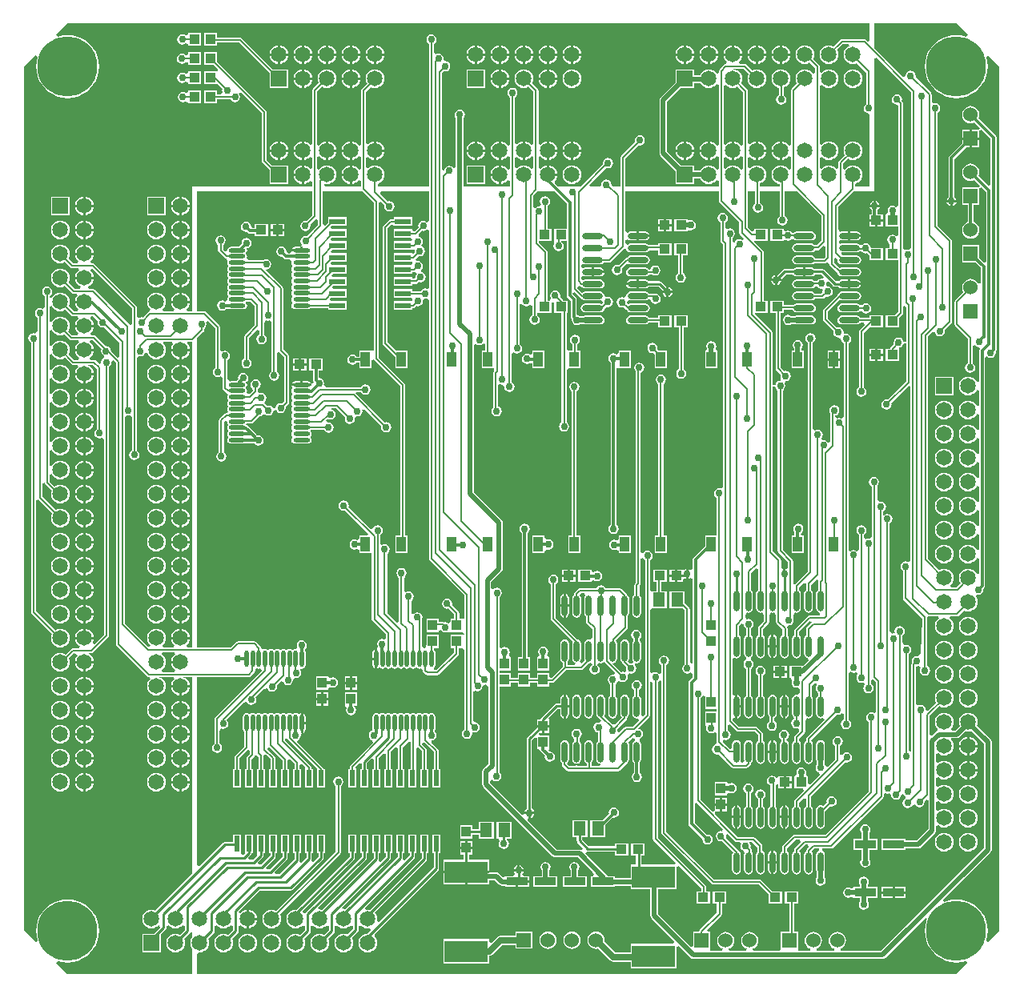
<source format=gtl>
%FSAX24Y24*%
%MOIN*%
G70*
G01*
G75*
G04 Layer_Physical_Order=1*
G04 Layer_Color=255*
%ADD10O,0.0236X0.0866*%
%ADD11R,0.0866X0.0335*%
%ADD12R,0.1800X0.0900*%
%ADD13R,0.0433X0.0394*%
%ADD14R,0.0394X0.0433*%
%ADD15O,0.0177X0.0709*%
%ADD16O,0.0866X0.0236*%
%ADD17R,0.0512X0.0591*%
%ADD18R,0.0650X0.0236*%
%ADD19R,0.0236X0.0650*%
%ADD20R,0.0400X0.0600*%
%ADD21O,0.0709X0.0177*%
%ADD22C,0.0120*%
%ADD23C,0.0080*%
%ADD24C,0.0200*%
%ADD25C,0.0100*%
%ADD26C,0.0250*%
%ADD27C,0.0600*%
%ADD28R,0.0600X0.0600*%
%ADD29R,0.0650X0.0650*%
%ADD30C,0.0650*%
%ADD31R,0.0600X0.0600*%
%ADD32R,0.0650X0.0650*%
%ADD33C,0.2500*%
%ADD34C,0.0300*%
G36*
X011364Y037006D02*
X011426Y036926D01*
X011506Y036864D01*
X011600Y036825D01*
X011700Y036812D01*
X011800Y036825D01*
X011864Y036852D01*
X012078Y036638D01*
X012111Y036616D01*
X012150Y036608D01*
X012444D01*
X012476Y036513D01*
X012426Y036474D01*
X012364Y036394D01*
X012325Y036300D01*
X012318Y036250D01*
X013082D01*
X013075Y036300D01*
X013036Y036394D01*
X012974Y036474D01*
X012924Y036513D01*
X012956Y036608D01*
X013058D01*
X013415Y036251D01*
X013402Y036232D01*
X013386Y036150D01*
X013402Y036068D01*
X013449Y035999D01*
X013504Y035962D01*
Y035862D01*
X013459Y035831D01*
X013412Y035762D01*
X013396Y035680D01*
X013397Y035672D01*
X013309Y035625D01*
X013172Y035762D01*
X013139Y035784D01*
X013100Y035792D01*
X012956D01*
X012924Y035887D01*
X012974Y035926D01*
X013036Y036006D01*
X013075Y036100D01*
X013082Y036150D01*
X012318D01*
X012325Y036100D01*
X012364Y036006D01*
X012426Y035926D01*
X012476Y035887D01*
X012444Y035792D01*
X012272D01*
X012043Y036022D01*
X012075Y036100D01*
X012088Y036200D01*
X012075Y036300D01*
X012036Y036394D01*
X011974Y036474D01*
X011894Y036536D01*
X011800Y036575D01*
X011700Y036588D01*
X011600Y036575D01*
X011506Y036536D01*
X011426Y036474D01*
X011364Y036394D01*
X011350Y036361D01*
X011252Y036380D01*
Y037020D01*
X011350Y037039D01*
X011364Y037006D01*
D02*
G37*
G36*
X038364Y047306D02*
X038426Y047226D01*
X038506Y047164D01*
X038600Y047125D01*
X038700Y047112D01*
X038800Y047125D01*
X038894Y047164D01*
X038974Y047226D01*
X039013Y047276D01*
X039108Y047244D01*
Y044756D01*
X039013Y044724D01*
X038974Y044774D01*
X038894Y044836D01*
X038800Y044875D01*
X038750Y044882D01*
Y044500D01*
Y044118D01*
X038800Y044125D01*
X038894Y044164D01*
X038974Y044226D01*
X039013Y044276D01*
X039108Y044244D01*
Y043756D01*
X039013Y043724D01*
X038974Y043774D01*
X038894Y043836D01*
X038800Y043875D01*
X038700Y043888D01*
X038600Y043875D01*
X038506Y043836D01*
X038426Y043774D01*
X038364Y043694D01*
X038359Y043683D01*
X038085D01*
Y043885D01*
X037546D01*
X036963Y044468D01*
Y046542D01*
X037536Y047115D01*
X038085D01*
Y047307D01*
X038363D01*
X038364Y047306D01*
D02*
G37*
G36*
X047128Y046948D02*
Y040482D01*
X047054Y040371D01*
X047051Y040368D01*
X046970Y040384D01*
X046888Y040368D01*
X046880Y040363D01*
X046792Y040410D01*
Y046470D01*
X046784Y046509D01*
X046762Y046542D01*
X046733Y046572D01*
X046744Y046630D01*
X046728Y046712D01*
X046681Y046781D01*
X046612Y046828D01*
X046530Y046844D01*
X046448Y046828D01*
X046379Y046781D01*
X046332Y046712D01*
X046316Y046630D01*
X046332Y046548D01*
X046379Y046479D01*
X046448Y046432D01*
X046530Y046416D01*
X046588Y046368D01*
Y042209D01*
X046515Y042161D01*
X046500Y042152D01*
X046432Y042198D01*
X046350Y042214D01*
X046268Y042198D01*
X046199Y042151D01*
X046152Y042082D01*
X046136Y042000D01*
X046149Y041934D01*
X046116Y041894D01*
X046061Y041857D01*
X046058D01*
Y041343D01*
X046588D01*
Y040966D01*
X046492Y040937D01*
X046486Y040946D01*
X046417Y040992D01*
X046335Y041009D01*
X046253Y040992D01*
X046183Y040946D01*
X046137Y040877D01*
X046121Y040795D01*
X046137Y040713D01*
X046183Y040643D01*
X046233Y040610D01*
Y040457D01*
X046058D01*
Y039943D01*
X046588D01*
Y037798D01*
X046447Y037657D01*
X046058D01*
Y037143D01*
X046611D01*
Y037532D01*
X046762Y037683D01*
X046784Y037716D01*
X046792Y037755D01*
Y038013D01*
X046825Y038027D01*
X046908Y037971D01*
Y036548D01*
X046809Y036538D01*
X046798Y036592D01*
X046751Y036661D01*
X046682Y036708D01*
X046600Y036724D01*
X046518Y036708D01*
X046449Y036661D01*
X046402Y036592D01*
X046386Y036510D01*
X046397Y036452D01*
X046268Y036322D01*
X046246Y036289D01*
X046239Y036257D01*
X046058D01*
Y035743D01*
X046611D01*
Y036257D01*
X046611D01*
Y036298D01*
X046682Y036312D01*
X046751Y036359D01*
X046798Y036428D01*
X046809Y036482D01*
X046908Y036472D01*
Y034892D01*
X046157Y034141D01*
X046090Y034154D01*
X046008Y034138D01*
X045939Y034091D01*
X045892Y034022D01*
X045876Y033940D01*
X045892Y033858D01*
X045939Y033789D01*
X046008Y033742D01*
X046090Y033726D01*
X046172Y033742D01*
X046241Y033789D01*
X046288Y033858D01*
X046304Y033940D01*
X046294Y033990D01*
X047006Y034701D01*
X047098Y034663D01*
Y027410D01*
X047010Y027362D01*
X046972Y027388D01*
X046890Y027404D01*
X046808Y027388D01*
X046739Y027341D01*
X046692Y027272D01*
X046676Y027190D01*
X046692Y027108D01*
X046739Y027039D01*
X046788Y027006D01*
Y025860D01*
X046788Y025860D01*
X046788D01*
X046796Y025821D01*
X046818Y025788D01*
X047588Y025018D01*
X047523Y023564D01*
X047432Y023428D01*
X047350Y023444D01*
X047268Y023428D01*
X047199Y023381D01*
X047152Y023312D01*
X047136Y023230D01*
X047148Y023168D01*
X047136Y023149D01*
X047128Y023110D01*
Y019480D01*
X047108Y019469D01*
X047022Y019520D01*
Y023532D01*
X047061Y023559D01*
X047108Y023628D01*
X047124Y023710D01*
X047108Y023792D01*
X047061Y023861D01*
X046992Y023908D01*
X046910Y023924D01*
X046828Y023908D01*
X046742Y024037D01*
Y024296D01*
X046791Y024329D01*
X046838Y024398D01*
X046854Y024480D01*
X046838Y024562D01*
X046791Y024631D01*
X046722Y024678D01*
X046640Y024694D01*
X046558Y024678D01*
X046489Y024631D01*
X046442Y024562D01*
X046426Y024480D01*
X046442Y024398D01*
X046442Y024398D01*
D01*
X046390Y024404D01*
D01*
X046390Y024404D01*
Y024404D01*
X046309Y024388D01*
X046306Y024391D01*
X046232Y024502D01*
Y028976D01*
X046281Y029009D01*
X046328Y029078D01*
X046344Y029160D01*
X046328Y029242D01*
X046281Y029311D01*
X046212Y029358D01*
X046130Y029374D01*
X046048Y029358D01*
X046048Y029358D01*
X046048D01*
X046048D01*
Y029358D01*
X046048Y029358D01*
X045962Y029316D01*
Y029486D01*
X046011Y029519D01*
X046058Y029588D01*
X046074Y029670D01*
X046058Y029752D01*
X046011Y029821D01*
X045942Y029868D01*
X045860Y029884D01*
X045779Y029868D01*
X045776Y029871D01*
X045702Y029982D01*
Y030536D01*
X045721Y030549D01*
X045768Y030618D01*
X045784Y030700D01*
X045768Y030782D01*
X045721Y030851D01*
X045652Y030898D01*
X045570Y030914D01*
X045488Y030898D01*
X045419Y030851D01*
X045372Y030782D01*
X045356Y030700D01*
X045372Y030618D01*
X045419Y030549D01*
X045488Y030502D01*
X045498Y030500D01*
Y028442D01*
X045424Y028331D01*
X045421Y028328D01*
X045340Y028344D01*
X045258Y028328D01*
X045240Y028316D01*
X045152Y028363D01*
Y028496D01*
X045201Y028529D01*
X045248Y028598D01*
X045264Y028680D01*
X045248Y028762D01*
X045201Y028831D01*
X045132Y028878D01*
X045050Y028894D01*
X044968Y028878D01*
X044899Y028831D01*
X044852Y028762D01*
X044836Y028680D01*
X044852Y028598D01*
X044899Y028529D01*
X044948Y028496D01*
Y027873D01*
X044860Y027826D01*
X044812Y027858D01*
X044730Y027874D01*
X044648Y027858D01*
X044600Y027826D01*
X044512Y027873D01*
Y036486D01*
X044561Y036519D01*
X044608Y036588D01*
X044624Y036670D01*
X044608Y036752D01*
X044561Y036821D01*
X044492Y036868D01*
X044410Y036884D01*
X044328Y036868D01*
X044304Y036940D01*
D01*
X044304Y036940D01*
X044304D01*
X044304Y036940D01*
X044304D01*
D01*
D01*
X044288Y037022D01*
X044241Y037091D01*
X044172Y037138D01*
X044090Y037154D01*
X044032Y037143D01*
X043652Y037522D01*
Y037798D01*
X044146Y038292D01*
X044160Y038282D01*
X044230Y038268D01*
X044860D01*
X044929Y038282D01*
X044988Y038322D01*
X045028Y038380D01*
X045041Y038450D01*
X045028Y038519D01*
X044988Y038578D01*
X044929Y038618D01*
X044860Y038632D01*
X044230D01*
X044160Y038618D01*
X044102Y038578D01*
X044062Y038519D01*
X044056Y038491D01*
X043478Y037912D01*
X043456Y037879D01*
X043448Y037840D01*
Y037480D01*
X043448Y037480D01*
X043448D01*
X043456Y037441D01*
X043478Y037408D01*
X043887Y036998D01*
X043876Y036940D01*
X043892Y036858D01*
X043939Y036789D01*
X044008Y036742D01*
X044090Y036726D01*
D01*
X044196Y036670D01*
D01*
D01*
X044196D01*
D01*
D01*
X044212Y036588D01*
X044259Y036519D01*
X044308Y036486D01*
Y033400D01*
X044220Y033353D01*
X044212Y033358D01*
X044130Y033374D01*
X044048Y033358D01*
X044040Y033353D01*
X043952Y033400D01*
Y033472D01*
X044002Y033482D01*
X044071Y033529D01*
X044118Y033598D01*
X044134Y033680D01*
X044118Y033762D01*
X044071Y033831D01*
X044002Y033878D01*
X043920Y033894D01*
X043838Y033878D01*
X043769Y033831D01*
X043722Y033762D01*
X043706Y033680D01*
X043722Y033598D01*
X043748Y033559D01*
Y032379D01*
X043652Y032350D01*
X043631Y032381D01*
X043562Y032428D01*
X043480Y032444D01*
X043437Y032436D01*
X043381Y032519D01*
X043428Y032588D01*
X043444Y032670D01*
X043428Y032752D01*
X043381Y032821D01*
X043312Y032868D01*
X043230Y032884D01*
X043148Y032868D01*
X043120Y032849D01*
X043032Y032896D01*
Y036496D01*
X043081Y036529D01*
X043128Y036598D01*
X043144Y036680D01*
X043128Y036762D01*
X043081Y036831D01*
X043012Y036878D01*
X042930Y036894D01*
X042848Y036878D01*
X042779Y036831D01*
X042732Y036762D01*
X042716Y036680D01*
X042732Y036598D01*
X042779Y036529D01*
X042828Y036496D01*
Y026972D01*
X042294Y026439D01*
X042252Y026456D01*
X042202Y026490D01*
Y027420D01*
X042194Y027459D01*
X042172Y027492D01*
X042172Y027492D01*
D01*
X042172D01*
D01*
D01*
X042172Y027492D01*
Y027492D01*
X041772Y027892D01*
Y034526D01*
X041821Y034559D01*
X041868Y034628D01*
X041884Y034710D01*
X041868Y034792D01*
X041867Y034792D01*
X041890Y034906D01*
X041972Y034922D01*
X042041Y034969D01*
X042088Y035038D01*
X042104Y035120D01*
X042088Y035202D01*
X042041Y035271D01*
X041972Y035318D01*
X041890Y035334D01*
X041832Y035323D01*
X041682Y035472D01*
Y037743D01*
X041811D01*
Y037878D01*
X042174D01*
X042212Y037822D01*
X042271Y037782D01*
X042340Y037768D01*
X042970D01*
X043040Y037782D01*
X043098Y037822D01*
X043138Y037880D01*
X043152Y037950D01*
X043138Y038019D01*
X043098Y038078D01*
X043040Y038118D01*
X042970Y038132D01*
X042340D01*
X042271Y038118D01*
X042217Y038082D01*
X041811D01*
Y038257D01*
X041258D01*
Y037743D01*
X041478D01*
Y035430D01*
X041478Y035430D01*
X041478D01*
X041486Y035391D01*
X041508Y035358D01*
X041687Y035178D01*
X041676Y035120D01*
X041692Y035038D01*
X041693Y035038D01*
X041670Y034924D01*
X041588Y034908D01*
X041519Y034861D01*
X041472Y034792D01*
X041461Y034738D01*
X041362Y034748D01*
Y036918D01*
X041354Y036957D01*
X041332Y036990D01*
X040602Y037720D01*
Y037743D01*
X041142D01*
Y038257D01*
X040982D01*
Y040280D01*
X040974Y040319D01*
X040952Y040352D01*
X040583Y040721D01*
X040583Y040737D01*
X040589Y040743D01*
X040615Y040743D01*
X040615Y040743D01*
X040615Y040743D01*
X040615Y040743D01*
Y040743D01*
D01*
X041142D01*
Y041257D01*
X040589D01*
Y041166D01*
X040496Y041128D01*
X040322Y041302D01*
Y042800D01*
X040608D01*
Y042294D01*
X040589Y042281D01*
X040542Y042212D01*
X040526Y042130D01*
X040542Y042048D01*
X040589Y041979D01*
X040658Y041932D01*
X040740Y041916D01*
X040822Y041932D01*
X040891Y041979D01*
X040938Y042048D01*
X040954Y042130D01*
X040938Y042212D01*
X040891Y042281D01*
X040822Y042328D01*
X040812Y042330D01*
Y042800D01*
X041658D01*
Y041784D01*
X041609Y041751D01*
X041562Y041682D01*
X041546Y041600D01*
X041562Y041518D01*
X041609Y041449D01*
X041678Y041402D01*
X041760Y041386D01*
X041842Y041402D01*
X041911Y041449D01*
X041958Y041518D01*
X041974Y041600D01*
X041958Y041682D01*
X041911Y041751D01*
X041862Y041784D01*
Y042800D01*
X042376D01*
X043398Y041778D01*
Y040762D01*
X043201Y040565D01*
X043101Y040575D01*
X043098Y040578D01*
X043040Y040618D01*
X042970Y040632D01*
X042340D01*
X042271Y040618D01*
X042212Y040578D01*
X042172Y040519D01*
X042159Y040450D01*
X042172Y040381D01*
X042212Y040322D01*
X042271Y040282D01*
X042340Y040268D01*
X042970D01*
X043040Y040282D01*
X043098Y040322D01*
X043123Y040358D01*
X043240D01*
X043279Y040366D01*
X043312Y040388D01*
X043466Y040541D01*
X043558Y040503D01*
Y040092D01*
X043478Y040012D01*
X043139D01*
X043138Y040019D01*
X043098Y040078D01*
X043040Y040118D01*
X042970Y040132D01*
X042340D01*
X042271Y040118D01*
X042212Y040078D01*
X042172Y040019D01*
X042159Y039950D01*
X042172Y039880D01*
X042212Y039822D01*
X042271Y039782D01*
X042340Y039768D01*
X042970D01*
X043040Y039782D01*
X043078Y039808D01*
X043520D01*
X043559Y039816D01*
X043592Y039838D01*
X043626Y039871D01*
X043627Y039871D01*
X043718Y039780D01*
X043718Y039780D01*
D01*
X043726Y039741D01*
X043748Y039708D01*
X044059Y039397D01*
X044062Y039381D01*
X044102Y039322D01*
X044160Y039282D01*
X044230Y039268D01*
X044860D01*
X044929Y039282D01*
X044988Y039322D01*
X045028Y039381D01*
X045041Y039450D01*
X045028Y039520D01*
X044988Y039578D01*
X044929Y039618D01*
X044860Y039632D01*
X044230D01*
X044160Y039618D01*
X044140Y039604D01*
X043922Y039822D01*
Y040023D01*
X043978Y040046D01*
X044055Y039983D01*
X044048Y039950D01*
X044062Y039880D01*
X044102Y039822D01*
X044160Y039782D01*
X044230Y039768D01*
X044860D01*
X044929Y039782D01*
X044988Y039822D01*
X045028Y039880D01*
X045041Y039950D01*
X045028Y040019D01*
X044988Y040078D01*
X044929Y040118D01*
X044860Y040132D01*
X044282D01*
X044218Y040209D01*
X044230Y040268D01*
X044860D01*
X044929Y040282D01*
X044983Y040318D01*
X045052D01*
X045079Y040279D01*
X045148Y040232D01*
X045230Y040216D01*
X045288Y040227D01*
X045388Y040128D01*
X045389Y040127D01*
Y039943D01*
X045942D01*
Y040457D01*
X045439D01*
X045428Y040512D01*
X045381Y040581D01*
X045312Y040628D01*
X045230Y040644D01*
X045148Y040628D01*
X045079Y040581D01*
X044991Y040575D01*
X044988Y040578D01*
X044988Y040578D01*
Y040578D01*
X044929Y040618D01*
X044860Y040632D01*
X044230D01*
X044162Y040618D01*
X044107Y040700D01*
X044162Y040782D01*
X044230Y040768D01*
X044495D01*
Y040950D01*
Y041132D01*
X044230D01*
X044160Y041118D01*
X044082Y041235D01*
Y042168D01*
X044714Y042800D01*
X045600D01*
Y048345D01*
X045692Y048383D01*
X047128Y046948D01*
D02*
G37*
G36*
X041472Y034628D02*
X041519Y034559D01*
X041568Y034526D01*
Y027850D01*
X041568Y027850D01*
X041568D01*
X041576Y027811D01*
X041598Y027778D01*
X041998Y027378D01*
Y027133D01*
X041921Y027070D01*
X041900Y027074D01*
Y026870D01*
X041800D01*
Y027074D01*
X041779Y027070D01*
X041702Y027133D01*
Y027440D01*
X041694Y027479D01*
X041672Y027512D01*
X041672Y027512D01*
X041672D01*
D01*
X041672Y027512D01*
Y027512D01*
X041362Y027822D01*
Y034672D01*
X041461Y034682D01*
X041472Y034628D01*
D02*
G37*
G36*
X017200Y036512D02*
Y023812D01*
X016982D01*
X016950Y023907D01*
X016974Y023926D01*
X017036Y024006D01*
X017075Y024100D01*
X017082Y024150D01*
X016318D01*
X016325Y024100D01*
X016364Y024006D01*
X016426Y023926D01*
X016450Y023907D01*
X016418Y023812D01*
X015982D01*
X015950Y023907D01*
X015974Y023926D01*
X016036Y024006D01*
X016075Y024100D01*
X016088Y024200D01*
X016075Y024300D01*
X016036Y024394D01*
X015974Y024474D01*
X015894Y024536D01*
X015800Y024575D01*
X015700Y024588D01*
X015600Y024575D01*
X015506Y024536D01*
X015426Y024474D01*
X015364Y024394D01*
X015325Y024300D01*
X015312Y024200D01*
X015325Y024100D01*
X015364Y024006D01*
X015426Y023926D01*
X015450Y023907D01*
X015439Y023875D01*
X015342Y023852D01*
X014372Y024822D01*
Y033368D01*
X014446Y033479D01*
X014449Y033482D01*
X014530Y033466D01*
X014601Y033480D01*
X014678Y033417D01*
Y032014D01*
X014629Y031981D01*
X014582Y031912D01*
X014566Y031830D01*
X014582Y031748D01*
X014629Y031679D01*
X014698Y031632D01*
X014780Y031616D01*
X014862Y031632D01*
X014931Y031679D01*
X014978Y031748D01*
X014994Y031830D01*
X014978Y031912D01*
X014931Y031981D01*
X014882Y032014D01*
Y035887D01*
X014959Y035950D01*
X015030Y035936D01*
X015112Y035952D01*
X015181Y035999D01*
X015228Y036068D01*
X015230Y036079D01*
X015330Y036089D01*
X015364Y036006D01*
X015426Y035926D01*
X015506Y035864D01*
X015600Y035825D01*
X015700Y035812D01*
X015800Y035825D01*
X015894Y035864D01*
X015974Y035926D01*
X016036Y036006D01*
X016075Y036100D01*
X016088Y036200D01*
X016075Y036300D01*
X016036Y036394D01*
X015974Y036474D01*
X015993Y036528D01*
X016354D01*
X016398Y036438D01*
X016364Y036394D01*
X016325Y036300D01*
X016318Y036250D01*
X017082D01*
X017075Y036300D01*
X017036Y036394D01*
X016974Y036474D01*
X016993Y036528D01*
X017180D01*
X017200Y036512D01*
D02*
G37*
G36*
X016476Y023513D02*
X016426Y023474D01*
X016364Y023394D01*
X016325Y023300D01*
X016318Y023250D01*
X016700D01*
Y023150D01*
X016318D01*
X016325Y023100D01*
X016364Y023006D01*
X016426Y022926D01*
X016489Y022877D01*
X016457Y022782D01*
X015943D01*
X015911Y022877D01*
X015974Y022926D01*
X016036Y023006D01*
X016075Y023100D01*
X016088Y023200D01*
X016075Y023300D01*
X016036Y023394D01*
X015974Y023474D01*
X015924Y023513D01*
X015956Y023608D01*
X016444D01*
X016476Y023513D01*
D02*
G37*
G36*
X039108Y042410D02*
X039108Y042410D01*
X039108D01*
X039116Y042371D01*
X039138Y042338D01*
X039968Y041508D01*
Y041090D01*
X039976Y041051D01*
X039998Y041018D01*
X040162Y040854D01*
X040098Y040777D01*
X040052Y040808D01*
X039970Y040824D01*
X039888Y040808D01*
X039819Y040761D01*
X039772Y040692D01*
X039771Y040688D01*
X039672Y040698D01*
Y040866D01*
X039721Y040899D01*
X039768Y040968D01*
X039784Y041050D01*
X039768Y041132D01*
X039721Y041201D01*
X039652Y041248D01*
X039570Y041264D01*
X039488Y041248D01*
X039470Y041236D01*
X039382Y041283D01*
Y041516D01*
X039431Y041549D01*
X039478Y041618D01*
X039494Y041700D01*
X039478Y041782D01*
X039431Y041851D01*
X039362Y041898D01*
X039280Y041914D01*
X039198Y041898D01*
X039129Y041851D01*
X039082Y041782D01*
X039066Y041700D01*
X039082Y041618D01*
X039129Y041549D01*
X039178Y041516D01*
Y040740D01*
X039178Y040740D01*
X039178D01*
X039186Y040701D01*
X039208Y040668D01*
X039278Y040598D01*
Y030493D01*
X039201Y030430D01*
X039130Y030444D01*
X039048Y030428D01*
X038979Y030381D01*
X038932Y030312D01*
X038916Y030230D01*
X038932Y030148D01*
X038979Y030079D01*
X039028Y030046D01*
Y028460D01*
X038540D01*
Y028043D01*
X038053Y027557D01*
X038027Y027517D01*
X038018Y027470D01*
Y027077D01*
X037929Y027029D01*
X037872Y027068D01*
X037840Y027074D01*
Y026870D01*
Y026666D01*
X037872Y026672D01*
X037929Y026711D01*
X038018Y026663D01*
Y023143D01*
X037988Y023127D01*
X037902Y023179D01*
Y025400D01*
X037894Y025439D01*
X037872Y025472D01*
X037690Y025654D01*
Y026155D01*
X037058D01*
Y025445D01*
X037611D01*
X037698Y025358D01*
Y023114D01*
X037649Y023081D01*
X037602Y023012D01*
X037586Y022930D01*
X037602Y022848D01*
X037649Y022779D01*
X037718Y022732D01*
X037800Y022716D01*
X037882Y022732D01*
X037929Y022764D01*
X038018Y022717D01*
Y022561D01*
X037893Y022437D01*
X037867Y022397D01*
X037858Y022350D01*
Y016470D01*
X037867Y016423D01*
X037893Y016383D01*
X038433Y015844D01*
X038426Y015810D01*
X038442Y015728D01*
X038489Y015659D01*
X038558Y015612D01*
X038640Y015596D01*
X038722Y015612D01*
X038791Y015659D01*
X038838Y015728D01*
X038854Y015810D01*
X038838Y015892D01*
X038791Y015961D01*
X038722Y016008D01*
X038640Y016024D01*
X038606Y016017D01*
X038102Y016521D01*
Y017303D01*
X038195Y017341D01*
X039293Y016243D01*
X039245Y016155D01*
X039200Y016164D01*
X039118Y016148D01*
X039049Y016101D01*
X039002Y016032D01*
X038986Y015950D01*
X039002Y015868D01*
X039049Y015799D01*
X039118Y015752D01*
X039200Y015736D01*
X039258Y015747D01*
X039716Y015290D01*
X039682Y015240D01*
X039668Y015170D01*
Y014540D01*
X039682Y014471D01*
X039722Y014412D01*
X039780Y014372D01*
X039850Y014359D01*
X039920Y014372D01*
X039978Y014412D01*
X040018Y014471D01*
X040032Y014540D01*
Y015170D01*
X040018Y015240D01*
X039978Y015298D01*
X039957Y015312D01*
X039954Y015329D01*
X039932Y015362D01*
X039403Y015892D01*
X039414Y015950D01*
X039405Y015995D01*
X039493Y016043D01*
X039788Y015748D01*
X039821Y015726D01*
X039860Y015718D01*
X039997D01*
X040044Y015630D01*
X040032Y015612D01*
X040016Y015530D01*
X040032Y015448D01*
X040079Y015379D01*
X040148Y015332D01*
X040148Y015332D01*
X040148D01*
X040157Y015328D01*
X040182Y015240D01*
X040168Y015170D01*
Y014540D01*
X040182Y014471D01*
X040222Y014412D01*
X040280Y014372D01*
X040350Y014359D01*
X040420Y014372D01*
X040478Y014412D01*
X040518Y014471D01*
X040532Y014540D01*
Y015170D01*
X040518Y015240D01*
X040478Y015298D01*
X040472Y015303D01*
Y015390D01*
X040464Y015429D01*
X040442Y015462D01*
X040433Y015472D01*
X040444Y015530D01*
X040428Y015612D01*
X040381Y015681D01*
X040393Y015718D01*
X040498D01*
X040728Y015488D01*
Y015303D01*
X040722Y015298D01*
X040682Y015240D01*
X040668Y015170D01*
Y014540D01*
X040682Y014471D01*
X040722Y014412D01*
X040781Y014372D01*
X040850Y014359D01*
X040919Y014372D01*
X040978Y014412D01*
X041018Y014471D01*
X041032Y014540D01*
Y015170D01*
X041018Y015240D01*
X040978Y015298D01*
X040932Y015330D01*
Y015530D01*
X040924Y015569D01*
X040902Y015602D01*
X040902Y015602D01*
D01*
X040902D01*
D01*
D01*
X040902Y015602D01*
Y015602D01*
X040612Y015892D01*
X040579Y015914D01*
X040540Y015922D01*
X039902D01*
X038939Y016885D01*
Y016985D01*
X038943Y016989D01*
D01*
D01*
D01*
X038953D01*
Y016989D01*
X039150D01*
Y017215D01*
X038943D01*
Y017012D01*
X038935Y017008D01*
D01*
X038851Y016973D01*
X038352Y017472D01*
Y021696D01*
X038401Y021729D01*
X038447Y021798D01*
X038543Y021768D01*
Y021258D01*
X039028D01*
Y021142D01*
X038543D01*
Y020589D01*
X038543D01*
X038592Y020532D01*
D01*
X038592D01*
X038576Y020450D01*
X038592Y020368D01*
X038639Y020299D01*
X038708Y020252D01*
X038790Y020236D01*
X038872Y020252D01*
X038940Y020298D01*
X038955Y020289D01*
X039028Y020241D01*
Y019880D01*
X039033Y019855D01*
X038977Y019772D01*
X038958Y019768D01*
X038889Y019721D01*
X038842Y019652D01*
X038826Y019570D01*
X038842Y019488D01*
X038889Y019419D01*
X038958Y019372D01*
X039040Y019356D01*
X039098Y019367D01*
X039648Y018818D01*
D01*
X039648Y018818D01*
X039648Y018818D01*
D01*
D01*
D01*
X039648Y018818D01*
Y018818D01*
X039681Y018796D01*
X039720Y018788D01*
X040260D01*
X040299Y018796D01*
X040332Y018818D01*
X040432Y018918D01*
X040454Y018951D01*
X040462Y018990D01*
Y019001D01*
X040478Y019012D01*
X040518Y019071D01*
X040532Y019140D01*
Y019770D01*
X040518Y019840D01*
X040478Y019898D01*
X040420Y019938D01*
X040350Y019952D01*
X040280Y019938D01*
X040222Y019898D01*
X040182Y019840D01*
X040168Y019770D01*
Y019140D01*
X040182Y019072D01*
X040100Y019017D01*
X040018Y019072D01*
X040032Y019140D01*
Y019770D01*
X040018Y019840D01*
X039978Y019898D01*
X039920Y019938D01*
X039850Y019952D01*
X039780Y019938D01*
X039722Y019898D01*
X039682Y019840D01*
X039668Y019770D01*
Y019616D01*
X039576Y019578D01*
X039272Y019882D01*
X039320Y019970D01*
X039390Y019956D01*
X039472Y019972D01*
X039541Y020019D01*
X039588Y020088D01*
X039604Y020170D01*
X039588Y020252D01*
X039541Y020321D01*
X039482Y020361D01*
Y020563D01*
X039574Y020601D01*
X039848Y020328D01*
X039881Y020306D01*
X039920Y020298D01*
X040618D01*
X040748Y020168D01*
Y019916D01*
X040722Y019898D01*
X040682Y019840D01*
X040668Y019770D01*
Y019140D01*
X040682Y019071D01*
X040722Y019012D01*
X040781Y018972D01*
X040850Y018959D01*
X040919Y018972D01*
X040978Y019012D01*
X041018Y019071D01*
X041032Y019140D01*
Y019770D01*
X041018Y019840D01*
X040978Y019898D01*
X040952Y019916D01*
Y020210D01*
X040944Y020249D01*
X040922Y020282D01*
X040922Y020282D01*
X040922D01*
D01*
X040922Y020282D01*
Y020282D01*
X040732Y020472D01*
X040699Y020494D01*
X040660Y020502D01*
X039962D01*
X039672Y020792D01*
Y020829D01*
X039760Y020876D01*
X039780Y020862D01*
X039800Y020858D01*
Y021345D01*
Y021832D01*
X039780Y021828D01*
X039760Y021814D01*
X039672Y021861D01*
Y023339D01*
X039760Y023386D01*
X039780Y023372D01*
X039850Y023359D01*
X039920Y023372D01*
X039978Y023412D01*
X040018Y023471D01*
X040032Y023540D01*
Y024170D01*
X040018Y024240D01*
X039978Y024298D01*
X039952Y024316D01*
Y024708D01*
X040044Y024800D01*
X040140Y024771D01*
X040152Y024708D01*
X040199Y024639D01*
X040248Y024606D01*
Y024316D01*
X040222Y024298D01*
X040182Y024240D01*
X040168Y024170D01*
Y023540D01*
X040182Y023471D01*
X040222Y023412D01*
X040248Y023394D01*
X040248Y023294D01*
X040199Y023261D01*
X040152Y023192D01*
X040136Y023110D01*
X040152Y023028D01*
X040199Y022959D01*
X040248Y022926D01*
Y021806D01*
X040222Y021788D01*
X040182Y021729D01*
X040168Y021660D01*
Y021030D01*
X040182Y020960D01*
X040222Y020902D01*
X040280Y020862D01*
X040350Y020848D01*
X040420Y020862D01*
X040478Y020902D01*
X040518Y020960D01*
X040532Y021030D01*
Y021660D01*
X040518Y021729D01*
X040478Y021788D01*
X040452Y021806D01*
Y022926D01*
X040501Y022959D01*
X040548Y023028D01*
X040564Y023110D01*
X040548Y023192D01*
X040501Y023261D01*
X040452Y023294D01*
X040452Y023394D01*
X040478Y023412D01*
X040518Y023471D01*
X040532Y023540D01*
Y024170D01*
X040518Y024240D01*
X040478Y024298D01*
X040452Y024316D01*
Y024606D01*
X040501Y024639D01*
X040548Y024708D01*
X040564Y024790D01*
X040548Y024872D01*
X040501Y024941D01*
X040432Y024988D01*
X040350Y025004D01*
X040279Y024990D01*
X040251Y025013D01*
X040202Y025087D01*
Y025145D01*
X040281Y025262D01*
X040350Y025248D01*
X040420Y025262D01*
X040478Y025302D01*
X040518Y025360D01*
X040532Y025430D01*
Y026060D01*
X040518Y026129D01*
X040478Y026188D01*
X040452Y026206D01*
Y026918D01*
X040656Y027121D01*
X040748Y027083D01*
Y026206D01*
X040722Y026188D01*
X040682Y026129D01*
X040668Y026060D01*
Y025430D01*
X040682Y025360D01*
X040722Y025302D01*
X040781Y025262D01*
X040850Y025248D01*
X040919Y025262D01*
X040998Y025145D01*
Y024922D01*
X040768Y024692D01*
X040746Y024659D01*
X040738Y024620D01*
Y024309D01*
X040722Y024298D01*
X040682Y024240D01*
X040668Y024170D01*
Y023540D01*
X040682Y023471D01*
X040722Y023412D01*
X040781Y023372D01*
X040850Y023359D01*
X040919Y023372D01*
X040978Y023412D01*
X041018Y023471D01*
X041032Y023540D01*
Y024170D01*
X041018Y024240D01*
X040978Y024298D01*
X040942Y024323D01*
Y024578D01*
X041172Y024808D01*
X041194Y024841D01*
X041202Y024880D01*
D01*
D01*
D01*
D01*
D01*
X041202D01*
D01*
D01*
D01*
D01*
Y024880D01*
X041202D01*
D01*
Y024880D01*
D01*
D01*
D01*
D01*
D01*
D01*
D01*
D01*
D01*
D01*
D01*
D01*
Y024880D01*
D01*
X041202D01*
D01*
D01*
D01*
D01*
X041202Y024880D01*
Y025145D01*
X041281Y025262D01*
X041350Y025248D01*
X041419Y025262D01*
X041498Y025145D01*
Y024880D01*
X041498Y024880D01*
X041498D01*
X041506Y024841D01*
X041528Y024808D01*
X041768Y024568D01*
Y024330D01*
X041722Y024298D01*
X041682Y024240D01*
X041668Y024170D01*
Y023540D01*
X041682Y023471D01*
X041722Y023412D01*
X041781Y023372D01*
X041850Y023359D01*
X041919Y023372D01*
X041978Y023412D01*
X042018Y023471D01*
X042032Y023540D01*
Y024170D01*
X042018Y024240D01*
X041978Y024298D01*
X041972Y024303D01*
Y024610D01*
X041964Y024649D01*
X041961Y024653D01*
X042017Y024737D01*
X042020Y024736D01*
X042102Y024752D01*
X042171Y024799D01*
X042218Y024868D01*
X042234Y024950D01*
X042218Y025032D01*
X042202Y025056D01*
Y025145D01*
X042281Y025262D01*
X042350Y025248D01*
X042419Y025262D01*
X042478Y025302D01*
X042518Y025360D01*
X042532Y025430D01*
Y026060D01*
X042518Y026129D01*
X042478Y026188D01*
X042462Y026199D01*
Y026318D01*
X042626Y026482D01*
X042738Y026460D01*
Y026199D01*
X042722Y026188D01*
X042682Y026129D01*
X042668Y026060D01*
Y025430D01*
X042682Y025360D01*
X042722Y025302D01*
X042781Y025262D01*
X042850Y025248D01*
X042919Y025262D01*
X042978Y025302D01*
X043018Y025360D01*
X043032Y025430D01*
Y026060D01*
X043018Y026129D01*
X042978Y026188D01*
X042942Y026213D01*
Y026418D01*
X043216Y026691D01*
X043233Y026684D01*
X043262Y026589D01*
X043256Y026579D01*
X043248Y026540D01*
Y026206D01*
X043222Y026188D01*
X043182Y026129D01*
X043168Y026060D01*
Y025430D01*
X043182Y025360D01*
X043222Y025302D01*
X043281Y025262D01*
X043334Y025251D01*
X043324Y025152D01*
X042890D01*
X042851Y025144D01*
X042818Y025122D01*
X042278Y024582D01*
X042256Y024549D01*
X042248Y024510D01*
Y024316D01*
X042222Y024298D01*
X042182Y024240D01*
X042168Y024170D01*
Y023540D01*
X042182Y023471D01*
X042222Y023412D01*
X042281Y023372D01*
X042350Y023359D01*
X042419Y023372D01*
X042478Y023412D01*
X042518Y023471D01*
X042532Y023540D01*
Y024170D01*
X042518Y024240D01*
X042478Y024298D01*
X042452Y024316D01*
Y024468D01*
X042880Y024896D01*
X042977Y024872D01*
X042983Y024852D01*
X042968Y024842D01*
X042768Y024642D01*
X042746Y024609D01*
X042738Y024570D01*
Y024309D01*
X042722Y024298D01*
X042682Y024240D01*
X042668Y024170D01*
Y023540D01*
X042682Y023471D01*
X042722Y023412D01*
X042781Y023372D01*
X042811Y023366D01*
X042840Y023271D01*
X042622Y023052D01*
X042611Y023057D01*
Y023057D01*
X042611Y023057D01*
X042058D01*
Y022543D01*
X042120D01*
X042168Y022455D01*
X042152Y022432D01*
X042136Y022350D01*
X042152Y022268D01*
X042199Y022199D01*
X042268Y022152D01*
X042350Y022136D01*
X042421Y022150D01*
X042498Y022087D01*
Y021945D01*
X042419Y021828D01*
X042350Y021841D01*
X042281Y021828D01*
X042222Y021788D01*
X042182Y021729D01*
X042168Y021660D01*
Y021030D01*
X042182Y020960D01*
X042222Y020902D01*
Y020902D01*
X042222D01*
X042238Y020834D01*
X042189Y020801D01*
X042142Y020732D01*
X042126Y020650D01*
X042142Y020568D01*
X042189Y020499D01*
X042258Y020452D01*
X042340Y020436D01*
X042421Y020452D01*
X042460Y020419D01*
X042465Y020320D01*
X042278Y020132D01*
X042256Y020099D01*
X042248Y020060D01*
Y019916D01*
X042222Y019898D01*
X042182Y019840D01*
X042168Y019770D01*
Y019140D01*
X042182Y019071D01*
X042222Y019012D01*
X042281Y018972D01*
X042350Y018959D01*
X042419Y018972D01*
X042478Y019012D01*
X042518Y019071D01*
X042532Y019140D01*
Y019770D01*
X042518Y019840D01*
X042478Y019898D01*
X042452Y019916D01*
Y020018D01*
X042672Y020238D01*
X042694Y020271D01*
X042702Y020310D01*
Y020745D01*
X042781Y020862D01*
X042850Y020848D01*
X042919Y020862D01*
X042978Y020902D01*
X043018Y020960D01*
X043032Y021030D01*
Y021660D01*
X043018Y021729D01*
X042978Y021788D01*
X042972Y021793D01*
Y022218D01*
X043075Y022321D01*
X043173Y022301D01*
X043197Y022244D01*
X043162Y022192D01*
X043146Y022110D01*
X043162Y022028D01*
X043209Y021959D01*
X043258Y021926D01*
Y021813D01*
X043222Y021788D01*
X043182Y021729D01*
X043168Y021660D01*
Y021030D01*
X043182Y020960D01*
X043222Y020902D01*
X043281Y020862D01*
X043350Y020848D01*
X043419Y020862D01*
X043443Y020878D01*
X043506Y020800D01*
X042778Y020072D01*
X042756Y020039D01*
X042748Y020000D01*
Y019916D01*
X042722Y019898D01*
X042682Y019840D01*
X042668Y019770D01*
Y019140D01*
X042682Y019071D01*
X042722Y019012D01*
X042781Y018972D01*
X042850Y018959D01*
X042919Y018972D01*
X042978Y019012D01*
X043018Y019071D01*
X043032Y019140D01*
Y019770D01*
X043018Y019840D01*
X042978Y019898D01*
X042952Y019916D01*
Y019958D01*
X044002Y021007D01*
X044060Y020996D01*
X044142Y021012D01*
X044211Y021059D01*
X044212Y021060D01*
X044308Y021031D01*
Y020804D01*
X044259Y020771D01*
X044212Y020702D01*
X044196Y020620D01*
X044212Y020538D01*
X044259Y020469D01*
X044328Y020422D01*
X044410Y020406D01*
X044492Y020422D01*
X044561Y020469D01*
X044608Y020538D01*
X044624Y020620D01*
X044608Y020702D01*
X044561Y020771D01*
X044512Y020804D01*
Y022747D01*
X044600Y022794D01*
X044648Y022762D01*
X044730Y022746D01*
X044812Y022762D01*
X044844Y022783D01*
X044899Y022701D01*
X044852Y022632D01*
X044836Y022550D01*
X044852Y022468D01*
X044899Y022399D01*
X044968Y022352D01*
X045050Y022336D01*
X045132Y022352D01*
X045150Y022364D01*
X045163Y022357D01*
X045188Y022260D01*
X045142Y022192D01*
X045126Y022110D01*
X045142Y022028D01*
X045189Y021959D01*
X045258Y021912D01*
X045340Y021896D01*
X045422Y021912D01*
X045491Y021959D01*
X045538Y022028D01*
X045554Y022110D01*
X045538Y022192D01*
X045491Y022261D01*
X045442Y022294D01*
Y022440D01*
X045492Y022474D01*
X045534Y022491D01*
X045658Y022368D01*
Y021126D01*
X045570Y021079D01*
X045542Y021098D01*
X045460Y021114D01*
X045378Y021098D01*
X045309Y021051D01*
X045262Y020982D01*
X045246Y020900D01*
X045262Y020818D01*
X045309Y020749D01*
X045358Y020716D01*
Y017822D01*
X043538Y016002D01*
X042260D01*
X042221Y015994D01*
X042188Y015972D01*
X041788Y015572D01*
X041766Y015539D01*
X041758Y015500D01*
Y015323D01*
X041722Y015298D01*
X041682Y015240D01*
X041668Y015170D01*
Y014540D01*
X041682Y014471D01*
X041722Y014412D01*
X041781Y014372D01*
X041850Y014359D01*
X041919Y014372D01*
X041978Y014412D01*
X042018Y014471D01*
X042032Y014540D01*
Y015170D01*
X042018Y015240D01*
X041978Y015298D01*
X041962Y015309D01*
Y015458D01*
X042302Y015798D01*
X042493D01*
X042531Y015706D01*
X042268Y015442D01*
X042246Y015409D01*
X042238Y015370D01*
Y015309D01*
X042222Y015298D01*
X042182Y015240D01*
X042168Y015170D01*
Y014540D01*
X042182Y014471D01*
X042222Y014412D01*
X042281Y014372D01*
X042350Y014359D01*
X042419Y014372D01*
X042478Y014412D01*
X042518Y014471D01*
X042532Y014540D01*
Y015170D01*
X042518Y015240D01*
X042478Y015298D01*
X042442Y015323D01*
Y015328D01*
X042712Y015598D01*
X042823D01*
X042861Y015506D01*
X042778Y015422D01*
X042756Y015389D01*
X042748Y015350D01*
Y015316D01*
X042722Y015298D01*
X042682Y015240D01*
X042668Y015170D01*
Y014540D01*
X042682Y014471D01*
X042722Y014412D01*
X042781Y014372D01*
X042850Y014359D01*
X042919Y014372D01*
X042978Y014412D01*
X043018Y014471D01*
X043032Y014540D01*
Y015170D01*
X043018Y015240D01*
X042978Y015298D01*
X042975Y015331D01*
X043082Y015438D01*
X043274D01*
X043284Y015339D01*
X043281Y015338D01*
X043222Y015298D01*
X043182Y015240D01*
X043168Y015170D01*
Y014540D01*
X043182Y014471D01*
X043187Y014464D01*
Y014234D01*
X043152Y014182D01*
X043136Y014100D01*
X043152Y014018D01*
X043199Y013949D01*
X043268Y013902D01*
X043350Y013886D01*
X043432Y013902D01*
X043501Y013949D01*
X043548Y014018D01*
X043564Y014100D01*
X043548Y014182D01*
X043513Y014234D01*
Y014464D01*
X043518Y014471D01*
X043532Y014540D01*
Y015170D01*
X043518Y015240D01*
X043478Y015298D01*
X043419Y015338D01*
X043416Y015339D01*
X043426Y015438D01*
X043800D01*
X043839Y015446D01*
X043872Y015468D01*
X045942Y017538D01*
X045964Y017571D01*
X045972Y017610D01*
D01*
D01*
D01*
D01*
D01*
X045972D01*
D01*
D01*
D01*
D01*
Y017610D01*
X045972D01*
D01*
Y017610D01*
D01*
D01*
D01*
D01*
D01*
D01*
D01*
D01*
D01*
D01*
D01*
D01*
X045972Y017700D01*
X046060Y017747D01*
X046068Y017742D01*
X046150Y017726D01*
X046232Y017742D01*
Y017742D01*
D01*
D01*
D01*
D01*
Y017742D01*
X046232D01*
D01*
D01*
D01*
X046232D01*
X046232Y017742D01*
X046232D01*
D01*
D01*
D01*
X046276Y017690D01*
X046292Y017608D01*
X046339Y017539D01*
X046408Y017492D01*
X046490Y017476D01*
X046572Y017492D01*
X046641Y017539D01*
X046688Y017608D01*
X046702Y017681D01*
X046800Y017701D01*
X046829Y017659D01*
X046886Y017620D01*
Y017520D01*
X046829Y017481D01*
X046782Y017412D01*
X046766Y017330D01*
X046782Y017248D01*
X046829Y017179D01*
X046898Y017132D01*
X046980Y017116D01*
X047062Y017132D01*
X047131Y017179D01*
X047178Y017248D01*
X047179Y017252D01*
X047277Y017271D01*
X047319Y017209D01*
X047388Y017162D01*
X047470Y017146D01*
X047552Y017162D01*
X047621Y017209D01*
X047668Y017278D01*
X047684Y017360D01*
X047673Y017418D01*
X047744Y017490D01*
X047837Y017452D01*
Y016258D01*
X047342Y015763D01*
X046884D01*
Y015827D01*
X045897D01*
Y015373D01*
X046884D01*
Y015437D01*
X047400D01*
X047405Y015438D01*
X047410Y015437D01*
X047472Y015449D01*
X047525Y015485D01*
X048115Y016075D01*
X048151Y016128D01*
X048163Y016190D01*
D01*
D01*
D01*
D01*
D01*
X048163D01*
D01*
D01*
D01*
D01*
Y016190D01*
X048163D01*
D01*
Y016190D01*
D01*
D01*
D01*
D01*
D01*
D01*
D01*
D01*
D01*
D01*
D01*
D01*
Y016190D01*
D01*
X048163D01*
D01*
D01*
D01*
D01*
X048163Y016190D01*
Y016360D01*
X048253Y016405D01*
X048306Y016364D01*
X048400Y016325D01*
X048500Y016312D01*
X048600Y016325D01*
X048694Y016364D01*
X048774Y016426D01*
X048836Y016506D01*
X048875Y016600D01*
X048888Y016700D01*
X048875Y016800D01*
X048836Y016894D01*
X048774Y016974D01*
X048694Y017036D01*
X048600Y017075D01*
X048500Y017088D01*
X048400Y017075D01*
X048306Y017036D01*
X048253Y016995D01*
X048163Y017040D01*
Y017360D01*
X048253Y017405D01*
X048306Y017364D01*
X048400Y017325D01*
X048500Y017312D01*
X048600Y017325D01*
X048694Y017364D01*
X048774Y017426D01*
X048836Y017506D01*
X048875Y017600D01*
X048888Y017700D01*
X048875Y017800D01*
X048836Y017894D01*
X048774Y017974D01*
X048694Y018036D01*
X048600Y018075D01*
X048500Y018088D01*
X048400Y018075D01*
X048306Y018036D01*
X048253Y017995D01*
X048163Y018040D01*
Y018360D01*
X048253Y018405D01*
X048306Y018364D01*
X048400Y018325D01*
X048500Y018312D01*
X048600Y018325D01*
X048694Y018364D01*
X048774Y018426D01*
X048836Y018506D01*
X048875Y018600D01*
X048888Y018700D01*
X048875Y018800D01*
X048836Y018894D01*
X048774Y018974D01*
X048694Y019036D01*
X048600Y019075D01*
X048500Y019088D01*
X048400Y019075D01*
X048306Y019036D01*
X048253Y018995D01*
X048163Y019040D01*
Y019360D01*
X048253Y019405D01*
X048306Y019364D01*
X048400Y019325D01*
X048500Y019312D01*
X048600Y019325D01*
X048694Y019364D01*
X048774Y019426D01*
X048836Y019506D01*
X048875Y019600D01*
X048888Y019700D01*
X048875Y019800D01*
X048836Y019894D01*
X048774Y019974D01*
X048792Y020027D01*
X049020D01*
X049082Y020039D01*
X049135Y020075D01*
Y020075D01*
X049135D01*
D01*
D01*
D01*
D01*
D01*
D01*
X049135D01*
D01*
X049135D01*
Y020075D01*
D01*
D01*
D01*
D01*
Y020075D01*
D01*
D01*
D01*
D01*
D01*
D01*
Y020075D01*
D01*
D01*
X049135D01*
D01*
D01*
D01*
X049390Y020329D01*
X049400Y020325D01*
X049500Y020312D01*
X049600Y020325D01*
X049624Y020335D01*
X050147Y019812D01*
Y015458D01*
X045852Y011163D01*
X044192D01*
X044173Y011261D01*
X044232Y011286D01*
X044307Y011343D01*
X044364Y011418D01*
X044401Y011506D01*
X044413Y011600D01*
X044401Y011694D01*
X044364Y011782D01*
X044307Y011857D01*
X044232Y011914D01*
X044144Y011951D01*
X044050Y011963D01*
X043956Y011951D01*
X043868Y011914D01*
X043793Y011857D01*
X043736Y011782D01*
X043699Y011694D01*
X043687Y011600D01*
X043699Y011506D01*
X043736Y011418D01*
X043793Y011343D01*
X043868Y011286D01*
X043927Y011261D01*
X043908Y011163D01*
X043192D01*
X043173Y011261D01*
X043232Y011286D01*
X043307Y011343D01*
X043364Y011418D01*
X043401Y011506D01*
X043413Y011600D01*
X043401Y011694D01*
X043364Y011782D01*
X043307Y011857D01*
X043232Y011914D01*
X043144Y011951D01*
X043050Y011963D01*
X042956Y011951D01*
X042868Y011914D01*
X042793Y011857D01*
X042736Y011782D01*
X042699Y011694D01*
X042687Y011600D01*
X042699Y011506D01*
X042736Y011418D01*
X042793Y011343D01*
X042868Y011286D01*
X042927Y011261D01*
X042908Y011163D01*
X042410D01*
Y011240D01*
X042410D01*
Y011960D01*
X042242D01*
Y013143D01*
X042411D01*
Y013657D01*
X041858D01*
Y013143D01*
X042038D01*
Y011960D01*
X041690D01*
Y011240D01*
X041690D01*
Y011234D01*
X041619Y011163D01*
X040542D01*
X040523Y011261D01*
X040582Y011286D01*
X040657Y011343D01*
X040714Y011418D01*
X040751Y011506D01*
X040763Y011600D01*
X040751Y011694D01*
X040714Y011782D01*
X040657Y011857D01*
X040582Y011914D01*
X040494Y011951D01*
X040400Y011963D01*
X040306Y011951D01*
X040218Y011914D01*
X040143Y011857D01*
X040086Y011782D01*
X040049Y011694D01*
X040037Y011600D01*
X040049Y011506D01*
X040086Y011418D01*
X040143Y011343D01*
X040218Y011286D01*
X040277Y011261D01*
X040258Y011163D01*
X039542D01*
X039523Y011261D01*
X039582Y011286D01*
X039657Y011343D01*
X039714Y011418D01*
X039751Y011506D01*
X039763Y011600D01*
X039751Y011694D01*
X039714Y011782D01*
X039657Y011857D01*
X039582Y011914D01*
X039494Y011951D01*
X039400Y011963D01*
X039306Y011951D01*
X039218Y011914D01*
X039143Y011857D01*
X039086Y011782D01*
X039049Y011694D01*
X039037Y011600D01*
X039049Y011506D01*
X039086Y011418D01*
X039143Y011343D01*
X039218Y011286D01*
X039277Y011261D01*
X039258Y011163D01*
X038760D01*
Y011240D01*
X038760D01*
Y011960D01*
X038645D01*
X038607Y012052D01*
X039207Y012653D01*
X039229Y012686D01*
X039237Y012725D01*
D01*
D01*
D01*
D01*
D01*
X039237D01*
D01*
D01*
D01*
D01*
Y012725D01*
X039237D01*
D01*
Y012725D01*
D01*
D01*
D01*
D01*
D01*
D01*
D01*
D01*
D01*
D01*
D01*
D01*
Y012725D01*
D01*
X039237D01*
D01*
D01*
D01*
D01*
X039237Y012725D01*
Y013143D01*
X039411D01*
Y013657D01*
X038858D01*
Y013143D01*
X039033D01*
Y012767D01*
X038328Y012062D01*
X038306Y012029D01*
X038298Y011990D01*
Y011960D01*
X038040D01*
Y011371D01*
X037948Y011333D01*
X036583Y012698D01*
Y013740D01*
X037360D01*
Y014675D01*
X037383Y014685D01*
Y014685D01*
X037390Y014688D01*
Y014688D01*
D01*
D01*
X037390Y014688D01*
X037452Y014713D01*
X038378Y013788D01*
Y013657D01*
X038189D01*
Y013143D01*
X038742D01*
Y013657D01*
X038582D01*
Y013830D01*
X038574Y013869D01*
X038552Y013902D01*
X038552Y013902D01*
X038552D01*
D01*
X038552Y013902D01*
Y013902D01*
X036572Y015882D01*
Y022369D01*
X036652Y022429D01*
X036728Y022406D01*
Y016090D01*
X036728Y016090D01*
X036728D01*
X036736Y016051D01*
X036758Y016018D01*
X038808Y013968D01*
X038841Y013946D01*
X038880Y013938D01*
X040778D01*
X041189Y013527D01*
Y013143D01*
X041742D01*
Y013657D01*
X041347D01*
X040892Y014112D01*
X040859Y014134D01*
X040820Y014142D01*
X038922D01*
X036932Y016132D01*
Y023076D01*
X036981Y023109D01*
X037028Y023178D01*
X037044Y023260D01*
X037028Y023342D01*
X036981Y023411D01*
X036912Y023458D01*
X036830Y023474D01*
X036748Y023458D01*
X036679Y023411D01*
X036632Y023342D01*
X036616Y023260D01*
X036632Y023178D01*
X036679Y023109D01*
X036728Y023076D01*
Y022734D01*
X036632Y022705D01*
X036621Y022721D01*
X036552Y022768D01*
X036470Y022784D01*
X036388Y022768D01*
X036330Y022729D01*
X036242Y022776D01*
Y025377D01*
X036310Y025445D01*
X036313Y025445D01*
Y025445D01*
X036313Y025445D01*
X036313Y025445D01*
Y025445D01*
D01*
X036942D01*
Y026155D01*
X036732D01*
Y026543D01*
X036942D01*
Y027057D01*
X036389D01*
Y026543D01*
X036528D01*
Y026155D01*
X036313D01*
D01*
X036313D01*
Y026155D01*
X036313D01*
X036313D01*
Y026155D01*
X036310Y026155D01*
X036242Y026223D01*
Y027456D01*
X036291Y027489D01*
X036338Y027558D01*
X036354Y027640D01*
X036338Y027722D01*
X036291Y027791D01*
X036222Y027838D01*
X036140Y027854D01*
X036058Y027838D01*
X035989Y027791D01*
X035958Y027745D01*
X035862Y027774D01*
Y035258D01*
X035882Y035262D01*
X035951Y035309D01*
X035998Y035378D01*
X036014Y035460D01*
X035998Y035542D01*
X035951Y035611D01*
X035882Y035658D01*
X035800Y035674D01*
X035718Y035658D01*
X035649Y035611D01*
X035602Y035542D01*
X035586Y035460D01*
X035602Y035378D01*
X035649Y035309D01*
X035658Y035302D01*
Y026512D01*
X035628Y026482D01*
X035606Y026449D01*
X035598Y026410D01*
Y026006D01*
X035572Y025988D01*
X035532Y025929D01*
X035518Y025860D01*
Y025230D01*
X035532Y025160D01*
X035572Y025102D01*
X035631Y025062D01*
X035700Y025048D01*
X035770Y025062D01*
X035828Y025102D01*
X035868Y025160D01*
X035882Y025230D01*
Y025860D01*
X035868Y025929D01*
X035828Y025988D01*
X035802Y026006D01*
Y026368D01*
X035832Y026398D01*
X035854Y026431D01*
X035862Y026470D01*
D01*
D01*
D01*
D01*
D01*
X035862D01*
D01*
D01*
D01*
D01*
Y026470D01*
X035862D01*
D01*
Y026470D01*
D01*
D01*
D01*
D01*
D01*
D01*
D01*
D01*
D01*
D01*
D01*
D01*
Y026470D01*
D01*
X035862D01*
D01*
D01*
D01*
D01*
X035862Y026470D01*
Y027506D01*
X035958Y027535D01*
X035989Y027489D01*
X036038Y027456D01*
Y021022D01*
X035963Y020947D01*
X035874Y020994D01*
X035882Y021030D01*
Y021660D01*
X035868Y021729D01*
X035828Y021788D01*
X035792Y021813D01*
Y022056D01*
X035841Y022089D01*
X035888Y022158D01*
X035904Y022240D01*
X035888Y022322D01*
X035841Y022391D01*
X035772Y022438D01*
X035690Y022454D01*
X035608Y022438D01*
X035539Y022391D01*
X035492Y022322D01*
X035476Y022240D01*
X035492Y022158D01*
X035539Y022089D01*
X035588Y022056D01*
Y021799D01*
X035572Y021788D01*
X035532Y021729D01*
X035518Y021660D01*
Y021030D01*
X035532Y020960D01*
X035572Y020902D01*
X035631Y020862D01*
X035700Y020848D01*
X035736Y020855D01*
X035783Y020767D01*
X035528Y020512D01*
X035260D01*
X035221Y020504D01*
X035188Y020482D01*
X034966Y020260D01*
X034878Y020307D01*
X034884Y020340D01*
X034873Y020398D01*
X035262Y020788D01*
X035284Y020821D01*
X035292Y020860D01*
D01*
D01*
D01*
D01*
D01*
D01*
X035292D01*
D01*
D01*
Y020860D01*
D01*
D01*
Y020860D01*
D01*
D01*
D01*
D01*
D01*
D01*
Y020860D01*
X035328Y020902D01*
X035328Y020902D01*
X035328D01*
X035368Y020960D01*
X035382Y021030D01*
Y021660D01*
X035368Y021729D01*
X035328Y021788D01*
X035269Y021828D01*
X035200Y021841D01*
X035131Y021828D01*
X035072Y021788D01*
X035032Y021729D01*
X035018Y021660D01*
Y021030D01*
X035032Y020960D01*
X035072Y020902D01*
X035073Y020887D01*
X034780Y020594D01*
X034680D01*
X034346Y020928D01*
X034368Y020960D01*
X034382Y021030D01*
Y021660D01*
X034368Y021729D01*
X034328Y021788D01*
X034269Y021828D01*
X034200Y021841D01*
X034130Y021828D01*
X034072Y021788D01*
X034032Y021729D01*
X034018Y021660D01*
Y021030D01*
X034032Y020960D01*
X034072Y020902D01*
X034127Y020865D01*
X034138Y020848D01*
X034215Y020771D01*
X034168Y020683D01*
X034110Y020694D01*
X034028Y020678D01*
X033959Y020631D01*
X033912Y020562D01*
X033896Y020480D01*
X033912Y020398D01*
X033959Y020329D01*
X034028Y020282D01*
X034078Y020272D01*
Y019903D01*
X034072Y019898D01*
X034032Y019840D01*
X034018Y019770D01*
Y019140D01*
X034032Y019071D01*
X034072Y019012D01*
X034130Y018972D01*
X034185Y018961D01*
X034181Y018913D01*
X034129Y018862D01*
X033812D01*
Y019001D01*
X033828Y019012D01*
X033868Y019071D01*
X033882Y019140D01*
Y019770D01*
X033868Y019840D01*
X033828Y019898D01*
X033770Y019938D01*
X033700Y019952D01*
X033630Y019938D01*
X033572Y019898D01*
X033532Y019840D01*
X033518Y019770D01*
Y019140D01*
X033532Y019071D01*
X033572Y019012D01*
X033608Y018987D01*
Y018862D01*
X033224D01*
X033215Y018960D01*
D01*
X033215Y018961D01*
X033270Y018972D01*
X033328Y019012D01*
X033368Y019071D01*
X033382Y019140D01*
Y019770D01*
X033368Y019840D01*
X033328Y019898D01*
X033312Y019909D01*
Y020039D01*
X033341Y020059D01*
X033388Y020128D01*
X033404Y020210D01*
X033388Y020292D01*
X033341Y020361D01*
X033272Y020408D01*
X033190Y020424D01*
X033108Y020408D01*
X033039Y020361D01*
X032992Y020292D01*
X032976Y020210D01*
X032992Y020128D01*
X033039Y020059D01*
X033100Y020018D01*
X033100Y019918D01*
X033072Y019898D01*
X033032Y019840D01*
X033018Y019770D01*
Y019140D01*
X033032Y019071D01*
X033072Y019012D01*
X033131Y018972D01*
X033185Y018961D01*
X033181Y018913D01*
X033129Y018862D01*
X032892D01*
X032782Y018972D01*
Y018981D01*
X032828Y019012D01*
X032868Y019071D01*
X032882Y019140D01*
Y019770D01*
X032868Y019840D01*
X032828Y019898D01*
X032769Y019938D01*
X032700Y019952D01*
X032631Y019938D01*
X032572Y019898D01*
X032532Y019840D01*
X032518Y019770D01*
Y019140D01*
X032532Y019071D01*
X032572Y019012D01*
X032578Y019007D01*
Y018930D01*
X032578Y018930D01*
X032578D01*
X032586Y018891D01*
X032608Y018858D01*
X032778Y018688D01*
X032811Y018666D01*
X032850Y018658D01*
X034920D01*
X034959Y018666D01*
X034992Y018688D01*
Y018688D01*
X034992D01*
D01*
D01*
D01*
D01*
D01*
D01*
X034992D01*
D01*
X034992D01*
Y018688D01*
D01*
D01*
D01*
D01*
Y018688D01*
D01*
D01*
D01*
D01*
D01*
D01*
Y018688D01*
D01*
D01*
X034992D01*
D01*
D01*
D01*
X035272Y018968D01*
X035280Y018979D01*
X035328Y019012D01*
X035368Y019071D01*
X035382Y019140D01*
Y019770D01*
X035368Y019840D01*
X035346Y019872D01*
X035519Y020045D01*
X035615Y020016D01*
X035630Y019940D01*
Y019938D01*
X035572Y019898D01*
X035532Y019840D01*
X035518Y019770D01*
Y019140D01*
X035532Y019071D01*
X035572Y019012D01*
X035578Y019008D01*
Y018591D01*
X035549Y018571D01*
X035502Y018502D01*
X035486Y018420D01*
X035502Y018338D01*
X035549Y018269D01*
X035618Y018222D01*
X035700Y018206D01*
X035782Y018222D01*
X035851Y018269D01*
X035898Y018338D01*
X035914Y018420D01*
X035898Y018502D01*
X035851Y018571D01*
X035822Y018591D01*
Y019008D01*
X035828Y019012D01*
X035868Y019071D01*
X035882Y019140D01*
Y019770D01*
X035868Y019840D01*
X035828Y019898D01*
X035807Y019913D01*
X035826Y020011D01*
X035832Y020012D01*
X035901Y020059D01*
X035948Y020128D01*
X035964Y020210D01*
X035948Y020292D01*
X035901Y020361D01*
X035832Y020408D01*
X035750Y020424D01*
X035742Y020438D01*
X036212Y020908D01*
X036234Y020941D01*
X036242Y020980D01*
Y022364D01*
X036282Y022385D01*
X036368Y022334D01*
Y015840D01*
X036368Y015840D01*
X036368D01*
X036376Y015801D01*
X036398Y015768D01*
X037313Y014852D01*
X037275Y014760D01*
X035882D01*
Y015143D01*
X036011D01*
Y015657D01*
X035458D01*
Y015143D01*
X035658D01*
Y014760D01*
X035440D01*
Y014213D01*
X034784D01*
Y014287D01*
X034477D01*
X034474Y014293D01*
X034445Y014335D01*
X033538Y015243D01*
D01*
X033607Y015316D01*
X033607D01*
Y015316D01*
D01*
X033607Y015316D01*
X033607Y015316D01*
X033650Y015308D01*
X033650Y015308D01*
X034789D01*
Y015143D01*
X035342D01*
Y015657D01*
X034789D01*
Y015532D01*
X033696D01*
X033422Y015806D01*
Y015905D01*
X033642D01*
Y016615D01*
X033010D01*
Y015905D01*
X033198D01*
Y015760D01*
X033198Y015760D01*
X033206Y015717D01*
X033231Y015681D01*
X033468Y015443D01*
X033405Y015366D01*
X033382Y015381D01*
X033320Y015393D01*
X032368D01*
X031136Y016625D01*
X031183Y016713D01*
X031170Y016716D01*
Y016870D01*
X031016D01*
X031013Y016883D01*
X030925Y016836D01*
X029593Y018168D01*
Y018235D01*
X029689Y018299D01*
X029758Y018252D01*
X029840Y018236D01*
X029922Y018252D01*
X029991Y018299D01*
X030038Y018368D01*
X030054Y018450D01*
X030038Y018532D01*
X029991Y018601D01*
X029972Y018614D01*
Y022189D01*
X030457D01*
Y022348D01*
X030743D01*
Y022189D01*
X031257D01*
Y022348D01*
X031543D01*
Y022189D01*
X032057D01*
Y022348D01*
X032190D01*
X032229Y022356D01*
X032262Y022378D01*
X032752Y022868D01*
X033370D01*
X033409Y022876D01*
X033442Y022898D01*
X033703Y023159D01*
X033761Y023171D01*
X033838Y023107D01*
X033838Y023107D01*
X033789Y023051D01*
X033789Y023051D01*
X033742Y022982D01*
X033726Y022900D01*
X033742Y022818D01*
X033789Y022749D01*
X033858Y022702D01*
X033940Y022686D01*
X034022Y022702D01*
X034091Y022749D01*
X034138Y022818D01*
X034154Y022900D01*
X034138Y022982D01*
X034091Y023051D01*
X034042Y023084D01*
Y023125D01*
X034130Y023173D01*
X034130Y023172D01*
X034200Y023159D01*
X034269Y023172D01*
X034328Y023212D01*
X034328D01*
D01*
X034378Y023168D01*
X034378D01*
X034378Y023168D01*
X034378Y023168D01*
Y023168D01*
D01*
X034793Y022753D01*
X034745Y022665D01*
X034700Y022674D01*
X034618Y022658D01*
X034549Y022611D01*
X034502Y022542D01*
X034486Y022460D01*
X034502Y022378D01*
X034549Y022309D01*
X034598Y022276D01*
Y021806D01*
X034572Y021788D01*
X034532Y021729D01*
X034518Y021660D01*
Y021030D01*
X034532Y020960D01*
X034572Y020902D01*
X034630Y020862D01*
X034700Y020848D01*
X034769Y020862D01*
X034828Y020902D01*
X034868Y020960D01*
X034882Y021030D01*
Y021660D01*
X034868Y021729D01*
X034828Y021788D01*
X034802Y021806D01*
Y022276D01*
X034851Y022309D01*
X034898Y022378D01*
X034898Y022378D01*
Y022378D01*
X034959Y022429D01*
X034959Y022429D01*
X035028Y022382D01*
X035110Y022366D01*
X035192Y022382D01*
X035261Y022429D01*
X035308Y022498D01*
X035324Y022580D01*
X035308Y022661D01*
X035379Y022732D01*
X035460Y022716D01*
X035542Y022732D01*
X035611Y022779D01*
X035658Y022848D01*
X035674Y022930D01*
X035658Y023012D01*
X035611Y023081D01*
X035667Y023165D01*
X035700Y023159D01*
X035770Y023172D01*
X035828Y023212D01*
X035868Y023271D01*
X035882Y023340D01*
Y023970D01*
X035868Y024040D01*
X035828Y024098D01*
X035802Y024116D01*
Y024169D01*
X035831Y024189D01*
X035878Y024258D01*
X035894Y024340D01*
X035878Y024422D01*
X035831Y024491D01*
X035762Y024538D01*
X035680Y024554D01*
X035598Y024538D01*
X035529Y024491D01*
X035482Y024422D01*
X035466Y024340D01*
X035482Y024258D01*
X035529Y024189D01*
X035558Y024169D01*
Y024078D01*
X035532Y024040D01*
X035518Y023970D01*
Y023340D01*
X035532Y023271D01*
X035568Y023217D01*
X035513Y023134D01*
X035460Y023144D01*
X035402Y023133D01*
X035328Y023206D01*
X035328Y023212D01*
X035368Y023271D01*
X035382Y023340D01*
Y023970D01*
X035368Y024040D01*
X035328Y024098D01*
X035269Y024138D01*
X035200Y024152D01*
X035131Y024138D01*
X035072Y024098D01*
X035032Y024040D01*
X035018Y023970D01*
Y023340D01*
X035032Y023271D01*
X035072Y023212D01*
X035079Y023207D01*
X035083Y023186D01*
X035086Y023171D01*
X035108Y023138D01*
X035257Y022988D01*
X035246Y022930D01*
X035262Y022849D01*
X035191Y022778D01*
X035110Y022794D01*
X035052Y022783D01*
X034692Y023143D01*
X034700Y023159D01*
X034769Y023172D01*
X034828Y023212D01*
X034868Y023271D01*
X034882Y023340D01*
Y023970D01*
X034868Y024040D01*
X034828Y024098D01*
X034827Y024113D01*
X035282Y024568D01*
X035304Y024601D01*
X035312Y024640D01*
Y025091D01*
X035328Y025102D01*
X035368Y025160D01*
X035382Y025230D01*
Y025860D01*
X035368Y025929D01*
X035328Y025988D01*
X035280Y026021D01*
X035272Y026032D01*
X035062Y026242D01*
X035029Y026264D01*
X034990Y026272D01*
X034408D01*
X034361Y026341D01*
X034292Y026388D01*
X034210Y026404D01*
X034128Y026388D01*
X034059Y026341D01*
X034012Y026272D01*
X033330D01*
X033291Y026264D01*
X033258Y026242D01*
X033118Y026102D01*
X033096Y026069D01*
X033088Y026030D01*
Y025999D01*
X033072Y025988D01*
X033032Y025929D01*
X033018Y025860D01*
Y025230D01*
X033032Y025160D01*
X033072Y025102D01*
X033131Y025062D01*
X033200Y025048D01*
X033270Y025062D01*
X033328Y025102D01*
X033368Y025160D01*
X033382Y025230D01*
Y025860D01*
X033368Y025929D01*
X033328Y025988D01*
X033325Y026021D01*
X033372Y026068D01*
X033518D01*
X033521Y026064D01*
X033566Y025980D01*
X033532Y025929D01*
X033518Y025860D01*
Y025230D01*
X033532Y025160D01*
X033572Y025102D01*
X033588Y025091D01*
Y024880D01*
X033588Y024880D01*
X033588D01*
X033596Y024841D01*
X033618Y024808D01*
X033838Y024588D01*
Y024240D01*
X033783Y024158D01*
X033761Y024140D01*
X033700Y024152D01*
X033630Y024138D01*
X033572Y024098D01*
X033532Y024040D01*
X033518Y023970D01*
Y023340D01*
X033531Y023275D01*
X033409Y023153D01*
X033332Y023217D01*
X033368Y023271D01*
X033382Y023340D01*
Y023970D01*
X033368Y024040D01*
X033328Y024098D01*
X033270Y024138D01*
X033228Y024146D01*
X032322Y025052D01*
Y026446D01*
X032371Y026479D01*
X032418Y026548D01*
X032434Y026630D01*
X032418Y026712D01*
X032371Y026781D01*
X032302Y026828D01*
X032220Y026844D01*
X032138Y026828D01*
X032069Y026781D01*
X032022Y026712D01*
X032006Y026630D01*
X032022Y026548D01*
X032069Y026479D01*
X032118Y026446D01*
Y025010D01*
X032118Y025010D01*
X032118D01*
X032126Y024971D01*
X032148Y024938D01*
X033038Y024048D01*
X033032Y024040D01*
X033018Y023970D01*
Y023340D01*
X033032Y023271D01*
X033072Y023212D01*
X033131Y023172D01*
X033135Y023171D01*
X033125Y023072D01*
X032812D01*
Y023201D01*
X032828Y023212D01*
X032868Y023271D01*
X032882Y023340D01*
Y023970D01*
X032868Y024040D01*
X032828Y024098D01*
X032769Y024138D01*
X032700Y024152D01*
X032631Y024138D01*
X032572Y024098D01*
X032532Y024040D01*
X032518Y023970D01*
Y023340D01*
X032532Y023271D01*
X032572Y023212D01*
X032608Y023187D01*
Y023012D01*
X032149Y022553D01*
X032057Y022592D01*
Y022742D01*
X031543D01*
Y022552D01*
X031257D01*
Y022742D01*
X030743D01*
Y022552D01*
X030457D01*
Y022742D01*
X029972D01*
Y022858D01*
X030457D01*
Y023411D01*
X030419D01*
X030372Y023499D01*
X030398Y023538D01*
X030414Y023620D01*
X030398Y023702D01*
X030351Y023771D01*
X030282Y023818D01*
X030200Y023834D01*
X030118Y023818D01*
X030060Y023779D01*
X029972Y023826D01*
Y025906D01*
X030021Y025939D01*
X030068Y026008D01*
X030084Y026090D01*
X030068Y026172D01*
X030021Y026241D01*
X029952Y026288D01*
X029870Y026304D01*
X029788Y026288D01*
X029721Y026243D01*
X029694Y026258D01*
X029633Y026299D01*
Y026532D01*
X030075Y026975D01*
X030111Y027028D01*
X030123Y027090D01*
D01*
D01*
D01*
D01*
D01*
X030123D01*
D01*
D01*
D01*
D01*
Y027090D01*
X030123D01*
D01*
Y027090D01*
D01*
D01*
D01*
D01*
D01*
D01*
D01*
D01*
D01*
D01*
D01*
D01*
Y027090D01*
D01*
X030123D01*
D01*
D01*
D01*
D01*
X030123Y027090D01*
Y029010D01*
X030111Y029072D01*
X030075Y029125D01*
X030075Y029125D01*
X030075D01*
D01*
X030075Y029125D01*
Y029125D01*
X028913Y030288D01*
Y036401D01*
X028974Y036442D01*
X029001Y036457D01*
X029068Y036412D01*
X029150Y036396D01*
X029232Y036412D01*
X029301Y036459D01*
X029302Y036460D01*
X029398Y036431D01*
Y036160D01*
X029240D01*
Y035440D01*
X029760D01*
D01*
X029760D01*
X029768Y035432D01*
Y035342D01*
X029738Y035312D01*
X029716Y035279D01*
X029708Y035240D01*
Y033801D01*
X029662Y033732D01*
X029646Y033650D01*
X029662Y033568D01*
X029709Y033499D01*
X029778Y033452D01*
X029860Y033436D01*
X029942Y033452D01*
X030011Y033499D01*
X030058Y033568D01*
X030074Y033650D01*
X030058Y033732D01*
X030011Y033801D01*
X029942Y033848D01*
X029912Y033854D01*
Y034737D01*
X030000Y034784D01*
X030018Y034772D01*
X030100Y034756D01*
X030111Y034758D01*
X030181Y034687D01*
X030176Y034660D01*
X030192Y034578D01*
X030239Y034509D01*
X030308Y034462D01*
X030390Y034446D01*
X030472Y034462D01*
X030541Y034509D01*
X030588Y034578D01*
X030604Y034660D01*
X030588Y034742D01*
X030541Y034811D01*
X030492Y034844D01*
Y036057D01*
X030580Y036104D01*
X030628Y036072D01*
X030710Y036056D01*
X030792Y036072D01*
X030861Y036119D01*
X030908Y036188D01*
X030924Y036270D01*
X030908Y036352D01*
X030861Y036421D01*
X030812Y036454D01*
Y038096D01*
X030908Y038125D01*
X030939Y038079D01*
X031008Y038032D01*
X031090Y038016D01*
X031172Y038032D01*
X031241Y038079D01*
X031242Y038080D01*
X031338Y038051D01*
Y037654D01*
X031289Y037621D01*
X031242Y037552D01*
X031226Y037470D01*
X031242Y037388D01*
X031289Y037319D01*
X031358Y037272D01*
X031440Y037256D01*
X031522Y037272D01*
X031591Y037319D01*
X031638Y037388D01*
X031654Y037470D01*
X031638Y037552D01*
X031591Y037621D01*
X031542Y037654D01*
Y037743D01*
X031589D01*
Y037743D01*
X032142D01*
Y038158D01*
X032149Y038169D01*
Y038169D01*
X032162Y038189D01*
X032258Y038160D01*
Y037743D01*
X032568D01*
Y033194D01*
X032519Y033161D01*
X032472Y033092D01*
X032456Y033010D01*
X032472Y032928D01*
X032519Y032859D01*
X032588Y032812D01*
X032670Y032796D01*
X032752Y032812D01*
X032821Y032859D01*
X032868Y032928D01*
X032884Y033010D01*
X032868Y033092D01*
X032821Y033161D01*
X032772Y033194D01*
Y035372D01*
X032840Y035440D01*
X032843Y035440D01*
Y035440D01*
X032843Y035440D01*
X032843Y035440D01*
Y035440D01*
D01*
X033360D01*
Y036160D01*
X033222D01*
Y036436D01*
X033271Y036469D01*
X033318Y036538D01*
X033334Y036620D01*
X033318Y036702D01*
X033271Y036771D01*
X033202Y036818D01*
X033120Y036834D01*
X033038Y036818D01*
X032969Y036771D01*
X032922Y036702D01*
X032906Y036620D01*
X032922Y036538D01*
X032969Y036469D01*
X033018Y036436D01*
Y036160D01*
X032843D01*
D01*
X032843D01*
Y036160D01*
X032843D01*
X032843D01*
Y036160D01*
X032840Y036160D01*
X032772Y036228D01*
Y037743D01*
X032811D01*
Y038257D01*
X032645D01*
X032644Y038259D01*
X032622Y038292D01*
X032503Y038412D01*
X032514Y038470D01*
X032498Y038552D01*
X032451Y038621D01*
X032382Y038668D01*
X032300Y038684D01*
X032218Y038668D01*
X032149Y038621D01*
X032102Y038552D01*
X032086Y038470D01*
X032102Y038388D01*
X032131Y038345D01*
X032084Y038257D01*
X031982D01*
Y040260D01*
X031974Y040299D01*
X031952Y040332D01*
X031612Y040672D01*
Y040743D01*
X032142D01*
Y041257D01*
X031982D01*
Y042196D01*
X032031Y042229D01*
X032078Y042298D01*
X032094Y042380D01*
X032078Y042462D01*
X032031Y042531D01*
X031962Y042578D01*
X031880Y042594D01*
X031798Y042578D01*
X031729Y042531D01*
X031682Y042462D01*
X031666Y042380D01*
X031682Y042298D01*
X031705Y042263D01*
X031650Y042180D01*
X031630Y042184D01*
X031548Y042168D01*
X031479Y042121D01*
X031468Y042105D01*
X031372Y042134D01*
Y042608D01*
X031564Y042800D01*
X032277D01*
X032788Y042289D01*
Y041257D01*
X032258D01*
Y040743D01*
X032258D01*
X032258Y040646D01*
X032242Y040622D01*
X032226Y040540D01*
X032242Y040458D01*
X032289Y040389D01*
X032358Y040342D01*
X032440Y040326D01*
X032522Y040342D01*
X032591Y040389D01*
X032638Y040458D01*
X032654Y040540D01*
X032638Y040622D01*
X032591Y040691D01*
X032542Y040724D01*
Y040743D01*
X032788D01*
Y038470D01*
X032788Y038470D01*
X032788D01*
X032797Y038423D01*
X032823Y038383D01*
X032948Y038259D01*
Y037580D01*
X032957Y037533D01*
X032983Y037493D01*
X032993Y037484D01*
X032986Y037450D01*
X033002Y037368D01*
X033049Y037299D01*
X033118Y037252D01*
X033200Y037236D01*
X033282Y037252D01*
X033334Y037287D01*
X033464D01*
X033471Y037282D01*
X033540Y037268D01*
X034170D01*
X034240Y037282D01*
X034298Y037322D01*
X034338Y037380D01*
X034352Y037450D01*
X034338Y037520D01*
X034298Y037578D01*
X034240Y037618D01*
X034170Y037632D01*
X033540D01*
X033471Y037618D01*
X033464Y037613D01*
X033334D01*
X033282Y037648D01*
X033200Y037664D01*
X033192Y037670D01*
Y038310D01*
X033183Y038357D01*
X033157Y038397D01*
X033157Y038397D01*
D01*
D01*
D01*
D01*
X033157Y038397D01*
D01*
D01*
X033157D01*
X033032Y038521D01*
Y038573D01*
X033125Y038611D01*
X033358Y038378D01*
D01*
X033358Y038378D01*
X033358Y038378D01*
D01*
D01*
D01*
X033358Y038378D01*
Y038378D01*
X033387Y038358D01*
X033412Y038322D01*
X033471Y038282D01*
X033540Y038268D01*
X034170D01*
X034217Y038278D01*
X034287Y038207D01*
X034286Y038200D01*
X034287Y038193D01*
X034217Y038122D01*
X034170Y038132D01*
X033540D01*
X033471Y038118D01*
X033412Y038078D01*
X033372Y038019D01*
X033359Y037950D01*
X033372Y037880D01*
X033412Y037822D01*
X033471Y037782D01*
X033540Y037768D01*
X034170D01*
X034240Y037782D01*
X034298Y037822D01*
X034338Y037880D01*
X034341Y037897D01*
X034442Y037997D01*
X034500Y037986D01*
X034582Y038002D01*
X034651Y038049D01*
X034698Y038118D01*
X034714Y038200D01*
X034698Y038282D01*
X034651Y038351D01*
X034582Y038398D01*
X034500Y038414D01*
X034434Y038401D01*
X034350Y038456D01*
X034338Y038519D01*
X034298Y038578D01*
X034240Y038618D01*
X034170Y038632D01*
X033540D01*
X033471Y038618D01*
X033432Y038592D01*
X033232Y038792D01*
Y038819D01*
X033320Y038866D01*
X033351Y038846D01*
X033390Y038838D01*
X033401D01*
X033412Y038822D01*
X033471Y038782D01*
X033540Y038768D01*
X034170D01*
X034240Y038782D01*
X034298Y038822D01*
X034338Y038881D01*
X034352Y038950D01*
X034338Y039019D01*
X034298Y039078D01*
X034240Y039118D01*
X034170Y039132D01*
X033540D01*
X033471Y039118D01*
X033460Y039111D01*
X033372Y039158D01*
Y039242D01*
X033460Y039289D01*
X033471Y039282D01*
X033540Y039268D01*
X033805D01*
Y039450D01*
Y039632D01*
X033540D01*
X033471Y039618D01*
X033460Y039611D01*
X033372Y039658D01*
Y039742D01*
X033460Y039789D01*
X033471Y039782D01*
X033540Y039768D01*
X034170D01*
X034240Y039782D01*
X034298Y039822D01*
X034309Y039838D01*
X034540D01*
X034579Y039846D01*
X034612Y039868D01*
Y039868D01*
X034612D01*
D01*
D01*
D01*
D01*
D01*
D01*
X034612D01*
D01*
X034612D01*
Y039868D01*
D01*
D01*
D01*
D01*
Y039868D01*
D01*
D01*
D01*
D01*
D01*
D01*
Y039868D01*
D01*
D01*
X034612D01*
D01*
D01*
D01*
X035164Y040420D01*
X035246Y040396D01*
X035261Y040385D01*
X035262Y040381D01*
X035302Y040322D01*
X035360Y040282D01*
X035430Y040268D01*
X036060D01*
X036129Y040282D01*
X036188Y040322D01*
X036213Y040358D01*
X036589D01*
Y040143D01*
X037142D01*
Y040657D01*
X036589D01*
Y040562D01*
X036199D01*
X036188Y040578D01*
X036129Y040618D01*
X036060Y040632D01*
X035430D01*
X035360Y040618D01*
X035302Y040578D01*
X035212Y040638D01*
Y040762D01*
X035302Y040822D01*
X035360Y040782D01*
X035430Y040768D01*
X035695D01*
Y040950D01*
Y041132D01*
X035430D01*
X035360Y041118D01*
X035302Y041078D01*
X035212Y041138D01*
Y042800D01*
X039108D01*
Y042410D01*
D02*
G37*
G36*
X045400Y049095D02*
X045308Y049057D01*
X045242Y049122D01*
X045209Y049144D01*
X045170Y049152D01*
X044240D01*
X044201Y049144D01*
X044168Y049122D01*
X043885Y048840D01*
X043800Y048875D01*
X043700Y048888D01*
X043600Y048875D01*
X043506Y048836D01*
X043426Y048774D01*
X043364Y048694D01*
X043325Y048600D01*
X043312Y048500D01*
X043325Y048400D01*
X043364Y048306D01*
X043426Y048226D01*
X043506Y048164D01*
X043600Y048125D01*
X043700Y048112D01*
X043800Y048125D01*
X043894Y048164D01*
X043974Y048226D01*
X044036Y048306D01*
X044075Y048400D01*
X044088Y048500D01*
X044075Y048600D01*
X044036Y048694D01*
X044033Y048699D01*
X044282Y048948D01*
X044520D01*
X044539Y048850D01*
X044506Y048836D01*
X044426Y048774D01*
X044364Y048694D01*
X044325Y048600D01*
X044312Y048500D01*
X044325Y048400D01*
X044364Y048306D01*
X044426Y048226D01*
X044506Y048164D01*
X044600Y048125D01*
X044700Y048112D01*
X044800Y048125D01*
X044864Y048152D01*
X045258Y047758D01*
Y046454D01*
X045209Y046421D01*
X045162Y046352D01*
X045146Y046270D01*
X045162Y046188D01*
X045209Y046119D01*
X045278Y046072D01*
X045360Y046056D01*
X045400Y046023D01*
Y043000D01*
X044792D01*
Y043124D01*
X044800Y043125D01*
X044894Y043164D01*
X044974Y043226D01*
X045036Y043306D01*
X045075Y043400D01*
X045088Y043500D01*
X045075Y043600D01*
X045036Y043694D01*
X044974Y043774D01*
X044894Y043836D01*
X044800Y043875D01*
X044700Y043888D01*
X044600Y043875D01*
X044506Y043836D01*
X044426Y043774D01*
X044387Y043724D01*
X044292Y043756D01*
Y043958D01*
X044501Y044167D01*
X044506Y044164D01*
X044600Y044125D01*
X044700Y044112D01*
X044800Y044125D01*
X044894Y044164D01*
X044974Y044226D01*
X045036Y044306D01*
X045075Y044400D01*
X045088Y044500D01*
X045075Y044600D01*
X045036Y044694D01*
X044974Y044774D01*
X044894Y044836D01*
X044800Y044875D01*
X044700Y044888D01*
X044600Y044875D01*
X044506Y044836D01*
X044426Y044774D01*
X044364Y044694D01*
X044325Y044600D01*
X044312Y044500D01*
X044325Y044400D01*
X044360Y044315D01*
X044118Y044072D01*
X044096Y044039D01*
X044088Y044000D01*
Y043782D01*
X043993Y043750D01*
X043974Y043774D01*
X043894Y043836D01*
X043800Y043875D01*
X043700Y043888D01*
X043600Y043875D01*
X043506Y043836D01*
X043426Y043774D01*
X043407Y043750D01*
X043312Y043782D01*
Y044218D01*
X043407Y044250D01*
X043426Y044226D01*
X043506Y044164D01*
X043600Y044125D01*
X043700Y044112D01*
X043800Y044125D01*
X043894Y044164D01*
X043974Y044226D01*
X044036Y044306D01*
X044075Y044400D01*
X044088Y044500D01*
X044075Y044600D01*
X044036Y044694D01*
X043974Y044774D01*
X043894Y044836D01*
X043800Y044875D01*
X043700Y044888D01*
X043600Y044875D01*
X043506Y044836D01*
X043426Y044774D01*
X043407Y044750D01*
X043312Y044782D01*
Y047218D01*
X043407Y047250D01*
X043426Y047226D01*
X043506Y047164D01*
X043600Y047125D01*
X043700Y047112D01*
X043800Y047125D01*
X043894Y047164D01*
X043974Y047226D01*
X044036Y047306D01*
X044075Y047400D01*
X044088Y047500D01*
X044075Y047600D01*
X044036Y047694D01*
X043974Y047774D01*
X043894Y047836D01*
X043800Y047875D01*
X043700Y047888D01*
X043600Y047875D01*
X043506Y047836D01*
X043426Y047774D01*
X043407Y047750D01*
X043312Y047782D01*
Y048000D01*
X043304Y048039D01*
X043282Y048072D01*
X043282Y048072D01*
D01*
X043282D01*
D01*
D01*
X043282Y048072D01*
Y048072D01*
X043040Y048315D01*
X043075Y048400D01*
X043088Y048500D01*
X043075Y048600D01*
X043036Y048694D01*
X042974Y048774D01*
X042894Y048836D01*
X042800Y048875D01*
X042700Y048888D01*
X042600Y048875D01*
X042506Y048836D01*
X042426Y048774D01*
X042364Y048694D01*
X042325Y048600D01*
X042312Y048500D01*
X042325Y048400D01*
X042364Y048306D01*
X042426Y048226D01*
X042506Y048164D01*
X042600Y048125D01*
X042700Y048112D01*
X042800Y048125D01*
X042894Y048164D01*
X042899Y048167D01*
X043108Y047958D01*
Y047756D01*
X043013Y047724D01*
X042974Y047774D01*
X042894Y047836D01*
X042800Y047875D01*
X042700Y047888D01*
X042600Y047875D01*
X042506Y047836D01*
X042426Y047774D01*
X042364Y047694D01*
X042325Y047600D01*
X042312Y047500D01*
X042325Y047400D01*
X042364Y047306D01*
X042367Y047301D01*
X042148Y047082D01*
X042126Y047049D01*
X042118Y047010D01*
Y044743D01*
X042023Y044711D01*
X041974Y044774D01*
X041894Y044836D01*
X041800Y044875D01*
X041750Y044882D01*
Y044500D01*
Y044118D01*
X041800Y044125D01*
X041894Y044164D01*
X041974Y044226D01*
X042023Y044289D01*
X042118Y044257D01*
Y043743D01*
X042023Y043711D01*
X041974Y043774D01*
X041894Y043836D01*
X041800Y043875D01*
X041700Y043888D01*
X041600Y043875D01*
X041506Y043836D01*
X041426Y043774D01*
X041364Y043694D01*
X041325Y043600D01*
X041312Y043500D01*
X041325Y043400D01*
X041364Y043306D01*
X041426Y043226D01*
X041506Y043164D01*
X041600Y043125D01*
X041658Y043117D01*
Y043000D01*
X040812D01*
Y043130D01*
X040894Y043164D01*
X040974Y043226D01*
X041036Y043306D01*
X041075Y043400D01*
X041088Y043500D01*
X041075Y043600D01*
X041036Y043694D01*
X040974Y043774D01*
X040894Y043836D01*
X040800Y043875D01*
X040700Y043888D01*
X040600Y043875D01*
X040506Y043836D01*
X040426Y043774D01*
X040417Y043763D01*
X040322Y043795D01*
Y044205D01*
X040417Y044237D01*
X040426Y044226D01*
X040506Y044164D01*
X040600Y044125D01*
X040650Y044118D01*
Y044500D01*
Y044882D01*
X040600Y044875D01*
X040506Y044836D01*
X040426Y044774D01*
X040417Y044763D01*
X040322Y044795D01*
Y046990D01*
X040314Y047029D01*
X040292Y047062D01*
X040292Y047062D01*
X040292D01*
D01*
X040292Y047062D01*
Y047062D01*
X040040Y047315D01*
X040075Y047400D01*
X040088Y047500D01*
X040075Y047600D01*
X040036Y047694D01*
X039974Y047774D01*
X039894Y047836D01*
X039800Y047875D01*
X039700Y047888D01*
X039710Y047898D01*
X040158D01*
X040363Y047693D01*
X040325Y047600D01*
X040312Y047500D01*
X040325Y047400D01*
X040364Y047306D01*
X040426Y047226D01*
X040506Y047164D01*
X040600Y047125D01*
X040700Y047112D01*
X040800Y047125D01*
X040894Y047164D01*
X040974Y047226D01*
X041036Y047306D01*
X041075Y047400D01*
X041088Y047500D01*
X041075Y047600D01*
X041036Y047694D01*
X040974Y047774D01*
X040894Y047836D01*
X040800Y047875D01*
X040700Y047888D01*
X040600Y047875D01*
X040507Y047837D01*
X040272Y048072D01*
X040239Y048094D01*
X040200Y048102D01*
X039969D01*
X039937Y048197D01*
X039974Y048226D01*
X040036Y048306D01*
X040075Y048400D01*
X040082Y048450D01*
X039318D01*
X039325Y048400D01*
X039364Y048306D01*
X039426Y048226D01*
X039463Y048197D01*
X039431Y048102D01*
X039400D01*
X039361Y048094D01*
X039328Y048072D01*
X039138Y047882D01*
X039116Y047849D01*
X039108Y047810D01*
Y047756D01*
X039013Y047724D01*
X038974Y047774D01*
X038894Y047836D01*
X038800Y047875D01*
X038700Y047888D01*
X038600Y047875D01*
X038506Y047836D01*
X038426Y047774D01*
X038364Y047694D01*
X038339Y047633D01*
X038085D01*
Y047885D01*
X037315D01*
Y047356D01*
X036685Y046725D01*
X036649Y046672D01*
X036637Y046610D01*
Y044400D01*
X036637Y044400D01*
X036637D01*
X036649Y044338D01*
X036685Y044285D01*
X037315Y043654D01*
Y043115D01*
X038085D01*
Y043357D01*
X038343D01*
X038364Y043306D01*
X038426Y043226D01*
X038506Y043164D01*
X038600Y043125D01*
X038700Y043112D01*
X038800Y043125D01*
X038894Y043164D01*
X038974Y043226D01*
X039013Y043276D01*
X039108Y043244D01*
Y043000D01*
X035212D01*
Y044168D01*
X035778Y044734D01*
X035820Y044726D01*
X035902Y044742D01*
X035971Y044789D01*
X036018Y044858D01*
X036034Y044940D01*
X036018Y045022D01*
X035971Y045091D01*
X035902Y045138D01*
X035820Y045154D01*
X035738Y045138D01*
X035669Y045091D01*
X035622Y045022D01*
X035606Y044940D01*
X035621Y044865D01*
X035038Y044282D01*
X035016Y044249D01*
X035008Y044210D01*
Y043000D01*
X034707D01*
X034644Y043077D01*
X034644Y043080D01*
X034628Y043162D01*
X034581Y043231D01*
X034512Y043278D01*
X034430Y043294D01*
X034348Y043278D01*
X034279Y043231D01*
X034232Y043162D01*
X034216Y043080D01*
X034216Y043077D01*
X034153Y043000D01*
X033765D01*
X033727Y043092D01*
X034425Y043791D01*
X034500Y043776D01*
X034582Y043792D01*
X034651Y043839D01*
X034698Y043908D01*
X034714Y043990D01*
X034698Y044072D01*
X034651Y044141D01*
X034582Y044188D01*
X034500Y044204D01*
X034418Y044188D01*
X034349Y044141D01*
X034302Y044072D01*
X034286Y043990D01*
X034294Y043948D01*
X033346Y043000D01*
X032423D01*
X032270Y043153D01*
X032274Y043226D01*
X032336Y043306D01*
X032375Y043400D01*
X032382Y043450D01*
X032000D01*
Y043500D01*
X031950D01*
Y043882D01*
X031900Y043875D01*
X031806Y043836D01*
X031726Y043774D01*
X031697Y043737D01*
X031602Y043769D01*
Y044231D01*
X031697Y044263D01*
X031726Y044226D01*
X031806Y044164D01*
X031900Y044125D01*
X031950Y044118D01*
Y044500D01*
Y044882D01*
X031900Y044875D01*
X031806Y044836D01*
X031726Y044774D01*
X031697Y044737D01*
X031602Y044769D01*
Y047000D01*
X031594Y047039D01*
X031572Y047072D01*
X031572Y047072D01*
X031572D01*
D01*
X031572Y047072D01*
X031572Y047072D01*
X031572D01*
D01*
D01*
X031572Y047072D01*
X031337Y047307D01*
X031375Y047400D01*
X031388Y047500D01*
X031375Y047600D01*
X031336Y047694D01*
X031274Y047774D01*
X031194Y047836D01*
X031100Y047875D01*
X031000Y047888D01*
X030900Y047875D01*
X030806Y047836D01*
X030726Y047774D01*
X030664Y047694D01*
X030625Y047600D01*
X030612Y047500D01*
X030625Y047400D01*
X030664Y047306D01*
X030726Y047226D01*
X030806Y047164D01*
X030900Y047125D01*
X031000Y047112D01*
X031100Y047125D01*
X031193Y047163D01*
X031398Y046958D01*
Y044769D01*
X031303Y044737D01*
X031274Y044774D01*
X031194Y044836D01*
X031100Y044875D01*
X031050Y044882D01*
Y044500D01*
Y044118D01*
X031100Y044125D01*
X031194Y044164D01*
X031274Y044226D01*
X031303Y044263D01*
X031398Y044231D01*
Y043769D01*
X031303Y043737D01*
X031274Y043774D01*
X031194Y043836D01*
X031100Y043875D01*
X031000Y043888D01*
X030900Y043875D01*
X030806Y043836D01*
X030726Y043774D01*
X030717Y043763D01*
X030622Y043795D01*
Y044205D01*
X030717Y044237D01*
X030726Y044226D01*
X030806Y044164D01*
X030900Y044125D01*
X030950Y044118D01*
Y044500D01*
Y044882D01*
X030900Y044875D01*
X030806Y044836D01*
X030726Y044774D01*
X030717Y044763D01*
X030622Y044795D01*
Y046726D01*
X030671Y046759D01*
X030718Y046828D01*
X030734Y046910D01*
X030718Y046992D01*
X030671Y047061D01*
X030602Y047108D01*
X030520Y047124D01*
X030438Y047108D01*
X030369Y047061D01*
X030322Y046992D01*
X030306Y046910D01*
X030322Y046828D01*
X030369Y046759D01*
X030418Y046726D01*
Y044743D01*
X030323Y044711D01*
X030274Y044774D01*
X030194Y044836D01*
X030100Y044875D01*
X030050Y044882D01*
Y044500D01*
Y044118D01*
X030100Y044125D01*
X030194Y044164D01*
X030274Y044226D01*
X030323Y044289D01*
X030418Y044257D01*
Y043743D01*
X030323Y043711D01*
X030274Y043774D01*
X030194Y043836D01*
X030100Y043875D01*
X030050Y043882D01*
Y043500D01*
Y043118D01*
X030100Y043125D01*
X030194Y043164D01*
X030274Y043226D01*
X030323Y043289D01*
X030418Y043257D01*
Y043000D01*
X028493D01*
Y045866D01*
X028528Y045918D01*
X028544Y046000D01*
X028528Y046082D01*
X028481Y046151D01*
X028412Y046198D01*
X028330Y046214D01*
X028248Y046198D01*
X028179Y046151D01*
X028132Y046082D01*
X028116Y046000D01*
X028132Y045918D01*
X028167Y045866D01*
Y043796D01*
X028071Y043767D01*
X028041Y043811D01*
X027972Y043858D01*
X027890Y043874D01*
X027808Y043858D01*
X027739Y043811D01*
X027692Y043742D01*
X027681Y043688D01*
X027582Y043698D01*
Y047738D01*
X027662Y047817D01*
X027720Y047806D01*
X027802Y047822D01*
X027871Y047869D01*
X027918Y047938D01*
X027934Y048020D01*
X027918Y048102D01*
X027871Y048171D01*
X027802Y048218D01*
X027720Y048234D01*
X027718Y048234D01*
X027647Y048304D01*
X027654Y048340D01*
X027638Y048422D01*
X027591Y048491D01*
X027522Y048538D01*
X027440Y048554D01*
X027358Y048538D01*
X027340Y048526D01*
X027252Y048573D01*
Y048956D01*
X027301Y048989D01*
X027348Y049058D01*
X027364Y049140D01*
X027348Y049222D01*
X027301Y049291D01*
X027232Y049338D01*
X027150Y049354D01*
X027068Y049338D01*
X026999Y049291D01*
X026952Y049222D01*
X026936Y049140D01*
X026952Y049058D01*
X026999Y048989D01*
X027048Y048956D01*
Y043000D01*
X024902D01*
Y043126D01*
X024994Y043164D01*
X025074Y043226D01*
X025136Y043306D01*
X025175Y043400D01*
X025188Y043500D01*
X025175Y043600D01*
X025136Y043694D01*
X025074Y043774D01*
X024994Y043836D01*
X024900Y043875D01*
X024800Y043888D01*
X024700Y043875D01*
X024606Y043836D01*
X024526Y043774D01*
X024517Y043763D01*
X024422Y043795D01*
Y044205D01*
X024517Y044237D01*
X024526Y044226D01*
X024606Y044164D01*
X024700Y044125D01*
X024750Y044118D01*
Y044500D01*
Y044882D01*
X024700Y044875D01*
X024606Y044836D01*
X024526Y044774D01*
X024517Y044763D01*
X024422Y044795D01*
Y046958D01*
X024622Y047157D01*
X024700Y047125D01*
X024800Y047112D01*
X024900Y047125D01*
X024994Y047164D01*
X025074Y047226D01*
X025136Y047306D01*
X025175Y047400D01*
X025188Y047500D01*
X025175Y047600D01*
X025136Y047694D01*
X025074Y047774D01*
X024994Y047836D01*
X024900Y047875D01*
X024800Y047888D01*
X024700Y047875D01*
X024606Y047836D01*
X024526Y047774D01*
X024464Y047694D01*
X024425Y047600D01*
X024412Y047500D01*
X024425Y047400D01*
X024464Y047306D01*
X024472Y047296D01*
X024248Y047072D01*
X024226Y047039D01*
X024218Y047000D01*
Y044743D01*
X024123Y044711D01*
X024074Y044774D01*
X023994Y044836D01*
X023900Y044875D01*
X023850Y044882D01*
Y044500D01*
Y044118D01*
X023900Y044125D01*
X023994Y044164D01*
X024074Y044226D01*
X024123Y044289D01*
X024218Y044257D01*
Y043743D01*
X024123Y043711D01*
X024074Y043774D01*
X023994Y043836D01*
X023900Y043875D01*
X023850Y043882D01*
Y043500D01*
Y043118D01*
X023900Y043125D01*
X023994Y043164D01*
X024074Y043226D01*
X024123Y043289D01*
X024218Y043257D01*
Y043000D01*
X022708D01*
X022672Y043094D01*
X022707Y043124D01*
X022800Y043112D01*
X022900Y043125D01*
X022994Y043164D01*
X023074Y043226D01*
X023136Y043306D01*
X023175Y043400D01*
X023188Y043500D01*
X023175Y043600D01*
X023136Y043694D01*
X023074Y043774D01*
X022994Y043836D01*
X022900Y043875D01*
X022800Y043888D01*
X022700Y043875D01*
X022606Y043836D01*
X022526Y043774D01*
X022487Y043724D01*
X022392Y043756D01*
Y044244D01*
X022487Y044276D01*
X022526Y044226D01*
X022606Y044164D01*
X022700Y044125D01*
X022750Y044118D01*
Y044500D01*
Y044882D01*
X022700Y044875D01*
X022606Y044836D01*
X022526Y044774D01*
X022487Y044724D01*
X022392Y044756D01*
Y046978D01*
X022590Y047176D01*
X022606Y047164D01*
X022700Y047125D01*
X022800Y047112D01*
X022900Y047125D01*
X022994Y047164D01*
X023074Y047226D01*
X023136Y047306D01*
X023175Y047400D01*
X023188Y047500D01*
X023175Y047600D01*
X023136Y047694D01*
X023074Y047774D01*
X022994Y047836D01*
X022900Y047875D01*
X022800Y047888D01*
X022700Y047875D01*
X022606Y047836D01*
X022526Y047774D01*
X022464Y047694D01*
X022425Y047600D01*
X022412Y047500D01*
X022425Y047400D01*
X022454Y047329D01*
X022218Y047092D01*
X022196Y047059D01*
X022188Y047020D01*
Y044782D01*
X022093Y044750D01*
X022074Y044774D01*
X021994Y044836D01*
X021900Y044875D01*
X021850Y044882D01*
Y044500D01*
Y044118D01*
X021900Y044125D01*
X021994Y044164D01*
X022074Y044226D01*
X022093Y044250D01*
X022188Y044218D01*
Y043782D01*
X022093Y043750D01*
X022074Y043774D01*
X021994Y043836D01*
X021900Y043875D01*
X021850Y043882D01*
Y043500D01*
Y043118D01*
X021900Y043125D01*
X021994Y043164D01*
X022074Y043226D01*
X022093Y043250D01*
X022188Y043218D01*
Y043000D01*
X017200D01*
Y037802D01*
X016969D01*
X016937Y037897D01*
X016974Y037926D01*
X017036Y038006D01*
X017075Y038100D01*
X017082Y038150D01*
X016318D01*
X016325Y038100D01*
X016364Y038006D01*
X016426Y037926D01*
X016463Y037897D01*
X016431Y037802D01*
X015969D01*
X015937Y037897D01*
X015974Y037926D01*
X016036Y038006D01*
X016075Y038100D01*
X016088Y038200D01*
X016075Y038300D01*
X016036Y038394D01*
X015974Y038474D01*
X015894Y038536D01*
X015800Y038575D01*
X015700Y038588D01*
X015600Y038575D01*
X015506Y038536D01*
X015426Y038474D01*
X015364Y038394D01*
X015325Y038300D01*
X015312Y038200D01*
X015325Y038100D01*
X015364Y038006D01*
X015426Y037926D01*
X015463Y037897D01*
X015431Y037802D01*
X015430D01*
X015391Y037794D01*
X015358Y037772D01*
X015138Y037553D01*
X015080Y037564D01*
X014998Y037548D01*
X014970Y037529D01*
X014882Y037576D01*
Y037970D01*
X014874Y038009D01*
X014852Y038042D01*
X013112Y039782D01*
X013079Y039804D01*
X013040Y039812D01*
X012982D01*
X012950Y039907D01*
X012974Y039926D01*
X013036Y040006D01*
X013075Y040100D01*
X013082Y040150D01*
X012318D01*
X012325Y040100D01*
X012364Y040006D01*
X012426Y039926D01*
X012450Y039907D01*
X012418Y039812D01*
X012232D01*
X012037Y040007D01*
X012075Y040100D01*
X012088Y040200D01*
X012075Y040300D01*
X012036Y040394D01*
X011974Y040474D01*
X011894Y040536D01*
X011800Y040575D01*
X011700Y040588D01*
X011600Y040575D01*
X011506Y040536D01*
X011426Y040474D01*
X011364Y040394D01*
X011325Y040300D01*
X011312Y040200D01*
X011325Y040100D01*
X011364Y040006D01*
X011426Y039926D01*
X011506Y039864D01*
X011600Y039825D01*
X011700Y039812D01*
X011800Y039825D01*
X011893Y039863D01*
X012118Y039638D01*
D01*
X012118Y039638D01*
X012118Y039638D01*
D01*
D01*
D01*
X012118Y039638D01*
Y039638D01*
X012151Y039616D01*
X012190Y039608D01*
X012444D01*
X012476Y039513D01*
X012426Y039474D01*
X012364Y039394D01*
X012325Y039300D01*
X012318Y039250D01*
X013082D01*
X013075Y039300D01*
X013036Y039394D01*
X012974Y039474D01*
X012924Y039513D01*
X012936Y039550D01*
X013033Y039572D01*
X014678Y037928D01*
Y037276D01*
X014582Y037247D01*
X014572Y037262D01*
X014572Y037262D01*
D01*
X014572D01*
D01*
D01*
X014572Y037262D01*
Y037262D01*
X013112Y038722D01*
X013079Y038744D01*
X013040Y038752D01*
X012880D01*
X012861Y038850D01*
X012894Y038864D01*
X012974Y038926D01*
X013036Y039006D01*
X013075Y039100D01*
X013082Y039150D01*
X012318D01*
X012325Y039100D01*
X012364Y039006D01*
X012426Y038926D01*
X012506Y038864D01*
X012539Y038850D01*
X012520Y038752D01*
X012292D01*
X012037Y039007D01*
X012075Y039100D01*
X012088Y039200D01*
X012075Y039300D01*
X012036Y039394D01*
X011974Y039474D01*
X011894Y039536D01*
X011800Y039575D01*
X011700Y039588D01*
X011600Y039575D01*
X011506Y039536D01*
X011426Y039474D01*
X011364Y039394D01*
X011325Y039300D01*
X011312Y039200D01*
X011325Y039100D01*
X011364Y039006D01*
X011426Y038926D01*
X011506Y038864D01*
X011600Y038825D01*
X011700Y038812D01*
X011800Y038825D01*
X011893Y038863D01*
X012178Y038578D01*
D01*
X012178Y038578D01*
X012178Y038578D01*
D01*
D01*
D01*
X012178Y038578D01*
Y038578D01*
X012211Y038556D01*
X012250Y038548D01*
X012369D01*
X012413Y038458D01*
X012364Y038394D01*
X012325Y038300D01*
X012318Y038250D01*
X012700D01*
Y038150D01*
X012318D01*
X012325Y038100D01*
X012364Y038006D01*
X012426Y037926D01*
X012463Y037897D01*
X012431Y037802D01*
X012272D01*
X012046Y038029D01*
X012075Y038100D01*
X012088Y038200D01*
X012075Y038300D01*
X012036Y038394D01*
X011974Y038474D01*
X011894Y038536D01*
X011800Y038575D01*
X011700Y038588D01*
X011600Y038575D01*
X011506Y038536D01*
X011426Y038474D01*
X011364Y038394D01*
X011350Y038361D01*
X011252Y038380D01*
Y038446D01*
X011301Y038479D01*
X011348Y038548D01*
X011364Y038630D01*
X011348Y038712D01*
X011301Y038781D01*
X011232Y038828D01*
X011150Y038844D01*
X011068Y038828D01*
X010999Y038781D01*
X010952Y038712D01*
X010936Y038630D01*
X010952Y038548D01*
X010999Y038479D01*
X011048Y038446D01*
Y037966D01*
X010960Y037919D01*
X010932Y037938D01*
X010850Y037954D01*
X010768Y037938D01*
X010699Y037891D01*
X010652Y037822D01*
X010636Y037740D01*
X010652Y037658D01*
X010699Y037589D01*
X010748Y037556D01*
Y037017D01*
X010662Y036888D01*
X010580Y036904D01*
X010498Y036888D01*
X010429Y036841D01*
X010382Y036772D01*
X010366Y036690D01*
X010382Y036608D01*
X010429Y036539D01*
X010478Y036506D01*
Y025290D01*
X010478Y025290D01*
X010478D01*
X010486Y025251D01*
X010508Y025218D01*
X011354Y024371D01*
X011325Y024300D01*
X011312Y024200D01*
X011325Y024100D01*
X011364Y024006D01*
X011426Y023926D01*
X011506Y023864D01*
X011600Y023825D01*
X011700Y023812D01*
X011800Y023825D01*
X011894Y023864D01*
X011974Y023926D01*
X012036Y024006D01*
X012075Y024100D01*
X012088Y024200D01*
X012075Y024300D01*
X012036Y024394D01*
X011974Y024474D01*
X011894Y024536D01*
X011800Y024575D01*
X011700Y024588D01*
X011600Y024575D01*
X011506Y024536D01*
X011490Y024524D01*
X010682Y025332D01*
Y029949D01*
X010778Y029978D01*
X010778Y029978D01*
X011363Y029393D01*
X011325Y029300D01*
X011312Y029200D01*
X011325Y029100D01*
X011364Y029006D01*
X011426Y028926D01*
X011506Y028864D01*
X011600Y028825D01*
X011700Y028812D01*
X011800Y028825D01*
X011894Y028864D01*
X011974Y028926D01*
X012036Y029006D01*
X012075Y029100D01*
X012088Y029200D01*
X012075Y029300D01*
X012036Y029394D01*
X011974Y029474D01*
X011894Y029536D01*
X011800Y029575D01*
X011700Y029588D01*
X011600Y029575D01*
X011507Y029537D01*
X010952Y030092D01*
Y030653D01*
X011051Y030663D01*
X011056Y030641D01*
X011078Y030608D01*
X011343Y030343D01*
X011325Y030300D01*
X011312Y030200D01*
X011325Y030100D01*
X011364Y030006D01*
X011426Y029926D01*
X011506Y029864D01*
X011600Y029825D01*
X011700Y029812D01*
X011800Y029825D01*
X011894Y029864D01*
X011974Y029926D01*
X012036Y030006D01*
X012075Y030100D01*
X012088Y030200D01*
X012075Y030300D01*
X012036Y030394D01*
X011974Y030474D01*
X011894Y030536D01*
X011800Y030575D01*
X011700Y030588D01*
X011600Y030575D01*
X011506Y030536D01*
X011468Y030507D01*
X011252Y030722D01*
Y031020D01*
X011350Y031039D01*
X011364Y031006D01*
X011426Y030926D01*
X011506Y030864D01*
X011600Y030825D01*
X011700Y030812D01*
X011800Y030825D01*
X011894Y030864D01*
X011974Y030926D01*
X012036Y031006D01*
X012075Y031100D01*
X012088Y031200D01*
X012075Y031300D01*
X012036Y031394D01*
X011974Y031474D01*
X011894Y031536D01*
X011800Y031575D01*
X011700Y031588D01*
X011600Y031575D01*
X011506Y031536D01*
X011426Y031474D01*
X011364Y031394D01*
X011350Y031361D01*
X011252Y031380D01*
Y032020D01*
X011350Y032039D01*
X011364Y032006D01*
X011426Y031926D01*
X011506Y031864D01*
X011600Y031825D01*
X011700Y031812D01*
X011800Y031825D01*
X011894Y031864D01*
X011974Y031926D01*
X012036Y032006D01*
X012075Y032100D01*
X012088Y032200D01*
X012075Y032300D01*
X012036Y032394D01*
X011974Y032474D01*
X011894Y032536D01*
X011800Y032575D01*
X011700Y032588D01*
X011600Y032575D01*
X011506Y032536D01*
X011426Y032474D01*
X011364Y032394D01*
X011350Y032361D01*
X011252Y032380D01*
Y033020D01*
X011350Y033039D01*
X011364Y033006D01*
X011426Y032926D01*
X011506Y032864D01*
X011600Y032825D01*
X011700Y032812D01*
X011800Y032825D01*
X011894Y032864D01*
X011974Y032926D01*
X012036Y033006D01*
X012075Y033100D01*
X012088Y033200D01*
X012075Y033300D01*
X012036Y033394D01*
X011974Y033474D01*
X011894Y033536D01*
X011800Y033575D01*
X011700Y033588D01*
X011600Y033575D01*
X011506Y033536D01*
X011426Y033474D01*
X011364Y033394D01*
X011350Y033361D01*
X011252Y033380D01*
Y034020D01*
X011350Y034039D01*
X011364Y034006D01*
X011426Y033926D01*
X011506Y033864D01*
X011600Y033825D01*
X011700Y033812D01*
X011800Y033825D01*
X011894Y033864D01*
X011974Y033926D01*
X012036Y034006D01*
X012075Y034100D01*
X012088Y034200D01*
X012075Y034300D01*
X012036Y034394D01*
X011974Y034474D01*
X011894Y034536D01*
X011800Y034575D01*
X011700Y034588D01*
X011600Y034575D01*
X011506Y034536D01*
X011426Y034474D01*
X011364Y034394D01*
X011350Y034361D01*
X011252Y034380D01*
Y035020D01*
X011350Y035039D01*
X011364Y035006D01*
X011426Y034926D01*
X011506Y034864D01*
X011600Y034825D01*
X011700Y034812D01*
X011800Y034825D01*
X011894Y034864D01*
X011974Y034926D01*
X012036Y035006D01*
X012075Y035100D01*
X012088Y035200D01*
X012075Y035300D01*
X012036Y035394D01*
X011974Y035474D01*
X011894Y035536D01*
X011800Y035575D01*
X011700Y035588D01*
X011600Y035575D01*
X011506Y035536D01*
X011426Y035474D01*
X011364Y035394D01*
X011350Y035361D01*
X011252Y035380D01*
Y036020D01*
X011350Y036039D01*
X011364Y036006D01*
X011426Y035926D01*
X011506Y035864D01*
X011600Y035825D01*
X011700Y035812D01*
X011800Y035825D01*
X011894Y035864D01*
X011904Y035872D01*
X012158Y035618D01*
X012191Y035596D01*
X012230Y035588D01*
X012418D01*
X012450Y035493D01*
X012426Y035474D01*
X012364Y035394D01*
X012325Y035300D01*
X012318Y035250D01*
X013082D01*
X013075Y035300D01*
X013036Y035394D01*
X012974Y035474D01*
X012894Y035536D01*
X012816Y035569D01*
Y035569D01*
D01*
D01*
D01*
X012816D01*
Y035569D01*
X012816Y035569D01*
X012800Y035575D01*
Y035575D01*
X012801Y035588D01*
X013058D01*
X013228Y035418D01*
Y032914D01*
X013179Y032881D01*
X013132Y032812D01*
X013116Y032730D01*
X013132Y032648D01*
X013179Y032579D01*
X013248Y032532D01*
X013330Y032516D01*
X013412Y032532D01*
X013420Y032537D01*
X013508Y032490D01*
Y024342D01*
X013121Y023956D01*
X013038Y024011D01*
X013075Y024100D01*
X013082Y024150D01*
X012318D01*
X012325Y024100D01*
X012364Y024006D01*
X012426Y023926D01*
X012502Y023867D01*
X012481Y023803D01*
X012468Y023772D01*
X012230D01*
X012191Y023764D01*
X012158Y023742D01*
X011927Y023511D01*
X011894Y023536D01*
X011800Y023575D01*
X011700Y023588D01*
X011600Y023575D01*
X011506Y023536D01*
X011426Y023474D01*
X011364Y023394D01*
X011325Y023300D01*
X011312Y023200D01*
X011325Y023100D01*
X011364Y023006D01*
X011426Y022926D01*
X011506Y022864D01*
X011600Y022825D01*
X011700Y022812D01*
X011800Y022825D01*
X011894Y022864D01*
X011974Y022926D01*
X012036Y023006D01*
X012075Y023100D01*
X012088Y023200D01*
X012075Y023300D01*
X012054Y023350D01*
X012265Y023561D01*
X012365Y023554D01*
X012426Y023474D01*
X012364Y023394D01*
X012325Y023300D01*
X012318Y023250D01*
X013082D01*
X013075Y023300D01*
X013036Y023394D01*
X012974Y023474D01*
X012894Y023536D01*
X012900Y023568D01*
X012980D01*
X013019Y023576D01*
X013052Y023598D01*
X013682Y024228D01*
X013704Y024261D01*
X013712Y024300D01*
D01*
D01*
D01*
D01*
D01*
X013712D01*
D01*
D01*
D01*
D01*
Y024300D01*
X013712D01*
D01*
Y024300D01*
D01*
D01*
D01*
D01*
D01*
D01*
D01*
D01*
D01*
D01*
D01*
D01*
Y024300D01*
D01*
X013712D01*
D01*
D01*
D01*
D01*
X013712Y024300D01*
Y035496D01*
X013761Y035529D01*
X013808Y035598D01*
X013824Y035680D01*
X013818Y035713D01*
X013906Y035760D01*
X014008Y035658D01*
Y023950D01*
X014008Y023950D01*
X014008D01*
X014016Y023911D01*
X014038Y023878D01*
X015308Y022608D01*
X015341Y022586D01*
X015380Y022578D01*
X015405D01*
X015437Y022483D01*
X015426Y022474D01*
X015364Y022394D01*
X015325Y022300D01*
X015312Y022200D01*
X015325Y022100D01*
X015364Y022006D01*
X015426Y021926D01*
X015506Y021864D01*
X015600Y021825D01*
X015700Y021812D01*
X015800Y021825D01*
X015894Y021864D01*
X015974Y021926D01*
X016036Y022006D01*
X016075Y022100D01*
X016088Y022200D01*
X016075Y022300D01*
X016036Y022394D01*
X015974Y022474D01*
X015894Y022536D01*
X015800Y022575D01*
Y022575D01*
X015801Y022578D01*
X016405D01*
X016437Y022483D01*
X016426Y022474D01*
X016364Y022394D01*
X016325Y022300D01*
X016318Y022250D01*
X017082D01*
X017075Y022300D01*
X017036Y022394D01*
X016974Y022474D01*
X016894Y022536D01*
X016800Y022575D01*
Y022575D01*
X016801Y022578D01*
X017200D01*
Y014409D01*
X015647Y012856D01*
X015600Y012875D01*
X015500Y012888D01*
X015400Y012875D01*
X015306Y012836D01*
X015226Y012774D01*
X015164Y012694D01*
X015125Y012600D01*
X015112Y012500D01*
X015125Y012400D01*
X015164Y012306D01*
X015226Y012226D01*
X015306Y012164D01*
X015400Y012125D01*
X015500Y012112D01*
X015600Y012125D01*
X015694Y012164D01*
X015774Y012226D01*
X015793Y012250D01*
X015814Y012243D01*
X015837Y012145D01*
X015576Y011885D01*
X015115D01*
Y011115D01*
X015885D01*
Y011876D01*
X016079Y012071D01*
X016079Y012071D01*
X016104Y012107D01*
X016112Y012150D01*
Y012218D01*
X016207Y012250D01*
X016226Y012226D01*
X016306Y012164D01*
X016400Y012125D01*
X016500Y012112D01*
X016600Y012125D01*
X016694Y012164D01*
X016774Y012226D01*
X016793Y012250D01*
X016888Y012218D01*
Y012046D01*
X016682Y011841D01*
X016600Y011875D01*
X016500Y011888D01*
X016400Y011875D01*
X016306Y011836D01*
X016226Y011774D01*
X016164Y011694D01*
X016125Y011600D01*
X016112Y011500D01*
X016125Y011400D01*
X016164Y011306D01*
X016226Y011226D01*
X016306Y011164D01*
X016400Y011125D01*
X016500Y011112D01*
X016600Y011125D01*
X016694Y011164D01*
X016774Y011226D01*
X016836Y011306D01*
X016875Y011400D01*
X016888Y011500D01*
X016875Y011600D01*
X016841Y011682D01*
X017079Y011921D01*
X017079Y011921D01*
X017104Y011957D01*
Y011957D01*
X017104Y011957D01*
D01*
X017200Y011938D01*
Y011741D01*
X017164Y011694D01*
X017125Y011600D01*
X017112Y011500D01*
X017125Y011400D01*
X017164Y011306D01*
X017200Y011259D01*
Y010200D01*
X012000D01*
X011529Y010671D01*
X011585Y010754D01*
X011594Y010750D01*
X011794Y010702D01*
X012000Y010686D01*
X012206Y010702D01*
X012406Y010750D01*
X012597Y010829D01*
X012772Y010937D01*
X012929Y011071D01*
X013063Y011228D01*
X013171Y011403D01*
X013250Y011594D01*
X013298Y011794D01*
X013314Y012000D01*
X013298Y012206D01*
X013250Y012406D01*
X013171Y012597D01*
X013063Y012772D01*
X012929Y012929D01*
X012772Y013063D01*
X012597Y013171D01*
X012406Y013250D01*
X012206Y013298D01*
X012000Y013314D01*
X011794Y013298D01*
X011594Y013250D01*
X011403Y013171D01*
X011228Y013063D01*
X011071Y012929D01*
X010937Y012772D01*
X010829Y012597D01*
X010750Y012406D01*
X010702Y012206D01*
X010686Y012000D01*
X010702Y011794D01*
X010750Y011594D01*
X010754Y011585D01*
X010671Y011529D01*
X010200Y012000D01*
Y048000D01*
X010671Y048471D01*
X010754Y048415D01*
X010750Y048406D01*
X010702Y048206D01*
X010686Y048000D01*
X010702Y047794D01*
X010750Y047594D01*
X010829Y047403D01*
X010937Y047228D01*
X011071Y047071D01*
X011228Y046937D01*
X011403Y046829D01*
X011594Y046750D01*
X011794Y046702D01*
X012000Y046686D01*
X012206Y046702D01*
X012406Y046750D01*
X012597Y046829D01*
X012772Y046937D01*
X012929Y047071D01*
X013063Y047228D01*
X013171Y047403D01*
X013250Y047594D01*
X013298Y047794D01*
X013314Y048000D01*
X013298Y048206D01*
X013250Y048406D01*
X013171Y048597D01*
X013063Y048772D01*
X012929Y048929D01*
X012772Y049063D01*
X012597Y049171D01*
X012406Y049250D01*
X012206Y049298D01*
X012000Y049314D01*
X011794Y049298D01*
X011594Y049250D01*
X011585Y049246D01*
X011529Y049329D01*
X012000Y049800D01*
X045400D01*
Y049095D01*
D02*
G37*
G36*
X049471Y049329D02*
X049415Y049246D01*
X049406Y049250D01*
X049206Y049298D01*
X049000Y049314D01*
X048794Y049298D01*
X048594Y049250D01*
X048403Y049171D01*
X048228Y049063D01*
X048071Y048929D01*
X047937Y048772D01*
X047829Y048597D01*
X047750Y048406D01*
X047702Y048206D01*
X047686Y048000D01*
X047702Y047794D01*
X047750Y047594D01*
X047829Y047403D01*
X047937Y047228D01*
X048071Y047071D01*
X048228Y046937D01*
X048403Y046829D01*
X048594Y046750D01*
X048794Y046702D01*
X049000Y046686D01*
X049206Y046702D01*
X049406Y046750D01*
X049597Y046829D01*
X049772Y046937D01*
X049929Y047071D01*
X050063Y047228D01*
X050171Y047403D01*
X050250Y047594D01*
X050298Y047794D01*
X050314Y048000D01*
X050298Y048206D01*
X050250Y048406D01*
X050246Y048415D01*
X050329Y048471D01*
X050800Y048000D01*
Y012000D01*
X050329Y011529D01*
X050246Y011585D01*
X050250Y011594D01*
X050298Y011794D01*
X050314Y012000D01*
X050298Y012206D01*
X050250Y012406D01*
X050171Y012597D01*
X050063Y012772D01*
X049929Y012929D01*
X049772Y013063D01*
X049597Y013171D01*
X049406Y013250D01*
X049206Y013298D01*
X049000Y013314D01*
X048794Y013298D01*
X048594Y013250D01*
X048500Y013211D01*
X048445Y013294D01*
X050425Y015275D01*
X050461Y015328D01*
X050473Y015390D01*
X050473Y015390D01*
Y019880D01*
X050461Y019942D01*
X050425Y019995D01*
X050425Y019995D01*
X050425D01*
D01*
X050425Y019995D01*
X050425Y019995D01*
X050425D01*
D01*
D01*
X050425Y019995D01*
X049859Y020562D01*
X049875Y020600D01*
X049888Y020700D01*
X049875Y020800D01*
X049836Y020894D01*
X049774Y020974D01*
X049694Y021036D01*
X049600Y021075D01*
X049500Y021088D01*
X049400Y021075D01*
X049306Y021036D01*
X049226Y020974D01*
X049164Y020894D01*
X049125Y020800D01*
X049112Y020700D01*
X049125Y020600D01*
X049147Y020547D01*
X048952Y020353D01*
X048832D01*
X048788Y020443D01*
X048836Y020506D01*
X048875Y020600D01*
X048888Y020700D01*
X048875Y020800D01*
X048836Y020894D01*
X048774Y020974D01*
X048694Y021036D01*
X048600Y021075D01*
X048500Y021088D01*
X048400Y021075D01*
X048306Y021036D01*
X048226Y020974D01*
X048164Y020894D01*
X048125Y020800D01*
X048112Y020700D01*
X048125Y020600D01*
X048164Y020506D01*
X048218Y020435D01*
X048202Y020337D01*
X048155Y020305D01*
X047984Y020135D01*
X047892Y020173D01*
Y020958D01*
X048301Y021367D01*
X048306Y021364D01*
X048400Y021325D01*
X048500Y021312D01*
X048600Y021325D01*
X048694Y021364D01*
X048774Y021426D01*
X048836Y021506D01*
X048875Y021600D01*
X048888Y021700D01*
X048875Y021800D01*
X048836Y021894D01*
X048774Y021974D01*
X048694Y022036D01*
X048600Y022075D01*
X048500Y022088D01*
X048400Y022075D01*
X048306Y022036D01*
X048226Y021974D01*
X048164Y021894D01*
X048125Y021800D01*
X048112Y021700D01*
X048125Y021600D01*
X048160Y021515D01*
X047834Y021188D01*
X047724Y021210D01*
X047708Y021292D01*
X047661Y021361D01*
X047592Y021408D01*
X047510Y021424D01*
X047428Y021408D01*
X047420Y021403D01*
X047332Y021450D01*
Y023001D01*
X047350Y023016D01*
X047432Y023032D01*
X047449Y023043D01*
X047519Y022973D01*
X047492Y022932D01*
X047476Y022850D01*
X047492Y022768D01*
X047539Y022699D01*
X047608Y022652D01*
X047690Y022636D01*
X047772Y022652D01*
X047841Y022699D01*
X047888Y022768D01*
X047904Y022850D01*
X047888Y022932D01*
X047841Y023001D01*
X047792Y023034D01*
Y025060D01*
X047823Y025105D01*
X047840Y025108D01*
X047823Y025105D01*
Y025105D01*
X047840Y025108D01*
X047840Y025108D01*
X047840Y025108D01*
X047840Y025108D01*
X047840Y025108D01*
X047840Y025108D01*
Y025108D01*
D01*
X048244D01*
X048276Y025013D01*
X048226Y024974D01*
X048164Y024894D01*
X048125Y024800D01*
X048112Y024700D01*
X048125Y024600D01*
X048164Y024506D01*
X048226Y024426D01*
X048306Y024364D01*
X048400Y024325D01*
X048500Y024312D01*
X048600Y024325D01*
X048694Y024364D01*
X048774Y024426D01*
X048836Y024506D01*
X048875Y024600D01*
X048888Y024700D01*
X048875Y024800D01*
X048836Y024894D01*
X048774Y024974D01*
X048724Y025013D01*
X048756Y025108D01*
X049030D01*
X049069Y025116D01*
X049102Y025138D01*
Y025138D01*
X049102D01*
D01*
D01*
D01*
D01*
D01*
D01*
X049102D01*
D01*
X049102D01*
Y025138D01*
D01*
D01*
D01*
D01*
Y025138D01*
D01*
D01*
D01*
D01*
D01*
D01*
Y025138D01*
D01*
D01*
X049102D01*
D01*
D01*
D01*
X049322Y025357D01*
X049400Y025325D01*
X049500Y025312D01*
X049600Y025325D01*
X049694Y025364D01*
X049774Y025426D01*
X049836Y025506D01*
X049875Y025600D01*
X049888Y025700D01*
X049875Y025800D01*
X049836Y025894D01*
X049808Y025931D01*
X049861Y026016D01*
X049910Y026006D01*
X049992Y026022D01*
X050061Y026069D01*
X050108Y026138D01*
X050124Y026220D01*
X050117Y026254D01*
X050157Y026293D01*
X050183Y026333D01*
X050192Y026380D01*
Y035881D01*
X050261Y035927D01*
X050281Y035937D01*
X050348Y035892D01*
X050430Y035876D01*
X050512Y035892D01*
X050581Y035939D01*
X050628Y036008D01*
X050644Y036090D01*
X050637Y036125D01*
X050663Y036163D01*
X050672Y036210D01*
Y045050D01*
X050663Y045097D01*
X050637Y045137D01*
X049926Y045847D01*
X049951Y045906D01*
X049963Y046000D01*
X049951Y046094D01*
X049914Y046182D01*
X049857Y046257D01*
X049782Y046314D01*
X049694Y046351D01*
X049600Y046363D01*
X049506Y046351D01*
X049418Y046314D01*
X049343Y046257D01*
X049286Y046182D01*
X049249Y046094D01*
X049237Y046000D01*
X049249Y045906D01*
X049286Y045818D01*
X049343Y045743D01*
X049418Y045686D01*
X049506Y045649D01*
X049600Y045637D01*
X049694Y045649D01*
X049753Y045674D01*
X049975Y045452D01*
X049970Y045440D01*
D01*
X049936Y045360D01*
X049650D01*
Y045050D01*
X049960D01*
Y045336D01*
X050040Y045370D01*
D01*
X050052Y045375D01*
X050428Y044999D01*
Y043076D01*
X050335Y043038D01*
X049926Y043447D01*
X049951Y043506D01*
X049963Y043600D01*
X049951Y043694D01*
X049914Y043782D01*
X049857Y043857D01*
X049782Y043914D01*
X049694Y043951D01*
X049600Y043963D01*
X049506Y043951D01*
X049418Y043914D01*
X049343Y043857D01*
X049286Y043782D01*
X049249Y043694D01*
X049237Y043600D01*
X049249Y043506D01*
X049286Y043418D01*
X049343Y043343D01*
X049418Y043286D01*
X049506Y043249D01*
X049600Y043237D01*
X049694Y043249D01*
X049753Y043274D01*
X049975Y043052D01*
X049970Y043040D01*
D01*
X049936Y042960D01*
X049240D01*
Y042240D01*
X049478D01*
Y041539D01*
X049418Y041514D01*
X049343Y041457D01*
X049286Y041382D01*
X049249Y041294D01*
X049237Y041200D01*
X049249Y041106D01*
X049286Y041018D01*
X049343Y040943D01*
X049418Y040886D01*
X049506Y040849D01*
X049600Y040837D01*
X049694Y040849D01*
X049782Y040886D01*
X049857Y040943D01*
X049914Y041018D01*
X049951Y041106D01*
X049963Y041200D01*
X049951Y041294D01*
X049914Y041382D01*
X049857Y041457D01*
X049782Y041514D01*
X049722Y041539D01*
Y042240D01*
X049960D01*
Y042936D01*
X050040Y042970D01*
D01*
X050052Y042975D01*
X050238Y042789D01*
Y039886D01*
X050145Y039848D01*
X049960Y040033D01*
Y040560D01*
X049240D01*
Y039840D01*
X049807D01*
X050018Y039629D01*
Y038989D01*
X049920Y038969D01*
X049914Y038982D01*
X049857Y039057D01*
X049782Y039114D01*
X049694Y039151D01*
X049600Y039163D01*
X049506Y039151D01*
X049418Y039114D01*
X049343Y039057D01*
X049286Y038982D01*
X049249Y038894D01*
X049237Y038800D01*
X049249Y038706D01*
X049286Y038618D01*
X049289Y038614D01*
X048958Y038282D01*
X048936Y038249D01*
X048928Y038210D01*
Y037260D01*
X048928Y037260D01*
X048928D01*
X048936Y037221D01*
X048958Y037188D01*
X049478Y036668D01*
Y035644D01*
X049429Y035611D01*
X049382Y035542D01*
X049366Y035460D01*
X049382Y035378D01*
X049429Y035309D01*
X049498Y035262D01*
X049580Y035246D01*
X049662Y035262D01*
X049731Y035309D01*
X049778Y035378D01*
X049794Y035460D01*
X049778Y035542D01*
X049731Y035611D01*
X049682Y035644D01*
Y036376D01*
X049778Y036405D01*
X049789Y036389D01*
X049858Y036342D01*
X049937Y036326D01*
X049975Y036234D01*
X049957Y036207D01*
X049948Y036160D01*
Y034881D01*
X049850Y034862D01*
X049836Y034894D01*
X049774Y034974D01*
X049694Y035036D01*
X049600Y035075D01*
X049500Y035088D01*
X049400Y035075D01*
X049306Y035036D01*
X049226Y034974D01*
X049164Y034894D01*
X049125Y034800D01*
X049112Y034700D01*
X049125Y034600D01*
X049164Y034506D01*
X049226Y034426D01*
X049306Y034364D01*
X049400Y034325D01*
X049500Y034312D01*
X049600Y034325D01*
X049694Y034364D01*
X049774Y034426D01*
X049836Y034506D01*
X049850Y034538D01*
X049948Y034519D01*
Y033881D01*
X049850Y033862D01*
X049836Y033894D01*
X049774Y033974D01*
X049694Y034036D01*
X049600Y034075D01*
X049500Y034088D01*
X049400Y034075D01*
X049306Y034036D01*
X049226Y033974D01*
X049164Y033894D01*
X049125Y033800D01*
X049112Y033700D01*
X049125Y033600D01*
X049164Y033506D01*
X049226Y033426D01*
X049306Y033364D01*
X049400Y033325D01*
X049500Y033312D01*
X049600Y033325D01*
X049694Y033364D01*
X049774Y033426D01*
X049836Y033506D01*
X049850Y033538D01*
X049948Y033519D01*
Y032881D01*
X049850Y032862D01*
X049836Y032894D01*
X049774Y032974D01*
X049694Y033036D01*
X049600Y033075D01*
X049500Y033088D01*
X049400Y033075D01*
X049306Y033036D01*
X049226Y032974D01*
X049164Y032894D01*
X049125Y032800D01*
X049112Y032700D01*
X049125Y032600D01*
X049164Y032506D01*
X049226Y032426D01*
X049306Y032364D01*
X049400Y032325D01*
X049500Y032312D01*
X049600Y032325D01*
X049694Y032364D01*
X049774Y032426D01*
X049836Y032506D01*
X049850Y032538D01*
X049948Y032519D01*
Y031881D01*
X049850Y031862D01*
X049836Y031894D01*
X049774Y031974D01*
X049694Y032036D01*
X049600Y032075D01*
X049500Y032088D01*
X049400Y032075D01*
X049306Y032036D01*
X049226Y031974D01*
X049164Y031894D01*
X049125Y031800D01*
X049112Y031700D01*
X049125Y031600D01*
X049164Y031506D01*
X049226Y031426D01*
X049306Y031364D01*
X049400Y031325D01*
X049500Y031312D01*
X049600Y031325D01*
X049694Y031364D01*
X049774Y031426D01*
X049836Y031506D01*
X049850Y031538D01*
X049948Y031519D01*
Y030881D01*
X049850Y030862D01*
X049836Y030894D01*
X049774Y030974D01*
X049694Y031036D01*
X049600Y031075D01*
X049500Y031088D01*
X049400Y031075D01*
X049306Y031036D01*
X049226Y030974D01*
X049164Y030894D01*
X049125Y030800D01*
X049112Y030700D01*
X049125Y030600D01*
X049164Y030506D01*
X049226Y030426D01*
X049306Y030364D01*
X049400Y030325D01*
X049500Y030312D01*
X049600Y030325D01*
X049694Y030364D01*
X049774Y030426D01*
X049836Y030506D01*
X049850Y030538D01*
X049948Y030519D01*
Y029881D01*
X049850Y029862D01*
X049836Y029894D01*
X049774Y029974D01*
X049694Y030036D01*
X049600Y030075D01*
X049500Y030088D01*
X049400Y030075D01*
X049306Y030036D01*
X049226Y029974D01*
X049164Y029894D01*
X049125Y029800D01*
X049112Y029700D01*
X049125Y029600D01*
X049164Y029506D01*
X049226Y029426D01*
X049306Y029364D01*
X049400Y029325D01*
X049500Y029312D01*
X049600Y029325D01*
X049694Y029364D01*
X049774Y029426D01*
X049836Y029506D01*
X049850Y029538D01*
X049948Y029519D01*
Y028881D01*
X049850Y028862D01*
X049836Y028894D01*
X049774Y028974D01*
X049694Y029036D01*
X049600Y029075D01*
X049500Y029088D01*
X049400Y029075D01*
X049306Y029036D01*
X049226Y028974D01*
X049164Y028894D01*
X049125Y028800D01*
X049112Y028700D01*
X049125Y028600D01*
X049164Y028506D01*
X049226Y028426D01*
X049306Y028364D01*
X049400Y028325D01*
X049500Y028312D01*
X049600Y028325D01*
X049694Y028364D01*
X049774Y028426D01*
X049836Y028506D01*
X049850Y028538D01*
X049948Y028519D01*
Y027881D01*
X049850Y027862D01*
X049836Y027894D01*
X049774Y027974D01*
X049694Y028036D01*
X049600Y028075D01*
X049500Y028088D01*
X049400Y028075D01*
X049306Y028036D01*
X049226Y027974D01*
X049164Y027894D01*
X049125Y027800D01*
X049112Y027700D01*
X049125Y027600D01*
X049164Y027506D01*
X049226Y027426D01*
X049306Y027364D01*
X049400Y027325D01*
X049500Y027312D01*
X049600Y027325D01*
X049694Y027364D01*
X049774Y027426D01*
X049836Y027506D01*
X049850Y027538D01*
X049948Y027519D01*
Y026881D01*
X049850Y026862D01*
X049836Y026894D01*
X049774Y026974D01*
X049694Y027036D01*
X049600Y027075D01*
X049500Y027088D01*
X049400Y027075D01*
X049306Y027036D01*
X049226Y026974D01*
X049164Y026894D01*
X049125Y026800D01*
X049112Y026700D01*
X049125Y026600D01*
X049164Y026506D01*
X049172Y026496D01*
X048998Y026322D01*
X048795D01*
X048763Y026417D01*
X048774Y026426D01*
X048836Y026506D01*
X048875Y026600D01*
X048888Y026700D01*
X048875Y026800D01*
X048836Y026894D01*
X048774Y026974D01*
X048694Y027036D01*
X048600Y027075D01*
X048500Y027088D01*
X048400Y027075D01*
X048306Y027036D01*
X048301Y027033D01*
X047812Y027522D01*
Y030670D01*
X047811Y030675D01*
X047812Y030680D01*
Y036760D01*
X048010Y036958D01*
X048106Y036929D01*
X048112Y036898D01*
X048159Y036829D01*
X048228Y036782D01*
X048310Y036766D01*
X048392Y036782D01*
X048461Y036829D01*
X048508Y036898D01*
X048524Y036980D01*
X048513Y037038D01*
X048792Y037318D01*
X048814Y037351D01*
X048822Y037390D01*
D01*
D01*
D01*
D01*
D01*
X048822D01*
D01*
D01*
D01*
D01*
Y037390D01*
X048822D01*
D01*
Y037390D01*
D01*
D01*
D01*
D01*
D01*
D01*
D01*
D01*
D01*
D01*
D01*
D01*
Y037390D01*
D01*
X048822D01*
D01*
D01*
D01*
D01*
X048822Y037390D01*
Y040730D01*
X048814Y040769D01*
X048792Y040802D01*
X048792Y040802D01*
X048792D01*
D01*
X048792Y040802D01*
Y040802D01*
X048222Y041372D01*
Y046086D01*
X048271Y046119D01*
X048318Y046188D01*
X048334Y046270D01*
X048318Y046352D01*
X048271Y046421D01*
X048202Y046468D01*
X048120Y046484D01*
X048049Y046470D01*
X047972Y046533D01*
Y046850D01*
X047964Y046889D01*
X047942Y046922D01*
X047303Y047562D01*
X047314Y047620D01*
X047298Y047702D01*
X047251Y047771D01*
X047182Y047818D01*
X047100Y047834D01*
X047018Y047818D01*
X046949Y047771D01*
X046902Y047702D01*
X046886Y047620D01*
X046887Y047612D01*
X046799Y047565D01*
X045600Y048764D01*
Y049800D01*
X049000D01*
X049471Y049329D01*
D02*
G37*
G36*
X027048Y041579D02*
X026975Y041531D01*
X026960Y041522D01*
X026892Y041568D01*
X026810Y041584D01*
X026728Y041568D01*
X026659Y041521D01*
X026612Y041452D01*
X026596Y041370D01*
X026607Y041312D01*
X026445Y041149D01*
X026353Y041188D01*
Y041228D01*
X025583D01*
Y040872D01*
X026277D01*
X026349Y040824D01*
X026340Y040792D01*
X026262Y040728D01*
X025583D01*
Y040372D01*
X026353D01*
Y040372D01*
X026455Y040372D01*
X026456Y040371D01*
X026446Y040320D01*
X026453Y040282D01*
X026376Y040218D01*
X026353Y040228D01*
Y040228D01*
X026353Y040228D01*
X025583D01*
Y039872D01*
X026336D01*
X026367Y039814D01*
X026316Y039728D01*
X025583D01*
Y039372D01*
X026353D01*
Y039438D01*
X026420D01*
X026459Y039446D01*
X026467Y039451D01*
X026538Y039381D01*
X026492Y039312D01*
X026476Y039230D01*
D01*
D01*
D01*
X026476Y039230D01*
D01*
X026410Y039162D01*
X026353D01*
Y039228D01*
X025583D01*
Y038872D01*
X026353D01*
Y038958D01*
X026520D01*
X026559Y038966D01*
X026592Y038988D01*
X026632Y039027D01*
X026690Y039016D01*
X026772Y039032D01*
X026841Y039079D01*
X026888Y039148D01*
X026904Y039230D01*
X026888Y039312D01*
X026841Y039381D01*
X026772Y039428D01*
X026730Y039436D01*
X026710Y039534D01*
X026731Y039549D01*
X026778Y039618D01*
X026794Y039700D01*
X026778Y039782D01*
X026731Y039851D01*
X026662Y039898D01*
X026580Y039914D01*
X026522Y039903D01*
X026475Y039991D01*
X026602Y040117D01*
X026660Y040106D01*
X026742Y040122D01*
X026811Y040169D01*
X026858Y040238D01*
X026874Y040320D01*
X026858Y040402D01*
X026811Y040471D01*
X026742Y040518D01*
X026741Y040518D01*
X026731Y040569D01*
X026778Y040638D01*
X026794Y040720D01*
X026778Y040802D01*
X026731Y040871D01*
X026662Y040918D01*
X026633Y040924D01*
X026604Y041019D01*
X026752Y041167D01*
X026810Y041156D01*
X026892Y041172D01*
X026960Y041218D01*
X026975Y041209D01*
X027048Y041161D01*
Y038813D01*
X026971Y038750D01*
X026900Y038764D01*
X026818Y038748D01*
X026749Y038701D01*
X026716Y038652D01*
X026353D01*
Y038728D01*
X025583D01*
Y038372D01*
X026292D01*
X026343Y038338D01*
X026347Y038293D01*
X026316Y038228D01*
X025583D01*
Y037872D01*
X026353D01*
Y037938D01*
X026390D01*
X026429Y037946D01*
X026462Y037968D01*
X026522Y038027D01*
X026580Y038016D01*
X026662Y038032D01*
X026731Y038079D01*
X026778Y038148D01*
X026794Y038230D01*
X026785Y038274D01*
X026856Y038345D01*
X026900Y038336D01*
X026971Y038350D01*
X027048Y038287D01*
Y027500D01*
X027048Y027500D01*
X027048D01*
X027056Y027461D01*
X027078Y027428D01*
X028528Y025978D01*
Y025011D01*
X028457D01*
Y025011D01*
X028302D01*
Y025230D01*
X028294Y025269D01*
X028272Y025302D01*
X028003Y025572D01*
X028014Y025630D01*
X027998Y025712D01*
X027951Y025781D01*
X027882Y025828D01*
X027800Y025844D01*
X027718Y025828D01*
X027649Y025781D01*
X027602Y025712D01*
X027586Y025630D01*
X027602Y025548D01*
X027649Y025479D01*
X027718Y025432D01*
X027800Y025416D01*
X027858Y025427D01*
X028098Y025188D01*
Y025011D01*
X027943D01*
Y024866D01*
X027855Y024819D01*
X027812Y024848D01*
X027730Y024864D01*
X027668Y024852D01*
X027649Y024864D01*
X027610Y024872D01*
X027457D01*
Y025011D01*
X026943D01*
Y024458D01*
X027457D01*
Y024509D01*
X027553Y024538D01*
X027579Y024499D01*
X027648Y024452D01*
X027730Y024436D01*
X027812Y024452D01*
X027821Y024458D01*
X027943Y024458D01*
Y024458D01*
X028457D01*
Y024458D01*
X028457D01*
X028528Y024387D01*
Y024342D01*
X028457D01*
Y024342D01*
X027943D01*
Y023789D01*
X028078D01*
Y023582D01*
X027364Y022868D01*
X027267Y022892D01*
X027247Y022958D01*
X027259Y022966D01*
X027292Y023015D01*
X027303Y023073D01*
Y023604D01*
X027292Y023662D01*
X027259Y023711D01*
X027252Y023716D01*
Y023789D01*
X027457D01*
Y024342D01*
X026943D01*
Y023995D01*
X026906Y023808D01*
X026808Y023789D01*
X026752Y023873D01*
Y024969D01*
X026758Y024978D01*
X026774Y025060D01*
X026758Y025142D01*
X026711Y025211D01*
X026642Y025258D01*
X026560Y025274D01*
X026478Y025258D01*
X026409Y025211D01*
X026398Y025195D01*
X026302Y025224D01*
Y025756D01*
X026351Y025789D01*
X026398Y025858D01*
X026414Y025940D01*
X026398Y026022D01*
X026351Y026091D01*
X026282Y026138D01*
X026200Y026154D01*
X026118Y026138D01*
X026090Y026119D01*
X026002Y026166D01*
Y026726D01*
X026051Y026759D01*
X026098Y026828D01*
X026114Y026910D01*
X026098Y026992D01*
X026051Y027061D01*
X025982Y027108D01*
X025900Y027124D01*
X025818Y027108D01*
X025749Y027061D01*
X025702Y026992D01*
X025686Y026910D01*
X025702Y026828D01*
X025749Y026759D01*
X025798Y026726D01*
Y024877D01*
X025706Y024839D01*
X025302Y025242D01*
Y027716D01*
X025351Y027749D01*
X025398Y027818D01*
X025414Y027900D01*
X025398Y027982D01*
X025351Y028051D01*
X025282Y028098D01*
X025200Y028114D01*
X025118Y028098D01*
X025100Y028086D01*
X025012Y028133D01*
Y028506D01*
X025061Y028539D01*
X025108Y028608D01*
X025124Y028690D01*
X025108Y028772D01*
X025061Y028841D01*
X024992Y028888D01*
X024910Y028904D01*
X024828Y028888D01*
X024759Y028841D01*
X024712Y028772D01*
X024711Y028768D01*
X024616Y028739D01*
X023693Y029662D01*
X023704Y029720D01*
X023688Y029802D01*
X023641Y029871D01*
X023572Y029918D01*
X023490Y029934D01*
X023408Y029918D01*
X023339Y029871D01*
X023292Y029802D01*
X023276Y029720D01*
X023292Y029638D01*
X023339Y029569D01*
X023408Y029522D01*
X023490Y029506D01*
X023548Y029517D01*
X024513Y028552D01*
X024475Y028460D01*
X024140D01*
Y028332D01*
X024052Y028285D01*
X024032Y028298D01*
X023950Y028314D01*
X023868Y028298D01*
X023799Y028251D01*
X023752Y028182D01*
X023736Y028100D01*
X023752Y028018D01*
X023799Y027949D01*
X023868Y027902D01*
X023950Y027886D01*
X024032Y027902D01*
X024052Y027915D01*
X024140Y027868D01*
Y027740D01*
X024660D01*
D01*
X024660D01*
X024668Y027732D01*
Y024990D01*
X024668Y024990D01*
X024668D01*
X024676Y024951D01*
X024698Y024918D01*
X025248Y024368D01*
Y024213D01*
X025171Y024150D01*
X025100Y024164D01*
X025018Y024148D01*
X024949Y024101D01*
X024902Y024032D01*
X024886Y023950D01*
X024902Y023868D01*
X024924Y023835D01*
X024869Y023752D01*
X024898Y023746D01*
Y023338D01*
Y022931D01*
X024906Y022933D01*
X024956Y022966D01*
X024997D01*
X025046Y022933D01*
X025104Y022921D01*
X025162Y022933D01*
X025211Y022966D01*
X025253D01*
X025302Y022933D01*
X025360Y022921D01*
X025418Y022933D01*
X025467Y022966D01*
X025509D01*
X025558Y022933D01*
X025616Y022921D01*
X025674Y022933D01*
X025723Y022966D01*
X025765D01*
X025814Y022933D01*
X025872Y022921D01*
X025930Y022933D01*
X025979Y022966D01*
X026021D01*
X026070Y022933D01*
X026128Y022921D01*
X026186Y022933D01*
X026235Y022966D01*
X026277D01*
X026326Y022933D01*
X026384Y022921D01*
X026442Y022933D01*
X026491Y022966D01*
X026533D01*
X026582Y022933D01*
X026640Y022921D01*
X026698Y022933D01*
X026700Y022934D01*
X026708Y022930D01*
X026788Y022850D01*
X026788Y022850D01*
D01*
X026796Y022811D01*
X026818Y022778D01*
X026908Y022688D01*
X026941Y022666D01*
X026980Y022658D01*
X027400D01*
X027439Y022666D01*
X027472Y022688D01*
Y022688D01*
X027472D01*
D01*
D01*
D01*
D01*
D01*
D01*
X027472D01*
D01*
X027472D01*
Y022688D01*
D01*
D01*
D01*
D01*
Y022688D01*
D01*
D01*
D01*
D01*
D01*
D01*
Y022688D01*
D01*
D01*
X027472D01*
D01*
D01*
D01*
X028252Y023468D01*
X028274Y023501D01*
X028282Y023540D01*
D01*
D01*
D01*
D01*
D01*
X028282D01*
D01*
D01*
D01*
D01*
Y023540D01*
X028282D01*
D01*
Y023540D01*
D01*
D01*
D01*
D01*
D01*
D01*
D01*
D01*
D01*
D01*
D01*
D01*
Y023540D01*
D01*
X028282D01*
D01*
D01*
D01*
D01*
X028282Y023540D01*
Y023789D01*
X028457D01*
Y023789D01*
X028457D01*
X028528Y023718D01*
Y020394D01*
X028479Y020361D01*
X028432Y020292D01*
X028416Y020210D01*
X028432Y020128D01*
X028479Y020059D01*
X028548Y020012D01*
X028630Y019996D01*
X028712Y020012D01*
X028781Y020059D01*
X028828Y020128D01*
X028844Y020210D01*
X028844Y020210D01*
X028844Y020210D01*
X028858Y020282D01*
D01*
X028858Y020282D01*
D01*
D01*
X028940Y020266D01*
X029022Y020282D01*
X029091Y020329D01*
X029138Y020398D01*
X029154Y020480D01*
X029138Y020562D01*
X029091Y020631D01*
X029022Y020678D01*
X028940Y020694D01*
X028882Y020742D01*
Y021967D01*
X028970Y022014D01*
X028988Y022002D01*
X029070Y021986D01*
X029152Y022002D01*
X029221Y022049D01*
X029268Y022118D01*
X029284Y022200D01*
X029333Y022249D01*
X029350Y022246D01*
X029430Y022262D01*
X029436Y022257D01*
X029507Y022150D01*
Y018958D01*
X029315Y018765D01*
X029279Y018712D01*
X029267Y018650D01*
Y018100D01*
X029267Y018100D01*
X029267D01*
X029279Y018038D01*
X029315Y017985D01*
X032185Y015115D01*
X032238Y015079D01*
X032300Y015067D01*
X033252D01*
X033868Y014451D01*
X033919Y014376D01*
X033872Y014287D01*
X033797D01*
Y013833D01*
X034784D01*
Y013887D01*
X035440D01*
Y013740D01*
X036257D01*
Y012630D01*
X036269Y012568D01*
X036305Y012515D01*
X037267Y011552D01*
X037229Y011460D01*
X035440D01*
Y011099D01*
X034808D01*
X034354Y011553D01*
X034363Y011620D01*
X034351Y011714D01*
X034314Y011802D01*
X034257Y011877D01*
X034182Y011934D01*
X034094Y011971D01*
X034000Y011983D01*
X033906Y011971D01*
X033818Y011934D01*
X033743Y011877D01*
X033686Y011802D01*
X033649Y011714D01*
X033637Y011620D01*
X033649Y011526D01*
X033686Y011438D01*
X033743Y011363D01*
X033818Y011306D01*
X033906Y011269D01*
X034000Y011257D01*
X034094Y011269D01*
X034101Y011272D01*
X034597Y010777D01*
X034658Y010736D01*
X034730Y010721D01*
X034740Y010723D01*
X034750Y010721D01*
X035440D01*
Y010440D01*
X037360D01*
Y011329D01*
X037452Y011367D01*
X037935Y010885D01*
D01*
X037935Y010885D01*
X037935Y010885D01*
D01*
D01*
D01*
X037935Y010885D01*
Y010885D01*
X037988Y010849D01*
X038050Y010837D01*
X045910D01*
X045915Y010838D01*
X045920Y010837D01*
X045982Y010849D01*
X046035Y010885D01*
X047706Y012555D01*
X047789Y012500D01*
X047750Y012406D01*
X047702Y012206D01*
X047686Y012000D01*
X047702Y011794D01*
X047750Y011594D01*
X047829Y011403D01*
X047937Y011228D01*
X048071Y011071D01*
X048228Y010937D01*
X048403Y010829D01*
X048594Y010750D01*
X048794Y010702D01*
X049000Y010686D01*
X049206Y010702D01*
X049406Y010750D01*
X049415Y010754D01*
X049471Y010671D01*
X049000Y010200D01*
X017400D01*
Y011049D01*
X017475Y011115D01*
X017500Y011112D01*
X017600Y011125D01*
X017694Y011164D01*
X017774Y011226D01*
X017836Y011306D01*
X017875Y011400D01*
X017888Y011500D01*
X017875Y011600D01*
X017841Y011682D01*
X018079Y011921D01*
X018079Y011921D01*
X018104Y011957D01*
X018112Y012000D01*
Y012218D01*
X018207Y012250D01*
X018226Y012226D01*
X018306Y012164D01*
X018400Y012125D01*
X018500Y012112D01*
X018600Y012125D01*
X018694Y012164D01*
X018774Y012226D01*
X018793Y012250D01*
X018888Y012218D01*
Y012046D01*
X018682Y011841D01*
X018600Y011875D01*
X018500Y011888D01*
X018400Y011875D01*
X018306Y011836D01*
X018226Y011774D01*
X018164Y011694D01*
X018125Y011600D01*
X018112Y011500D01*
X018125Y011400D01*
X018164Y011306D01*
X018226Y011226D01*
X018306Y011164D01*
X018400Y011125D01*
X018500Y011112D01*
X018600Y011125D01*
X018694Y011164D01*
X018774Y011226D01*
X018836Y011306D01*
X018875Y011400D01*
X018888Y011500D01*
X018875Y011600D01*
X018841Y011682D01*
X019079Y011921D01*
X019079Y011921D01*
X019104Y011957D01*
D01*
D01*
D01*
Y011957D01*
X019104D01*
D01*
D01*
D01*
D01*
X019104D01*
D01*
D01*
D01*
D01*
Y011957D01*
X019104D01*
D01*
Y011957D01*
D01*
D01*
D01*
D01*
D01*
D01*
D01*
D01*
D01*
D01*
D01*
D01*
Y011957D01*
D01*
X019104D01*
D01*
D01*
D01*
D01*
X019104Y011957D01*
X019112Y012000D01*
X019112Y012000D01*
Y012218D01*
X019207Y012250D01*
X019226Y012226D01*
X019306Y012164D01*
X019400Y012125D01*
X019450Y012118D01*
Y012500D01*
Y012882D01*
X019400Y012875D01*
X019306Y012836D01*
X019226Y012774D01*
X019207Y012750D01*
X019112Y012782D01*
Y012804D01*
X019996Y013688D01*
X021300D01*
X021300Y013688D01*
X021343Y013696D01*
X021379Y013721D01*
X022629Y014971D01*
X022654Y015007D01*
X022662Y015050D01*
X022662Y015050D01*
Y015247D01*
X022728D01*
Y016017D01*
X022372D01*
Y015247D01*
X022438D01*
Y015096D01*
X022223Y014881D01*
X022145Y014945D01*
X022154Y014957D01*
D01*
D01*
D01*
Y014957D01*
X022154D01*
D01*
D01*
D01*
D01*
X022154D01*
D01*
D01*
D01*
D01*
Y014957D01*
X022154D01*
D01*
Y014957D01*
D01*
D01*
D01*
D01*
D01*
D01*
D01*
D01*
D01*
D01*
D01*
D01*
Y014957D01*
D01*
X022154D01*
D01*
D01*
D01*
D01*
X022154Y014957D01*
X022162Y015000D01*
X022162Y015000D01*
Y015247D01*
X022228D01*
Y016017D01*
X021872D01*
Y015247D01*
X021938D01*
Y015046D01*
X021723Y014831D01*
X021645Y014895D01*
X021654Y014907D01*
X021662Y014950D01*
Y015247D01*
X021728D01*
Y016017D01*
X021372D01*
Y015247D01*
X021438D01*
Y014996D01*
X020804Y014362D01*
X020651D01*
X020613Y014455D01*
X021129Y014971D01*
X021129Y014971D01*
X021154Y015007D01*
D01*
D01*
D01*
Y015007D01*
X021154D01*
D01*
D01*
D01*
D01*
X021154D01*
D01*
D01*
D01*
D01*
Y015007D01*
X021154D01*
D01*
Y015007D01*
D01*
D01*
D01*
D01*
D01*
D01*
D01*
D01*
D01*
D01*
D01*
D01*
Y015007D01*
D01*
X021154D01*
D01*
D01*
D01*
D01*
X021154Y015007D01*
X021162Y015050D01*
X021162Y015050D01*
Y015247D01*
X021228D01*
Y016017D01*
X020872D01*
Y015247D01*
X020938D01*
Y015096D01*
X020404Y014562D01*
X020301D01*
X020263Y014655D01*
X020629Y015021D01*
X020629Y015021D01*
X020654Y015057D01*
D01*
D01*
D01*
Y015057D01*
X020654D01*
D01*
D01*
D01*
D01*
X020654D01*
D01*
D01*
D01*
D01*
Y015057D01*
X020654D01*
D01*
Y015057D01*
D01*
D01*
D01*
D01*
D01*
D01*
D01*
D01*
D01*
D01*
D01*
D01*
Y015057D01*
D01*
X020654D01*
D01*
D01*
D01*
D01*
X020654Y015057D01*
X020662Y015100D01*
X020662Y015100D01*
Y015247D01*
X020728D01*
Y016017D01*
X020372D01*
Y015247D01*
X020438D01*
Y015146D01*
X020054Y014762D01*
X019951D01*
X019913Y014855D01*
X020129Y015071D01*
X020154Y015107D01*
X020162Y015150D01*
X020162Y015150D01*
Y015247D01*
X020228D01*
Y016017D01*
X019872D01*
Y015247D01*
X019872D01*
X019872Y015130D01*
X019704Y014962D01*
X019551D01*
X019513Y015055D01*
X019629Y015171D01*
X019629Y015171D01*
X019654Y015207D01*
D01*
D01*
D01*
Y015207D01*
X019654D01*
D01*
D01*
D01*
D01*
X019654D01*
D01*
D01*
D01*
D01*
Y015207D01*
X019654D01*
D01*
Y015207D01*
D01*
D01*
D01*
D01*
D01*
D01*
D01*
D01*
D01*
D01*
D01*
D01*
Y015207D01*
D01*
X019654D01*
D01*
D01*
D01*
D01*
X019654Y015207D01*
X019662Y015247D01*
X019728D01*
Y016017D01*
X019372D01*
Y015247D01*
X019372Y015247D01*
X019372D01*
X019377Y015235D01*
X019320Y015179D01*
X019228Y015217D01*
Y015247D01*
X019228D01*
Y016017D01*
X018872D01*
Y015712D01*
X018550D01*
X018507Y015704D01*
X018471Y015679D01*
X018471Y015679D01*
X017492Y014701D01*
X017400Y014739D01*
Y022578D01*
X019540D01*
X019579Y022586D01*
X019612Y022608D01*
X019772Y022768D01*
X019794Y022801D01*
X019802Y022840D01*
Y022894D01*
X019890Y022941D01*
X019902Y022933D01*
X019960Y022921D01*
X020018Y022933D01*
X020030Y022941D01*
X020058Y022926D01*
X020073Y022827D01*
X018148Y020902D01*
X018126Y020869D01*
X018118Y020830D01*
Y019814D01*
X018069Y019781D01*
X018022Y019712D01*
X018006Y019630D01*
X018022Y019548D01*
X018069Y019479D01*
X018138Y019432D01*
X018220Y019416D01*
X018302Y019432D01*
X018371Y019479D01*
X018418Y019548D01*
X018434Y019630D01*
X018418Y019712D01*
X018371Y019781D01*
X018322Y019814D01*
Y020318D01*
X018396Y020429D01*
X018399Y020432D01*
X018480Y020416D01*
X018562Y020432D01*
X018631Y020479D01*
X018678Y020548D01*
X018694Y020630D01*
X018678Y020712D01*
X018631Y020781D01*
X018627Y020823D01*
X019327Y021523D01*
X019434Y021545D01*
X019456Y021542D01*
X019499Y021479D01*
X019568Y021432D01*
X019650Y021416D01*
X019732Y021432D01*
X019801Y021479D01*
X019848Y021548D01*
X019864Y021630D01*
X019848Y021712D01*
X019831Y021737D01*
X020175Y022081D01*
X020312Y022108D01*
X020359Y022039D01*
X020428Y021992D01*
X020510Y021976D01*
X020592Y021992D01*
X020661Y022039D01*
X020708Y022108D01*
X020724Y022190D01*
X020713Y022248D01*
X020874Y022410D01*
X020970Y022381D01*
X020972Y022368D01*
X021019Y022299D01*
X021088Y022252D01*
X021170Y022236D01*
X021252Y022252D01*
X021321Y022299D01*
X021368Y022368D01*
X021384Y022450D01*
X021379Y022477D01*
X021449Y022548D01*
X021510Y022536D01*
X021592Y022552D01*
X021661Y022599D01*
X021708Y022668D01*
X021724Y022750D01*
X021708Y022832D01*
X021667Y022893D01*
X021675Y022904D01*
X021752Y022921D01*
Y022921D01*
X021752D01*
X021752D01*
Y022921D01*
D01*
D01*
D01*
X021810Y022933D01*
X021859Y022966D01*
X021892Y023015D01*
X021903Y023073D01*
Y023604D01*
X021892Y023662D01*
X021872Y023691D01*
Y023729D01*
X021901Y023749D01*
X021948Y023818D01*
X021964Y023900D01*
X021948Y023982D01*
X021901Y024051D01*
X021832Y024098D01*
X021750Y024114D01*
X021668Y024098D01*
X021599Y024051D01*
X021552Y023982D01*
X021536Y023900D01*
X021552Y023818D01*
X021552Y023818D01*
X021552Y023818D01*
X021552Y023803D01*
X021496Y023756D01*
X021438Y023744D01*
X021389Y023711D01*
X021347D01*
X021298Y023744D01*
X021240Y023756D01*
X021182Y023744D01*
X021133Y023711D01*
X021091D01*
X021042Y023744D01*
X020984Y023756D01*
X020926Y023744D01*
X020877Y023711D01*
X020835D01*
X020786Y023744D01*
X020728Y023756D01*
X020670Y023744D01*
X020621Y023711D01*
X020579D01*
X020530Y023744D01*
X020472Y023756D01*
X020414Y023744D01*
X020365Y023711D01*
X020323D01*
X020274Y023744D01*
X020216Y023756D01*
X020158Y023744D01*
X020150Y023739D01*
X020062Y023786D01*
Y023790D01*
X020054Y023829D01*
X020032Y023862D01*
X019862Y024032D01*
X019829Y024054D01*
X019790Y024062D01*
X019080D01*
X019041Y024054D01*
X019008Y024032D01*
X018788Y023812D01*
X017400D01*
Y036706D01*
X017652Y036958D01*
X017674Y036991D01*
X017682Y037030D01*
D01*
D01*
D01*
D01*
D01*
D01*
X017682D01*
D01*
D01*
D01*
Y037030D01*
X017682Y037030D01*
D01*
D01*
D01*
D01*
D01*
D01*
D01*
D01*
D01*
D01*
D01*
Y037036D01*
X017682Y037092D01*
X017721Y037119D01*
X017768Y037188D01*
X017784Y037270D01*
X017768Y037352D01*
X017849Y037406D01*
X018158Y037098D01*
Y035474D01*
X018109Y035441D01*
X018062Y035372D01*
X018046Y035290D01*
X018062Y035208D01*
X018109Y035139D01*
X018178Y035092D01*
X018260Y035076D01*
X018342Y035092D01*
X018360Y035104D01*
X018448Y035057D01*
Y034620D01*
X018448Y034620D01*
X018448D01*
X018456Y034581D01*
X018478Y034548D01*
X018598Y034428D01*
X018631Y034406D01*
X018631Y034406D01*
X018631D01*
X018689Y034347D01*
X018656Y034298D01*
X018644Y034240D01*
X018656Y034182D01*
X018689Y034133D01*
Y034091D01*
X018656Y034042D01*
X018644Y033984D01*
X018656Y033926D01*
X018689Y033877D01*
Y033835D01*
X018656Y033786D01*
X018644Y033728D01*
X018656Y033670D01*
X018656Y033670D01*
X018689Y033621D01*
X018689D01*
D01*
X018610Y033582D01*
X018571Y033574D01*
X018538Y033552D01*
X018328Y033342D01*
X018306Y033309D01*
X018298Y033270D01*
Y031954D01*
X018249Y031921D01*
X018202Y031852D01*
X018186Y031770D01*
X018202Y031688D01*
X018249Y031619D01*
X018318Y031572D01*
X018400Y031556D01*
X018482Y031572D01*
X018551Y031619D01*
X018598Y031688D01*
X018614Y031770D01*
X018598Y031852D01*
X018551Y031921D01*
X018502Y031954D01*
Y033220D01*
X018582Y033268D01*
X018646Y033225D01*
X018644Y033216D01*
X018656Y033158D01*
X018689Y033109D01*
Y033067D01*
X018656Y033018D01*
X018644Y032960D01*
X018656Y032902D01*
X018689Y032853D01*
Y032811D01*
X018656Y032762D01*
X018644Y032704D01*
X018656Y032646D01*
X018689Y032597D01*
Y032556D01*
X018656Y032506D01*
X018644Y032448D01*
X018656Y032390D01*
X018689Y032341D01*
X018738Y032308D01*
X018796Y032297D01*
X019327D01*
X019381Y032308D01*
X019779D01*
X019799Y032279D01*
X019868Y032232D01*
X019950Y032216D01*
X020032Y032232D01*
X020101Y032279D01*
X020148Y032348D01*
X020164Y032430D01*
X020148Y032512D01*
X020101Y032581D01*
X020032Y032628D01*
X019950Y032644D01*
X019899Y032634D01*
X019877Y032656D01*
X019857Y032687D01*
X019507Y033037D01*
X019467Y033063D01*
X019430Y033070D01*
Y033106D01*
X019434Y033109D01*
X019447Y033128D01*
X019650D01*
X019689Y033136D01*
X019722Y033158D01*
Y033158D01*
X019722D01*
D01*
D01*
D01*
D01*
D01*
D01*
X019722D01*
D01*
X019722D01*
Y033158D01*
D01*
D01*
D01*
D01*
Y033158D01*
D01*
D01*
D01*
D01*
D01*
D01*
Y033158D01*
D01*
D01*
X019722D01*
D01*
D01*
D01*
X019998Y033433D01*
X020042Y033442D01*
X020111Y033489D01*
X020121Y033502D01*
X020219Y033522D01*
X020278Y033482D01*
X020360Y033466D01*
X020442Y033482D01*
X020511Y033529D01*
X020558Y033598D01*
X020574Y033680D01*
X020671Y033699D01*
X020672Y033698D01*
D01*
X020719Y033629D01*
X020788Y033582D01*
X020870Y033566D01*
X020952Y033582D01*
X021021Y033629D01*
X021068Y033698D01*
X021084Y033780D01*
X021073Y033838D01*
X021182Y033948D01*
X021204Y033981D01*
X021212Y034020D01*
Y035950D01*
X021204Y035989D01*
X021182Y036022D01*
X021182Y036022D01*
D01*
X021182D01*
D01*
D01*
X021182Y036022D01*
Y036022D01*
X020972Y036232D01*
Y038770D01*
X020964Y038809D01*
X020942Y038842D01*
X020255Y039529D01*
X020270Y039556D01*
X020352Y039572D01*
X020421Y039619D01*
X020468Y039688D01*
X020484Y039770D01*
X020468Y039852D01*
X020421Y039921D01*
X020352Y039968D01*
X020270Y039984D01*
X020188Y039968D01*
X020149Y039942D01*
X019509D01*
X019462Y040030D01*
X019467Y040038D01*
X019479Y040096D01*
X019467Y040154D01*
X019434Y040203D01*
Y040244D01*
X019467Y040294D01*
X019479Y040352D01*
X019467Y040410D01*
X019450Y040436D01*
X019450Y040436D01*
X019532Y040452D01*
X019601Y040499D01*
X019648Y040568D01*
X019664Y040650D01*
X019648Y040732D01*
X019601Y040801D01*
X019532Y040848D01*
X019450Y040864D01*
X019368Y040848D01*
X019299Y040801D01*
X019252Y040732D01*
X019236Y040650D01*
X019243Y040616D01*
X019130Y040503D01*
X018796D01*
X018738Y040492D01*
X018689Y040459D01*
X018656Y040410D01*
X018644Y040352D01*
X018646Y040344D01*
X018558Y040297D01*
X018472Y040382D01*
Y040576D01*
X018521Y040609D01*
X018568Y040678D01*
X018584Y040760D01*
X018568Y040842D01*
X018521Y040911D01*
X018452Y040958D01*
X018370Y040974D01*
X018288Y040958D01*
X018219Y040911D01*
X018172Y040842D01*
X018156Y040760D01*
X018172Y040678D01*
X018219Y040609D01*
X018268Y040576D01*
Y040340D01*
X018268Y040340D01*
X018268D01*
X018276Y040301D01*
X018298Y040268D01*
X018538Y040028D01*
X018571Y040006D01*
X018610Y039998D01*
X018617D01*
X018664Y039910D01*
X018656Y039898D01*
X018644Y039840D01*
X018656Y039782D01*
X018689Y039733D01*
Y039691D01*
X018656Y039642D01*
X018644Y039584D01*
X018656Y039526D01*
X018689Y039477D01*
Y039435D01*
X018656Y039386D01*
X018644Y039328D01*
X018656Y039270D01*
X018689Y039221D01*
Y039179D01*
X018656Y039130D01*
X018644Y039072D01*
X018656Y039014D01*
X018689Y038965D01*
Y038923D01*
X018656Y038874D01*
X018644Y038816D01*
X018656Y038758D01*
X018689Y038709D01*
Y038667D01*
X018656Y038618D01*
X018644Y038560D01*
X018656Y038502D01*
X018689Y038453D01*
Y038411D01*
X018656Y038362D01*
X018644Y038304D01*
X018651Y038270D01*
X018568Y038215D01*
X018520Y038246D01*
X018438Y038263D01*
X018356Y038246D01*
X018287Y038200D01*
X018241Y038130D01*
X018224Y038048D01*
X018241Y037966D01*
X018287Y037897D01*
X018356Y037851D01*
X018438Y037834D01*
X018520Y037851D01*
X018590Y037897D01*
X018609Y037926D01*
X018711D01*
X018738Y037908D01*
X018796Y037897D01*
X019327D01*
X019385Y037908D01*
X019434Y037941D01*
X019467Y037990D01*
X019479Y038048D01*
X019467Y038106D01*
X019434Y038156D01*
Y038197D01*
X019448Y038218D01*
X019618D01*
X019798Y038038D01*
Y037242D01*
X019378Y036822D01*
X019356Y036789D01*
X019348Y036750D01*
Y035834D01*
X019299Y035801D01*
X019252Y035732D01*
X019236Y035650D01*
X019252Y035568D01*
X019299Y035499D01*
X019368Y035452D01*
X019450Y035436D01*
X019532Y035452D01*
X019601Y035499D01*
X019648Y035568D01*
X019664Y035650D01*
X019648Y035732D01*
X019601Y035801D01*
X019552Y035834D01*
Y036708D01*
X019886Y037041D01*
X019978Y037003D01*
Y036834D01*
X019929Y036801D01*
X019882Y036732D01*
X019866Y036650D01*
X019882Y036568D01*
X019929Y036499D01*
X019998Y036452D01*
X020080Y036436D01*
X020162Y036452D01*
X020231Y036499D01*
X020278Y036568D01*
X020294Y036650D01*
X020278Y036732D01*
X020231Y036801D01*
X020182Y036834D01*
Y037303D01*
X020268Y037432D01*
X020350Y037416D01*
X020421Y037430D01*
X020498Y037367D01*
Y035324D01*
X020449Y035291D01*
X020402Y035222D01*
X020386Y035140D01*
X020402Y035058D01*
X020449Y034989D01*
X020518Y034942D01*
X020600Y034926D01*
X020682Y034942D01*
X020751Y034989D01*
X020798Y035058D01*
X020814Y035140D01*
X020798Y035222D01*
X020751Y035291D01*
X020702Y035324D01*
Y036089D01*
X020798Y036118D01*
X020798Y036118D01*
X021008Y035908D01*
Y034062D01*
X020928Y033983D01*
X020870Y033994D01*
X020788Y033978D01*
X020719Y033931D01*
X020672Y033862D01*
X020656Y033780D01*
X020559Y033761D01*
X020558Y033762D01*
D01*
X020511Y033831D01*
X020442Y033878D01*
X020360Y033894D01*
X020302Y033883D01*
X020202Y033982D01*
X020169Y034004D01*
D01*
X020169Y034004D01*
D01*
D01*
X020211Y034049D01*
X020211Y034049D01*
X020258Y034118D01*
X020274Y034200D01*
X020258Y034282D01*
X020211Y034351D01*
X020142Y034398D01*
X020060Y034414D01*
X020001Y034402D01*
X019931Y034473D01*
X019932Y034480D01*
D01*
D01*
D01*
D01*
D01*
X019932D01*
D01*
D01*
D01*
D01*
Y034480D01*
X019932D01*
D01*
Y034480D01*
D01*
D01*
D01*
D01*
D01*
D01*
D01*
D01*
D01*
D01*
D01*
D01*
Y034480D01*
D01*
X019932D01*
D01*
D01*
D01*
D01*
X019932Y034480D01*
Y034586D01*
X019981Y034619D01*
X020028Y034688D01*
X020044Y034770D01*
X020028Y034852D01*
X019981Y034921D01*
X019912Y034968D01*
X019830Y034984D01*
X019748Y034968D01*
X019679Y034921D01*
X019632Y034852D01*
X019616Y034770D01*
X019632Y034688D01*
X019679Y034619D01*
X019700Y034604D01*
X019710Y034504D01*
X019582Y034376D01*
X019483Y034391D01*
X019462Y034430D01*
X019467Y034438D01*
X019479Y034496D01*
X019467Y034554D01*
X019434Y034603D01*
Y034644D01*
X019467Y034694D01*
X019479Y034752D01*
X019467Y034810D01*
X019434Y034859D01*
Y034860D01*
X019461Y034879D01*
X019508Y034948D01*
X019524Y035030D01*
X019508Y035112D01*
X019461Y035181D01*
X019392Y035228D01*
X019310Y035244D01*
X019228Y035228D01*
X019159Y035181D01*
X019112Y035112D01*
X019096Y035030D01*
X019103Y034996D01*
X019010Y034903D01*
X018796D01*
X018738Y034892D01*
X018652Y035020D01*
Y035776D01*
X018701Y035809D01*
X018748Y035878D01*
X018764Y035960D01*
X018748Y036042D01*
X018701Y036111D01*
X018632Y036158D01*
X018550Y036174D01*
X018468Y036158D01*
X018450Y036146D01*
X018362Y036193D01*
Y037140D01*
X018354Y037179D01*
X018332Y037212D01*
X017772Y037772D01*
X017739Y037794D01*
X017700Y037802D01*
X017400D01*
Y042800D01*
X022188D01*
Y041802D01*
X021958Y041573D01*
X021900Y041584D01*
X021818Y041568D01*
X021749Y041521D01*
X021702Y041452D01*
X021686Y041370D01*
X021702Y041288D01*
X021749Y041219D01*
X021818Y041172D01*
X021900Y041156D01*
X021982Y041172D01*
X022051Y041219D01*
X022098Y041288D01*
X022114Y041370D01*
X022103Y041428D01*
X022336Y041661D01*
X022428Y041623D01*
Y041402D01*
X021968Y040943D01*
X021910Y040954D01*
X021828Y040938D01*
X021759Y040891D01*
X021712Y040822D01*
X021696Y040740D01*
X021712Y040658D01*
X021757Y040591D01*
X021743Y040565D01*
X021701Y040503D01*
X021789D01*
Y040351D01*
X021739D01*
Y040302D01*
X021331D01*
X021332Y040300D01*
X021319Y040284D01*
X021226Y040222D01*
X021177D01*
X021114Y040300D01*
X021114Y040300D01*
X021098Y040382D01*
X021051Y040451D01*
X020982Y040498D01*
X020900Y040514D01*
X020818Y040498D01*
X020749Y040451D01*
X020702Y040382D01*
X020686Y040300D01*
X020702Y040218D01*
X020749Y040149D01*
X020818Y040102D01*
X020900Y040086D01*
X020934Y040093D01*
X021013Y040013D01*
X021053Y039987D01*
X021100Y039978D01*
X021213D01*
X021333Y039898D01*
X021321Y039840D01*
X021333Y039782D01*
X021366Y039733D01*
Y039691D01*
X021333Y039642D01*
X021321Y039584D01*
X021333Y039526D01*
X021366Y039477D01*
Y039435D01*
X021333Y039386D01*
X021321Y039328D01*
X021333Y039270D01*
X021366Y039221D01*
Y039179D01*
X021333Y039130D01*
X021321Y039072D01*
X021333Y039014D01*
X021366Y038965D01*
Y038923D01*
X021333Y038874D01*
X021321Y038816D01*
X021333Y038758D01*
X021366Y038709D01*
Y038667D01*
X021333Y038618D01*
X021321Y038560D01*
X021333Y038502D01*
X021366Y038453D01*
Y038411D01*
X021333Y038362D01*
X021321Y038304D01*
X021333Y038246D01*
X021366Y038197D01*
Y038156D01*
X021333Y038106D01*
X021321Y038048D01*
X021333Y037990D01*
X021366Y037941D01*
X021415Y037908D01*
X021473Y037897D01*
X022004D01*
X022062Y037908D01*
X022111Y037941D01*
X022115Y037946D01*
X022847D01*
Y037872D01*
X023617D01*
Y038228D01*
X022943D01*
X022905Y038321D01*
X022956Y038372D01*
X023617D01*
Y038728D01*
X023043D01*
X023005Y038821D01*
X023056Y038872D01*
X023617D01*
Y039228D01*
X023023D01*
X022985Y039320D01*
X023036Y039372D01*
X023617D01*
Y039728D01*
X022983D01*
X022945Y039820D01*
X022996Y039872D01*
X023617D01*
Y040228D01*
X023003D01*
X022965Y040321D01*
X023016Y040372D01*
X023617D01*
Y040728D01*
X022983D01*
X022945Y040820D01*
X022996Y040872D01*
X023617D01*
Y041228D01*
X022983D01*
X022945Y041321D01*
X022996Y041372D01*
X023617D01*
Y041728D01*
X022847D01*
Y041511D01*
X022724Y041389D01*
X022632Y041427D01*
Y042800D01*
X024276D01*
X024748Y042328D01*
Y036160D01*
X024660D01*
Y036160D01*
X024140D01*
Y035922D01*
X024031D01*
X024011Y035951D01*
X023942Y035998D01*
X023860Y036014D01*
X023778Y035998D01*
X023709Y035951D01*
X023662Y035882D01*
X023646Y035800D01*
X023662Y035718D01*
X023709Y035649D01*
X023778Y035602D01*
X023860Y035586D01*
X023942Y035602D01*
X024011Y035649D01*
X024031Y035678D01*
X024140D01*
Y035440D01*
X024660D01*
Y035782D01*
X024756Y035801D01*
X024778Y035768D01*
X025848Y034698D01*
Y028460D01*
X025640D01*
Y027740D01*
X026160D01*
Y028460D01*
X026052D01*
Y034740D01*
X026044Y034779D01*
X026022Y034812D01*
X026022Y034812D01*
X026022D01*
D01*
X026022Y034812D01*
Y034812D01*
X024952Y035882D01*
Y042343D01*
X025044Y042381D01*
X025187Y042238D01*
X025176Y042180D01*
X025192Y042098D01*
X025239Y042029D01*
X025308Y041982D01*
X025390Y041966D01*
X025472Y041982D01*
X025541Y042029D01*
X025588Y042098D01*
X025604Y042180D01*
X025588Y042262D01*
X025541Y042331D01*
X025472Y042378D01*
X025390Y042394D01*
X025332Y042383D01*
X025007Y042708D01*
X025045Y042800D01*
X027048D01*
Y041579D01*
D02*
G37*
G36*
X039426Y047226D02*
X039506Y047164D01*
X039600Y047125D01*
X039700Y047112D01*
X039800Y047125D01*
X039894Y047164D01*
X039899Y047167D01*
X040118Y046948D01*
Y044743D01*
X040023Y044711D01*
X039974Y044774D01*
X039894Y044836D01*
X039800Y044875D01*
X039750Y044882D01*
Y044500D01*
Y044118D01*
X039800Y044125D01*
X039894Y044164D01*
X039974Y044226D01*
X040023Y044289D01*
X040118Y044257D01*
Y043743D01*
X040023Y043711D01*
X039974Y043774D01*
X039894Y043836D01*
X039800Y043875D01*
X039700Y043888D01*
X039600Y043875D01*
X039506Y043836D01*
X039426Y043774D01*
X039407Y043750D01*
X039312Y043782D01*
Y044218D01*
X039407Y044250D01*
X039426Y044226D01*
X039506Y044164D01*
X039600Y044125D01*
X039650Y044118D01*
Y044500D01*
Y044882D01*
X039600Y044875D01*
X039506Y044836D01*
X039426Y044774D01*
X039407Y044750D01*
X039312Y044782D01*
Y047218D01*
X039407Y047250D01*
X039426Y047226D01*
D02*
G37*
G36*
X011364Y038006D02*
X011426Y037926D01*
X011506Y037864D01*
X011600Y037825D01*
X011700Y037812D01*
X011800Y037825D01*
X011894Y037864D01*
X011910Y037876D01*
X012158Y037628D01*
X012191Y037606D01*
X012230Y037598D01*
X012431D01*
X012463Y037503D01*
X012426Y037474D01*
X012364Y037394D01*
X012325Y037300D01*
X012318Y037250D01*
X013082D01*
X013075Y037300D01*
X013036Y037394D01*
X012974Y037474D01*
X012937Y037503D01*
X012969Y037598D01*
X013068D01*
X013257Y037408D01*
X013246Y037350D01*
X013262Y037268D01*
X013309Y037199D01*
X013378Y037152D01*
X013460Y037136D01*
X013518Y037147D01*
X014168Y036498D01*
Y035917D01*
X014076Y035879D01*
X013812Y036142D01*
X013814Y036150D01*
X013798Y036232D01*
X013751Y036301D01*
X013682Y036348D01*
X013600Y036364D01*
X013592Y036362D01*
X013172Y036782D01*
X013139Y036804D01*
X013100Y036812D01*
X012982D01*
X012950Y036907D01*
X012974Y036926D01*
X013036Y037006D01*
X013075Y037100D01*
X013082Y037150D01*
X012318D01*
X012325Y037100D01*
X012364Y037006D01*
X012426Y036926D01*
X012450Y036907D01*
X012418Y036812D01*
X012192D01*
X012020Y036985D01*
X012036Y037006D01*
X012075Y037100D01*
X012088Y037200D01*
X012075Y037300D01*
X012036Y037394D01*
X011974Y037474D01*
X011894Y037536D01*
X011800Y037575D01*
X011700Y037588D01*
X011600Y037575D01*
X011506Y037536D01*
X011426Y037474D01*
X011364Y037394D01*
X011350Y037361D01*
X011252Y037380D01*
Y038020D01*
X011350Y038039D01*
X011364Y038006D01*
D02*
G37*
%LPC*%
G36*
X012750Y025582D02*
Y025250D01*
X013082D01*
X013075Y025300D01*
X013036Y025394D01*
X012974Y025474D01*
X012894Y025536D01*
X012800Y025575D01*
X012750Y025582D01*
D02*
G37*
G36*
X016750D02*
Y025250D01*
X017082D01*
X017075Y025300D01*
X017036Y025394D01*
X016974Y025474D01*
X016894Y025536D01*
X016800Y025575D01*
X016750Y025582D01*
D02*
G37*
G36*
X016650D02*
X016600Y025575D01*
X016506Y025536D01*
X016426Y025474D01*
X016364Y025394D01*
X016325Y025300D01*
X016318Y025250D01*
X016650D01*
Y025582D01*
D02*
G37*
G36*
Y025150D02*
X016318D01*
X016325Y025100D01*
X016364Y025006D01*
X016426Y024926D01*
X016506Y024864D01*
X016600Y024825D01*
X016650Y024818D01*
Y025150D01*
D02*
G37*
G36*
X017082D02*
X016750D01*
Y024818D01*
X016800Y024825D01*
X016894Y024864D01*
X016974Y024926D01*
X017036Y025006D01*
X017075Y025100D01*
X017082Y025150D01*
D02*
G37*
G36*
X012650D02*
X012318D01*
X012325Y025100D01*
X012364Y025006D01*
X012426Y024926D01*
X012506Y024864D01*
X012600Y024825D01*
X012650Y024818D01*
Y025150D01*
D02*
G37*
G36*
X013082D02*
X012750D01*
Y024818D01*
X012800Y024825D01*
X012894Y024864D01*
X012974Y024926D01*
X013036Y025006D01*
X013075Y025100D01*
X013082Y025150D01*
D02*
G37*
G36*
X047840Y025108D02*
X047840Y025108D01*
X047840Y025108D01*
X047840D01*
D02*
G37*
G36*
X012650Y025582D02*
X012600Y025575D01*
X012506Y025536D01*
X012426Y025474D01*
X012364Y025394D01*
X012325Y025300D01*
X012318Y025250D01*
X012650D01*
Y025582D01*
D02*
G37*
G36*
X032650Y025495D02*
X032518D01*
Y025230D01*
X032532Y025160D01*
X032572Y025102D01*
X032631Y025062D01*
X032650Y025058D01*
Y025495D01*
D02*
G37*
G36*
X032882D02*
X032750D01*
Y025058D01*
X032769Y025062D01*
X032828Y025102D01*
X032868Y025160D01*
X032882Y025230D01*
Y025495D01*
D02*
G37*
G36*
X032650Y026031D02*
X032631Y026028D01*
X032572Y025988D01*
X032532Y025929D01*
X032518Y025860D01*
Y025595D01*
X032650D01*
Y026031D01*
D02*
G37*
G36*
X016650Y026582D02*
X016600Y026575D01*
X016506Y026536D01*
X016426Y026474D01*
X016364Y026394D01*
X016325Y026300D01*
X016318Y026250D01*
X016650D01*
Y026582D01*
D02*
G37*
G36*
X012750D02*
Y026250D01*
X013082D01*
X013075Y026300D01*
X013036Y026394D01*
X012974Y026474D01*
X012894Y026536D01*
X012800Y026575D01*
X012750Y026582D01*
D02*
G37*
G36*
X012650D02*
X012600Y026575D01*
X012506Y026536D01*
X012426Y026474D01*
X012364Y026394D01*
X012325Y026300D01*
X012318Y026250D01*
X012650D01*
Y026582D01*
D02*
G37*
G36*
X016750D02*
Y026250D01*
X017082D01*
X017075Y026300D01*
X017036Y026394D01*
X016974Y026474D01*
X016894Y026536D01*
X016800Y026575D01*
X016750Y026582D01*
D02*
G37*
G36*
X037285Y026750D02*
X037058D01*
Y026543D01*
X037285D01*
Y026750D01*
D02*
G37*
G36*
X033142D02*
X032915D01*
Y026543D01*
X033142D01*
Y026750D01*
D02*
G37*
G36*
X032815D02*
X032589D01*
Y026543D01*
X032815D01*
Y026750D01*
D02*
G37*
G36*
X015700Y026588D02*
X015600Y026575D01*
X015506Y026536D01*
X015426Y026474D01*
X015364Y026394D01*
X015325Y026300D01*
X015312Y026200D01*
X015325Y026100D01*
X015364Y026006D01*
X015426Y025926D01*
X015506Y025864D01*
X015600Y025825D01*
X015700Y025812D01*
X015800Y025825D01*
X015894Y025864D01*
X015974Y025926D01*
X016036Y026006D01*
X016075Y026100D01*
X016088Y026200D01*
X016075Y026300D01*
X016036Y026394D01*
X015974Y026474D01*
X015894Y026536D01*
X015800Y026575D01*
X015700Y026588D01*
D02*
G37*
G36*
X011700D02*
X011600Y026575D01*
X011506Y026536D01*
X011426Y026474D01*
X011364Y026394D01*
X011325Y026300D01*
X011312Y026200D01*
X011325Y026100D01*
X011364Y026006D01*
X011426Y025926D01*
X011506Y025864D01*
X011600Y025825D01*
X011700Y025812D01*
X011800Y025825D01*
X011894Y025864D01*
X011974Y025926D01*
X012036Y026006D01*
X012075Y026100D01*
X012088Y026200D01*
X012075Y026300D01*
X012036Y026394D01*
X011974Y026474D01*
X011894Y026536D01*
X011800Y026575D01*
X011700Y026588D01*
D02*
G37*
G36*
X032750Y026031D02*
Y025595D01*
X032882D01*
Y025860D01*
X032868Y025929D01*
X032828Y025988D01*
X032769Y026028D01*
X032750Y026031D01*
D02*
G37*
G36*
X012650Y026150D02*
X012318D01*
X012325Y026100D01*
X012364Y026006D01*
X012426Y025926D01*
X012506Y025864D01*
X012600Y025825D01*
X012650Y025818D01*
Y026150D01*
D02*
G37*
G36*
X017082D02*
X016750D01*
Y025818D01*
X016800Y025825D01*
X016894Y025864D01*
X016974Y025926D01*
X017036Y026006D01*
X017075Y026100D01*
X017082Y026150D01*
D02*
G37*
G36*
X016650D02*
X016318D01*
X016325Y026100D01*
X016364Y026006D01*
X016426Y025926D01*
X016506Y025864D01*
X016600Y025825D01*
X016650Y025818D01*
Y026150D01*
D02*
G37*
G36*
X013082D02*
X012750D01*
Y025818D01*
X012800Y025825D01*
X012894Y025864D01*
X012974Y025926D01*
X013036Y026006D01*
X013075Y026100D01*
X013082Y026150D01*
D02*
G37*
G36*
X015700Y025588D02*
X015600Y025575D01*
X015506Y025536D01*
X015426Y025474D01*
X015364Y025394D01*
X015325Y025300D01*
X015312Y025200D01*
X015325Y025100D01*
X015364Y025006D01*
X015426Y024926D01*
X015506Y024864D01*
X015600Y024825D01*
X015700Y024812D01*
X015800Y024825D01*
X015894Y024864D01*
X015974Y024926D01*
X016036Y025006D01*
X016075Y025100D01*
X016088Y025200D01*
X016075Y025300D01*
X016036Y025394D01*
X015974Y025474D01*
X015894Y025536D01*
X015800Y025575D01*
X015700Y025588D01*
D02*
G37*
G36*
X024057Y022611D02*
X023850D01*
Y022385D01*
X024057D01*
Y022611D01*
D02*
G37*
G36*
X041615Y022750D02*
X041389D01*
Y022543D01*
X041615D01*
Y022750D01*
D02*
G37*
G36*
X049500Y023088D02*
X049400Y023075D01*
X049306Y023036D01*
X049226Y022974D01*
X049164Y022894D01*
X049125Y022800D01*
X049112Y022700D01*
X049125Y022600D01*
X049164Y022506D01*
X049226Y022426D01*
X049306Y022364D01*
X049400Y022325D01*
X049500Y022312D01*
X049600Y022325D01*
X049694Y022364D01*
X049774Y022426D01*
X049836Y022506D01*
X049875Y022600D01*
X049888Y022700D01*
X049875Y022800D01*
X049836Y022894D01*
X049774Y022974D01*
X049694Y023036D01*
X049600Y023075D01*
X049500Y023088D01*
D02*
G37*
G36*
X023750Y022611D02*
X023543D01*
Y022385D01*
X023750D01*
Y022611D01*
D02*
G37*
G36*
X013082Y023150D02*
X012750D01*
Y022818D01*
X012800Y022825D01*
X012894Y022864D01*
X012974Y022926D01*
X013036Y023006D01*
X013075Y023100D01*
X013082Y023150D01*
D02*
G37*
G36*
X041615Y023057D02*
X041389D01*
Y022850D01*
X041615D01*
Y023057D01*
D02*
G37*
G36*
X041942Y022750D02*
X041715D01*
Y022543D01*
X041942D01*
Y022750D01*
D02*
G37*
G36*
X012650Y023150D02*
X012318D01*
X012325Y023100D01*
X012364Y023006D01*
X012426Y022926D01*
X012506Y022864D01*
X012600Y022825D01*
X012650Y022818D01*
Y023150D01*
D02*
G37*
G36*
X048500Y023088D02*
X048400Y023075D01*
X048306Y023036D01*
X048226Y022974D01*
X048164Y022894D01*
X048125Y022800D01*
X048112Y022700D01*
X048125Y022600D01*
X048164Y022506D01*
X048226Y022426D01*
X048306Y022364D01*
X048400Y022325D01*
X048500Y022312D01*
X048600Y022325D01*
X048694Y022364D01*
X048774Y022426D01*
X048836Y022506D01*
X048875Y022600D01*
X048888Y022700D01*
X048875Y022800D01*
X048836Y022894D01*
X048774Y022974D01*
X048694Y023036D01*
X048600Y023075D01*
X048500Y023088D01*
D02*
G37*
G36*
X017082Y022150D02*
X016750D01*
Y021818D01*
X016800Y021825D01*
X016894Y021864D01*
X016974Y021926D01*
X017036Y022006D01*
X017075Y022100D01*
X017082Y022150D01*
D02*
G37*
G36*
X023750Y022285D02*
X023543D01*
Y022058D01*
X023750D01*
Y022285D01*
D02*
G37*
G36*
X013082Y022150D02*
X012750D01*
Y021818D01*
X012800Y021825D01*
X012894Y021864D01*
X012974Y021926D01*
X013036Y022006D01*
X013075Y022100D01*
X013082Y022150D01*
D02*
G37*
G36*
X016650D02*
X016318D01*
X016325Y022100D01*
X016364Y022006D01*
X016426Y021926D01*
X016506Y021864D01*
X016600Y021825D01*
X016650Y021818D01*
Y022150D01*
D02*
G37*
G36*
X012650Y022582D02*
X012600Y022575D01*
X012506Y022536D01*
X012426Y022474D01*
X012364Y022394D01*
X012325Y022300D01*
X012318Y022250D01*
X012650D01*
Y022582D01*
D02*
G37*
G36*
X012750D02*
Y022250D01*
X013082D01*
X013075Y022300D01*
X013036Y022394D01*
X012974Y022474D01*
X012894Y022536D01*
X012800Y022575D01*
X012750Y022582D01*
D02*
G37*
G36*
X024057Y022285D02*
X023850D01*
Y022058D01*
X024057D01*
Y022285D01*
D02*
G37*
G36*
X022857Y022611D02*
X022343D01*
Y022058D01*
X022857D01*
Y022120D01*
X022945Y022168D01*
X022968Y022152D01*
X023050Y022136D01*
X023132Y022152D01*
X023201Y022199D01*
X023248Y022268D01*
X023264Y022350D01*
X023248Y022432D01*
X023201Y022501D01*
X023132Y022548D01*
X023050Y022564D01*
X022968Y022548D01*
X022945Y022532D01*
X022857Y022580D01*
Y022611D01*
D02*
G37*
G36*
X012650Y024582D02*
X012600Y024575D01*
X012506Y024536D01*
X012426Y024474D01*
X012364Y024394D01*
X012325Y024300D01*
X012318Y024250D01*
X012650D01*
Y024582D01*
D02*
G37*
G36*
X012750D02*
Y024250D01*
X013082D01*
X013075Y024300D01*
X013036Y024394D01*
X012974Y024474D01*
X012894Y024536D01*
X012800Y024575D01*
X012750Y024582D01*
D02*
G37*
G36*
X041300Y024342D02*
X041281Y024338D01*
X041222Y024298D01*
X041182Y024240D01*
X041168Y024170D01*
Y023905D01*
X041300D01*
Y024342D01*
D02*
G37*
G36*
X041400D02*
Y023905D01*
X041532D01*
Y024170D01*
X041518Y024240D01*
X041478Y024298D01*
X041419Y024338D01*
X041400Y024342D01*
D02*
G37*
G36*
X049500Y025088D02*
X049400Y025075D01*
X049306Y025036D01*
X049226Y024974D01*
X049164Y024894D01*
X049125Y024800D01*
X049112Y024700D01*
X049125Y024600D01*
X049164Y024506D01*
X049226Y024426D01*
X049306Y024364D01*
X049400Y024325D01*
X049500Y024312D01*
X049600Y024325D01*
X049694Y024364D01*
X049774Y024426D01*
X049836Y024506D01*
X049875Y024600D01*
X049888Y024700D01*
X049875Y024800D01*
X049836Y024894D01*
X049774Y024974D01*
X049694Y025036D01*
X049600Y025075D01*
X049500Y025088D01*
D02*
G37*
G36*
X011700Y025588D02*
X011600Y025575D01*
X011506Y025536D01*
X011426Y025474D01*
X011364Y025394D01*
X011325Y025300D01*
X011312Y025200D01*
X011325Y025100D01*
X011364Y025006D01*
X011426Y024926D01*
X011506Y024864D01*
X011600Y024825D01*
X011700Y024812D01*
X011800Y024825D01*
X011894Y024864D01*
X011974Y024926D01*
X012036Y025006D01*
X012075Y025100D01*
X012088Y025200D01*
X012075Y025300D01*
X012036Y025394D01*
X011974Y025474D01*
X011894Y025536D01*
X011800Y025575D01*
X011700Y025588D01*
D02*
G37*
G36*
X016650Y024582D02*
X016600Y024575D01*
X016506Y024536D01*
X016426Y024474D01*
X016364Y024394D01*
X016325Y024300D01*
X016318Y024250D01*
X016650D01*
Y024582D01*
D02*
G37*
G36*
X016750D02*
Y024250D01*
X017082D01*
X017075Y024300D01*
X017036Y024394D01*
X016974Y024474D01*
X016894Y024536D01*
X016800Y024575D01*
X016750Y024582D01*
D02*
G37*
G36*
X024798Y023746D02*
X024790Y023744D01*
X024741Y023711D01*
X024708Y023662D01*
X024697Y023604D01*
Y023389D01*
X024798D01*
Y023746D01*
D02*
G37*
G36*
X031800Y023844D02*
X031718Y023828D01*
X031649Y023781D01*
X031602Y023712D01*
X031586Y023630D01*
X031602Y023548D01*
X031635Y023499D01*
X031588Y023411D01*
X031543D01*
Y022858D01*
X032057D01*
Y023411D01*
X032012D01*
X031965Y023499D01*
X031998Y023548D01*
X032014Y023630D01*
X031998Y023712D01*
X031951Y023781D01*
X031882Y023828D01*
X031800Y023844D01*
D02*
G37*
G36*
X024798Y023289D02*
X024697D01*
Y023073D01*
X024708Y023015D01*
X024741Y022966D01*
X024790Y022933D01*
X024798Y022931D01*
Y023289D01*
D02*
G37*
G36*
X041942Y023057D02*
X041715D01*
Y022850D01*
X041942D01*
Y023057D01*
D02*
G37*
G36*
X031030Y028964D02*
X030948Y028948D01*
X030879Y028901D01*
X030832Y028832D01*
X030816Y028750D01*
X030832Y028668D01*
X030879Y028599D01*
X030908Y028579D01*
Y023411D01*
X030743D01*
Y022858D01*
X031257D01*
Y023411D01*
X031152D01*
Y028579D01*
X031181Y028599D01*
X031228Y028668D01*
X031244Y028750D01*
X031228Y028832D01*
X031181Y028901D01*
X031112Y028948D01*
X031030Y028964D01*
D02*
G37*
G36*
X041300Y023805D02*
X041168D01*
Y023540D01*
X041182Y023471D01*
X041222Y023412D01*
X041281Y023372D01*
X041300Y023368D01*
Y023805D01*
D02*
G37*
G36*
X041532D02*
X041400D01*
Y023368D01*
X041419Y023372D01*
X041478Y023412D01*
X041518Y023471D01*
X041532Y023540D01*
Y023805D01*
D02*
G37*
G36*
X048500Y024088D02*
X048400Y024075D01*
X048306Y024036D01*
X048226Y023974D01*
X048164Y023894D01*
X048125Y023800D01*
X048112Y023700D01*
X048125Y023600D01*
X048164Y023506D01*
X048226Y023426D01*
X048306Y023364D01*
X048400Y023325D01*
X048500Y023312D01*
X048600Y023325D01*
X048694Y023364D01*
X048774Y023426D01*
X048836Y023506D01*
X048875Y023600D01*
X048888Y023700D01*
X048875Y023800D01*
X048836Y023894D01*
X048774Y023974D01*
X048694Y024036D01*
X048600Y024075D01*
X048500Y024088D01*
D02*
G37*
G36*
X049500D02*
X049400Y024075D01*
X049306Y024036D01*
X049226Y023974D01*
X049164Y023894D01*
X049125Y023800D01*
X049112Y023700D01*
X049125Y023600D01*
X049164Y023506D01*
X049226Y023426D01*
X049306Y023364D01*
X049400Y023325D01*
X049500Y023312D01*
X049600Y023325D01*
X049694Y023364D01*
X049774Y023426D01*
X049836Y023506D01*
X049875Y023600D01*
X049888Y023700D01*
X049875Y023800D01*
X049836Y023894D01*
X049774Y023974D01*
X049694Y024036D01*
X049600Y024075D01*
X049500Y024088D01*
D02*
G37*
G36*
X013082Y030150D02*
X012750D01*
Y029818D01*
X012800Y029825D01*
X012894Y029864D01*
X012974Y029926D01*
X013036Y030006D01*
X013075Y030100D01*
X013082Y030150D01*
D02*
G37*
G36*
X016650D02*
X016318D01*
X016325Y030100D01*
X016364Y030006D01*
X016426Y029926D01*
X016506Y029864D01*
X016600Y029825D01*
X016650Y029818D01*
Y030150D01*
D02*
G37*
G36*
X015700Y030588D02*
X015600Y030575D01*
X015506Y030536D01*
X015426Y030474D01*
X015364Y030394D01*
X015325Y030300D01*
X015312Y030200D01*
X015325Y030100D01*
X015364Y030006D01*
X015426Y029926D01*
X015506Y029864D01*
X015600Y029825D01*
X015700Y029812D01*
X015800Y029825D01*
X015894Y029864D01*
X015974Y029926D01*
X016036Y030006D01*
X016075Y030100D01*
X016088Y030200D01*
X016075Y030300D01*
X016036Y030394D01*
X015974Y030474D01*
X015894Y030536D01*
X015800Y030575D01*
X015700Y030588D01*
D02*
G37*
G36*
X012650Y030150D02*
X012318D01*
X012325Y030100D01*
X012364Y030006D01*
X012426Y029926D01*
X012506Y029864D01*
X012600Y029825D01*
X012650Y029818D01*
Y030150D01*
D02*
G37*
G36*
X012750Y030582D02*
Y030250D01*
X013082D01*
X013075Y030300D01*
X013036Y030394D01*
X012974Y030474D01*
X012894Y030536D01*
X012800Y030575D01*
X012750Y030582D01*
D02*
G37*
G36*
X016650D02*
X016600Y030575D01*
X016506Y030536D01*
X016426Y030474D01*
X016364Y030394D01*
X016325Y030300D01*
X016318Y030250D01*
X016650D01*
Y030582D01*
D02*
G37*
G36*
X017082Y030150D02*
X016750D01*
Y029818D01*
X016800Y029825D01*
X016894Y029864D01*
X016974Y029926D01*
X017036Y030006D01*
X017075Y030100D01*
X017082Y030150D01*
D02*
G37*
G36*
X012650Y030582D02*
X012600Y030575D01*
X012506Y030536D01*
X012426Y030474D01*
X012364Y030394D01*
X012325Y030300D01*
X012318Y030250D01*
X012650D01*
Y030582D01*
D02*
G37*
G36*
X017082Y029150D02*
X016750D01*
Y028818D01*
X016800Y028825D01*
X016894Y028864D01*
X016974Y028926D01*
X017036Y029006D01*
X017075Y029100D01*
X017082Y029150D01*
D02*
G37*
G36*
X012650Y029582D02*
X012600Y029575D01*
X012506Y029536D01*
X012426Y029474D01*
X012364Y029394D01*
X012325Y029300D01*
X012318Y029250D01*
X012650D01*
Y029582D01*
D02*
G37*
G36*
X013082Y029150D02*
X012750D01*
Y028818D01*
X012800Y028825D01*
X012894Y028864D01*
X012974Y028926D01*
X013036Y029006D01*
X013075Y029100D01*
X013082Y029150D01*
D02*
G37*
G36*
X016650D02*
X016318D01*
X016325Y029100D01*
X016364Y029006D01*
X016426Y028926D01*
X016506Y028864D01*
X016600Y028825D01*
X016650Y028818D01*
Y029150D01*
D02*
G37*
G36*
X016750Y029582D02*
Y029250D01*
X017082D01*
X017075Y029300D01*
X017036Y029394D01*
X016974Y029474D01*
X016894Y029536D01*
X016800Y029575D01*
X016750Y029582D01*
D02*
G37*
G36*
X048500Y030088D02*
X048400Y030075D01*
X048306Y030036D01*
X048226Y029974D01*
X048164Y029894D01*
X048125Y029800D01*
X048112Y029700D01*
X048125Y029600D01*
X048164Y029506D01*
X048226Y029426D01*
X048306Y029364D01*
X048400Y029325D01*
X048500Y029312D01*
X048600Y029325D01*
X048694Y029364D01*
X048774Y029426D01*
X048836Y029506D01*
X048875Y029600D01*
X048888Y029700D01*
X048875Y029800D01*
X048836Y029894D01*
X048774Y029974D01*
X048694Y030036D01*
X048600Y030075D01*
X048500Y030088D01*
D02*
G37*
G36*
X012750Y029582D02*
Y029250D01*
X013082D01*
X013075Y029300D01*
X013036Y029394D01*
X012974Y029474D01*
X012894Y029536D01*
X012800Y029575D01*
X012750Y029582D01*
D02*
G37*
G36*
X016650D02*
X016600Y029575D01*
X016506Y029536D01*
X016426Y029474D01*
X016364Y029394D01*
X016325Y029300D01*
X016318Y029250D01*
X016650D01*
Y029582D01*
D02*
G37*
G36*
X016750Y030582D02*
Y030250D01*
X017082D01*
X017075Y030300D01*
X017036Y030394D01*
X016974Y030474D01*
X016894Y030536D01*
X016800Y030575D01*
X016750Y030582D01*
D02*
G37*
G36*
X048500Y032088D02*
X048400Y032075D01*
X048306Y032036D01*
X048226Y031974D01*
X048164Y031894D01*
X048125Y031800D01*
X048112Y031700D01*
X048125Y031600D01*
X048164Y031506D01*
X048226Y031426D01*
X048306Y031364D01*
X048400Y031325D01*
X048500Y031312D01*
X048600Y031325D01*
X048694Y031364D01*
X048774Y031426D01*
X048836Y031506D01*
X048875Y031600D01*
X048888Y031700D01*
X048875Y031800D01*
X048836Y031894D01*
X048774Y031974D01*
X048694Y032036D01*
X048600Y032075D01*
X048500Y032088D01*
D02*
G37*
G36*
X015700Y032588D02*
X015600Y032575D01*
X015506Y032536D01*
X015426Y032474D01*
X015364Y032394D01*
X015325Y032300D01*
X015312Y032200D01*
X015325Y032100D01*
X015364Y032006D01*
X015426Y031926D01*
X015506Y031864D01*
X015600Y031825D01*
X015700Y031812D01*
X015800Y031825D01*
X015894Y031864D01*
X015974Y031926D01*
X016036Y032006D01*
X016075Y032100D01*
X016088Y032200D01*
X016075Y032300D01*
X016036Y032394D01*
X015974Y032474D01*
X015894Y032536D01*
X015800Y032575D01*
X015700Y032588D01*
D02*
G37*
G36*
X016650Y031582D02*
X016600Y031575D01*
X016506Y031536D01*
X016426Y031474D01*
X016364Y031394D01*
X016325Y031300D01*
X016318Y031250D01*
X016650D01*
Y031582D01*
D02*
G37*
G36*
X016750D02*
Y031250D01*
X017082D01*
X017075Y031300D01*
X017036Y031394D01*
X016974Y031474D01*
X016894Y031536D01*
X016800Y031575D01*
X016750Y031582D01*
D02*
G37*
G36*
X016650Y032150D02*
X016318D01*
X016325Y032100D01*
X016364Y032006D01*
X016426Y031926D01*
X016506Y031864D01*
X016600Y031825D01*
X016650Y031818D01*
Y032150D01*
D02*
G37*
G36*
X017082D02*
X016750D01*
Y031818D01*
X016800Y031825D01*
X016894Y031864D01*
X016974Y031926D01*
X017036Y032006D01*
X017075Y032100D01*
X017082Y032150D01*
D02*
G37*
G36*
X012650D02*
X012318D01*
X012325Y032100D01*
X012364Y032006D01*
X012426Y031926D01*
X012506Y031864D01*
X012600Y031825D01*
X012650Y031818D01*
Y032150D01*
D02*
G37*
G36*
X013082D02*
X012750D01*
Y031818D01*
X012800Y031825D01*
X012894Y031864D01*
X012974Y031926D01*
X013036Y032006D01*
X013075Y032100D01*
X013082Y032150D01*
D02*
G37*
G36*
X012650Y031150D02*
X012318D01*
X012325Y031100D01*
X012364Y031006D01*
X012426Y030926D01*
X012506Y030864D01*
X012600Y030825D01*
X012650Y030818D01*
Y031150D01*
D02*
G37*
G36*
X013082D02*
X012750D01*
Y030818D01*
X012800Y030825D01*
X012894Y030864D01*
X012974Y030926D01*
X013036Y031006D01*
X013075Y031100D01*
X013082Y031150D01*
D02*
G37*
G36*
X048500Y031088D02*
X048400Y031075D01*
X048306Y031036D01*
X048226Y030974D01*
X048164Y030894D01*
X048125Y030800D01*
X048112Y030700D01*
X048125Y030600D01*
X048164Y030506D01*
X048226Y030426D01*
X048306Y030364D01*
X048400Y030325D01*
X048500Y030312D01*
X048600Y030325D01*
X048694Y030364D01*
X048774Y030426D01*
X048836Y030506D01*
X048875Y030600D01*
X048888Y030700D01*
X048875Y030800D01*
X048836Y030894D01*
X048774Y030974D01*
X048694Y031036D01*
X048600Y031075D01*
X048500Y031088D01*
D02*
G37*
G36*
X015700Y031588D02*
X015600Y031575D01*
X015506Y031536D01*
X015426Y031474D01*
X015364Y031394D01*
X015325Y031300D01*
X015312Y031200D01*
X015325Y031100D01*
X015364Y031006D01*
X015426Y030926D01*
X015506Y030864D01*
X015600Y030825D01*
X015700Y030812D01*
X015800Y030825D01*
X015894Y030864D01*
X015974Y030926D01*
X016036Y031006D01*
X016075Y031100D01*
X016088Y031200D01*
X016075Y031300D01*
X016036Y031394D01*
X015974Y031474D01*
X015894Y031536D01*
X015800Y031575D01*
X015700Y031588D01*
D02*
G37*
G36*
X012650Y031582D02*
X012600Y031575D01*
X012506Y031536D01*
X012426Y031474D01*
X012364Y031394D01*
X012325Y031300D01*
X012318Y031250D01*
X012650D01*
Y031582D01*
D02*
G37*
G36*
X012750D02*
Y031250D01*
X013082D01*
X013075Y031300D01*
X013036Y031394D01*
X012974Y031474D01*
X012894Y031536D01*
X012800Y031575D01*
X012750Y031582D01*
D02*
G37*
G36*
X016650Y031150D02*
X016318D01*
X016325Y031100D01*
X016364Y031006D01*
X016426Y030926D01*
X016506Y030864D01*
X016600Y030825D01*
X016650Y030818D01*
Y031150D01*
D02*
G37*
G36*
X017082D02*
X016750D01*
Y030818D01*
X016800Y030825D01*
X016894Y030864D01*
X016974Y030926D01*
X017036Y031006D01*
X017075Y031100D01*
X017082Y031150D01*
D02*
G37*
G36*
X012650Y029150D02*
X012318D01*
X012325Y029100D01*
X012364Y029006D01*
X012426Y028926D01*
X012506Y028864D01*
X012600Y028825D01*
X012650Y028818D01*
Y029150D01*
D02*
G37*
G36*
X037740Y027074D02*
X037708Y027068D01*
X037692Y027057D01*
X037611Y027057D01*
Y027057D01*
X037385D01*
Y026800D01*
Y026543D01*
X037611D01*
Y026631D01*
X037699Y026678D01*
X037708Y026672D01*
X037740Y026666D01*
Y026870D01*
Y027074D01*
D02*
G37*
G36*
X012650Y027582D02*
X012600Y027575D01*
X012506Y027536D01*
X012426Y027474D01*
X012364Y027394D01*
X012325Y027300D01*
X012318Y027250D01*
X012650D01*
Y027582D01*
D02*
G37*
G36*
X033142Y027057D02*
X032915D01*
Y026850D01*
X033142D01*
Y027057D01*
D02*
G37*
G36*
X037285D02*
X037058D01*
Y026850D01*
X037285D01*
Y027057D01*
D02*
G37*
G36*
X016750Y027582D02*
Y027250D01*
X017082D01*
X017075Y027300D01*
X017036Y027394D01*
X016974Y027474D01*
X016894Y027536D01*
X016800Y027575D01*
X016750Y027582D01*
D02*
G37*
G36*
X048500Y028088D02*
X048400Y028075D01*
X048306Y028036D01*
X048226Y027974D01*
X048164Y027894D01*
X048125Y027800D01*
X048112Y027700D01*
X048125Y027600D01*
X048164Y027506D01*
X048226Y027426D01*
X048306Y027364D01*
X048400Y027325D01*
X048500Y027312D01*
X048600Y027325D01*
X048694Y027364D01*
X048774Y027426D01*
X048836Y027506D01*
X048875Y027600D01*
X048888Y027700D01*
X048875Y027800D01*
X048836Y027894D01*
X048774Y027974D01*
X048694Y028036D01*
X048600Y028075D01*
X048500Y028088D01*
D02*
G37*
G36*
X012750Y027582D02*
Y027250D01*
X013082D01*
X013075Y027300D01*
X013036Y027394D01*
X012974Y027474D01*
X012894Y027536D01*
X012800Y027575D01*
X012750Y027582D01*
D02*
G37*
G36*
X016650D02*
X016600Y027575D01*
X016506Y027536D01*
X016426Y027474D01*
X016364Y027394D01*
X016325Y027300D01*
X016318Y027250D01*
X016650D01*
Y027582D01*
D02*
G37*
G36*
X015700Y027588D02*
X015600Y027575D01*
X015506Y027536D01*
X015426Y027474D01*
X015364Y027394D01*
X015325Y027300D01*
X015312Y027200D01*
X015325Y027100D01*
X015364Y027006D01*
X015426Y026926D01*
X015506Y026864D01*
X015600Y026825D01*
X015700Y026812D01*
X015800Y026825D01*
X015894Y026864D01*
X015974Y026926D01*
X016036Y027006D01*
X016075Y027100D01*
X016088Y027200D01*
X016075Y027300D01*
X016036Y027394D01*
X015974Y027474D01*
X015894Y027536D01*
X015800Y027575D01*
X015700Y027588D01*
D02*
G37*
G36*
X012650Y027150D02*
X012318D01*
X012325Y027100D01*
X012364Y027006D01*
X012426Y026926D01*
X012506Y026864D01*
X012600Y026825D01*
X012650Y026818D01*
Y027150D01*
D02*
G37*
G36*
X033811Y027057D02*
X033258D01*
Y026543D01*
X033811D01*
Y026580D01*
X033892Y026634D01*
X033899Y026638D01*
X033968Y026592D01*
X034050Y026576D01*
X034132Y026592D01*
X034201Y026639D01*
X034248Y026708D01*
X034264Y026790D01*
X034248Y026872D01*
X034201Y026941D01*
X034132Y026988D01*
X034050Y027004D01*
X033968Y026988D01*
X033899Y026942D01*
X033892Y026946D01*
X033811Y027000D01*
Y027057D01*
D02*
G37*
G36*
X011700Y027588D02*
X011600Y027575D01*
X011506Y027536D01*
X011426Y027474D01*
X011364Y027394D01*
X011325Y027300D01*
X011312Y027200D01*
X011325Y027100D01*
X011364Y027006D01*
X011426Y026926D01*
X011506Y026864D01*
X011600Y026825D01*
X011700Y026812D01*
X011800Y026825D01*
X011894Y026864D01*
X011974Y026926D01*
X012036Y027006D01*
X012075Y027100D01*
X012088Y027200D01*
X012075Y027300D01*
X012036Y027394D01*
X011974Y027474D01*
X011894Y027536D01*
X011800Y027575D01*
X011700Y027588D01*
D02*
G37*
G36*
X017082Y027150D02*
X016750D01*
Y026818D01*
X016800Y026825D01*
X016894Y026864D01*
X016974Y026926D01*
X017036Y027006D01*
X017075Y027100D01*
X017082Y027150D01*
D02*
G37*
G36*
X032815Y027057D02*
X032589D01*
Y026850D01*
X032815D01*
Y027057D01*
D02*
G37*
G36*
X013082Y027150D02*
X012750D01*
Y026818D01*
X012800Y026825D01*
X012894Y026864D01*
X012974Y026926D01*
X013036Y027006D01*
X013075Y027100D01*
X013082Y027150D01*
D02*
G37*
G36*
X016650D02*
X016318D01*
X016325Y027100D01*
X016364Y027006D01*
X016426Y026926D01*
X016506Y026864D01*
X016600Y026825D01*
X016650Y026818D01*
Y027150D01*
D02*
G37*
G36*
X033100Y034874D02*
X033018Y034858D01*
X032949Y034811D01*
X032902Y034742D01*
X032886Y034660D01*
X032902Y034578D01*
X032949Y034509D01*
X032988Y034482D01*
Y028460D01*
X032840D01*
Y027740D01*
X033360D01*
Y028460D01*
X033192D01*
Y034469D01*
X033251Y034509D01*
X033298Y034578D01*
X033314Y034660D01*
X033298Y034742D01*
X033251Y034811D01*
X033182Y034858D01*
X033100Y034874D01*
D02*
G37*
G36*
X012750Y028582D02*
Y028250D01*
X013082D01*
X013075Y028300D01*
X013036Y028394D01*
X012974Y028474D01*
X012894Y028536D01*
X012800Y028575D01*
X012750Y028582D01*
D02*
G37*
G36*
X016650D02*
X016600Y028575D01*
X016506Y028536D01*
X016426Y028474D01*
X016364Y028394D01*
X016325Y028300D01*
X016318Y028250D01*
X016650D01*
Y028582D01*
D02*
G37*
G36*
X031860Y028460D02*
X031340D01*
Y027740D01*
X031860D01*
Y027785D01*
X031938Y027902D01*
X032020Y027886D01*
X032102Y027902D01*
X032171Y027949D01*
X032218Y028018D01*
X032234Y028100D01*
X032218Y028182D01*
X032171Y028251D01*
X032102Y028298D01*
X032020Y028314D01*
X031938Y028298D01*
X031860Y028415D01*
Y028460D01*
D02*
G37*
G36*
X012650Y028582D02*
X012600Y028575D01*
X012506Y028536D01*
X012426Y028474D01*
X012364Y028394D01*
X012325Y028300D01*
X012318Y028250D01*
X012650D01*
Y028582D01*
D02*
G37*
G36*
X048500Y029088D02*
X048400Y029075D01*
X048306Y029036D01*
X048226Y028974D01*
X048164Y028894D01*
X048125Y028800D01*
X048112Y028700D01*
X048125Y028600D01*
X048164Y028506D01*
X048226Y028426D01*
X048306Y028364D01*
X048400Y028325D01*
X048500Y028312D01*
X048600Y028325D01*
X048694Y028364D01*
X048774Y028426D01*
X048836Y028506D01*
X048875Y028600D01*
X048888Y028700D01*
X048875Y028800D01*
X048836Y028894D01*
X048774Y028974D01*
X048694Y029036D01*
X048600Y029075D01*
X048500Y029088D01*
D02*
G37*
G36*
X015700Y029588D02*
X015600Y029575D01*
X015506Y029536D01*
X015426Y029474D01*
X015364Y029394D01*
X015325Y029300D01*
X015312Y029200D01*
X015325Y029100D01*
X015364Y029006D01*
X015426Y028926D01*
X015506Y028864D01*
X015600Y028825D01*
X015700Y028812D01*
X015800Y028825D01*
X015894Y028864D01*
X015974Y028926D01*
X016036Y029006D01*
X016075Y029100D01*
X016088Y029200D01*
X016075Y029300D01*
X016036Y029394D01*
X015974Y029474D01*
X015894Y029536D01*
X015800Y029575D01*
X015700Y029588D01*
D02*
G37*
G36*
X016750Y028582D02*
Y028250D01*
X017082D01*
X017075Y028300D01*
X017036Y028394D01*
X016974Y028474D01*
X016894Y028536D01*
X016800Y028575D01*
X016750Y028582D01*
D02*
G37*
G36*
X035460Y028460D02*
X034940D01*
Y028318D01*
X034852Y028271D01*
X034842Y028278D01*
X034760Y028294D01*
X034678Y028278D01*
X034609Y028231D01*
X034562Y028162D01*
X034546Y028080D01*
X034562Y027998D01*
X034609Y027929D01*
X034678Y027882D01*
X034760Y027866D01*
X034842Y027882D01*
X034852Y027889D01*
X034940Y027842D01*
Y027740D01*
X035460D01*
Y028460D01*
D02*
G37*
G36*
X011700Y028588D02*
X011600Y028575D01*
X011506Y028536D01*
X011426Y028474D01*
X011364Y028394D01*
X011325Y028300D01*
X011312Y028200D01*
X011325Y028100D01*
X011364Y028006D01*
X011426Y027926D01*
X011506Y027864D01*
X011600Y027825D01*
X011700Y027812D01*
X011800Y027825D01*
X011894Y027864D01*
X011974Y027926D01*
X012036Y028006D01*
X012075Y028100D01*
X012088Y028200D01*
X012075Y028300D01*
X012036Y028394D01*
X011974Y028474D01*
X011894Y028536D01*
X011800Y028575D01*
X011700Y028588D01*
D02*
G37*
G36*
X015700D02*
X015600Y028575D01*
X015506Y028536D01*
X015426Y028474D01*
X015364Y028394D01*
X015325Y028300D01*
X015312Y028200D01*
X015325Y028100D01*
X015364Y028006D01*
X015426Y027926D01*
X015506Y027864D01*
X015600Y027825D01*
X015700Y027812D01*
X015800Y027825D01*
X015894Y027864D01*
X015974Y027926D01*
X016036Y028006D01*
X016075Y028100D01*
X016088Y028200D01*
X016075Y028300D01*
X016036Y028394D01*
X015974Y028474D01*
X015894Y028536D01*
X015800Y028575D01*
X015700Y028588D01*
D02*
G37*
G36*
X036700Y035184D02*
X036618Y035168D01*
X036549Y035121D01*
X036502Y035052D01*
X036486Y034970D01*
X036502Y034888D01*
X036549Y034819D01*
X036598Y034786D01*
Y028460D01*
X036440D01*
Y027740D01*
X036960D01*
Y028460D01*
X036802D01*
Y034786D01*
X036851Y034819D01*
X036898Y034888D01*
X036914Y034970D01*
X036898Y035052D01*
X036851Y035121D01*
X036782Y035168D01*
X036700Y035184D01*
D02*
G37*
G36*
X042420Y028964D02*
X042338Y028948D01*
X042269Y028901D01*
X042222Y028832D01*
X042206Y028750D01*
X042222Y028668D01*
X042258Y028615D01*
Y028460D01*
X042140D01*
Y027740D01*
X042660D01*
Y028460D01*
X042536D01*
X042507Y028556D01*
X042571Y028599D01*
X042618Y028668D01*
X042634Y028750D01*
X042618Y028832D01*
X042571Y028901D01*
X042502Y028948D01*
X042420Y028964D01*
D02*
G37*
G36*
X016650Y028150D02*
X016318D01*
X016325Y028100D01*
X016364Y028006D01*
X016426Y027926D01*
X016506Y027864D01*
X016600Y027825D01*
X016650Y027818D01*
Y028150D01*
D02*
G37*
G36*
X017082D02*
X016750D01*
Y027818D01*
X016800Y027825D01*
X016894Y027864D01*
X016974Y027926D01*
X017036Y028006D01*
X017075Y028100D01*
X017082Y028150D01*
D02*
G37*
G36*
X012650D02*
X012318D01*
X012325Y028100D01*
X012364Y028006D01*
X012426Y027926D01*
X012506Y027864D01*
X012600Y027825D01*
X012650Y027818D01*
Y028150D01*
D02*
G37*
G36*
X013082D02*
X012750D01*
Y027818D01*
X012800Y027825D01*
X012894Y027864D01*
X012974Y027926D01*
X013036Y028006D01*
X013075Y028100D01*
X013082Y028150D01*
D02*
G37*
G36*
X041900Y017232D02*
Y016795D01*
X042032D01*
Y017060D01*
X042018Y017129D01*
X041978Y017188D01*
X041919Y017228D01*
X041900Y017232D01*
D02*
G37*
G36*
X039457Y017215D02*
X039250D01*
Y016989D01*
X039457D01*
Y017215D01*
D02*
G37*
G36*
X039900Y017232D02*
Y016795D01*
X040032D01*
Y017060D01*
X040018Y017129D01*
X039978Y017188D01*
X039920Y017228D01*
X039900Y017232D01*
D02*
G37*
G36*
X041800D02*
X041781Y017228D01*
X041722Y017188D01*
X041682Y017129D01*
X041668Y017060D01*
Y016795D01*
X041800D01*
Y017232D01*
D02*
G37*
G36*
X039150Y017542D02*
X038943D01*
Y017315D01*
X039150D01*
Y017542D01*
D02*
G37*
G36*
X039457D02*
X039250D01*
Y017315D01*
X039457D01*
Y017542D01*
D02*
G37*
G36*
X043810Y017614D02*
X043728Y017598D01*
X043659Y017551D01*
X043612Y017482D01*
X043596Y017400D01*
X043607Y017342D01*
X043464Y017198D01*
X043419Y017228D01*
X043350Y017241D01*
X043281Y017228D01*
X043222Y017188D01*
X043182Y017129D01*
X043168Y017060D01*
Y016430D01*
X043182Y016360D01*
X043222Y016302D01*
X043281Y016262D01*
X043350Y016248D01*
X043419Y016262D01*
X043478Y016302D01*
X043518Y016360D01*
X043532Y016430D01*
Y016977D01*
X043752Y017197D01*
X043810Y017186D01*
X043892Y017202D01*
X043961Y017249D01*
X044008Y017318D01*
X044024Y017400D01*
X044008Y017482D01*
X043961Y017551D01*
X043892Y017598D01*
X043810Y017614D01*
D02*
G37*
G36*
X049500Y018088D02*
X049400Y018075D01*
X049306Y018036D01*
X049226Y017974D01*
X049164Y017894D01*
X049125Y017800D01*
X049112Y017700D01*
X049125Y017600D01*
X049164Y017506D01*
X049226Y017426D01*
X049306Y017364D01*
X049400Y017325D01*
X049500Y017312D01*
X049600Y017325D01*
X049694Y017364D01*
X049774Y017426D01*
X049836Y017506D01*
X049875Y017600D01*
X049888Y017700D01*
X049875Y017800D01*
X049836Y017894D01*
X049774Y017974D01*
X049694Y018036D01*
X049600Y018075D01*
X049500Y018088D01*
D02*
G37*
G36*
X039800Y017232D02*
X039780Y017228D01*
X039722Y017188D01*
X039682Y017129D01*
X039668Y017060D01*
Y016795D01*
X039800D01*
Y017232D01*
D02*
G37*
G36*
X040032Y016695D02*
X039900D01*
Y016258D01*
X039920Y016262D01*
X039978Y016302D01*
X040018Y016360D01*
X040032Y016430D01*
Y016695D01*
D02*
G37*
G36*
X041800D02*
X041668D01*
Y016430D01*
X041682Y016360D01*
X041722Y016302D01*
X041781Y016262D01*
X041800Y016258D01*
Y016695D01*
D02*
G37*
G36*
X040840Y017904D02*
X040758Y017888D01*
X040689Y017841D01*
X040642Y017772D01*
X040626Y017690D01*
X040642Y017608D01*
X040689Y017539D01*
X040738Y017506D01*
Y017199D01*
X040722Y017188D01*
X040682Y017129D01*
X040668Y017060D01*
Y016430D01*
X040682Y016360D01*
X040722Y016302D01*
X040781Y016262D01*
X040850Y016248D01*
X040919Y016262D01*
X040978Y016302D01*
X041018Y016360D01*
X041032Y016430D01*
Y017060D01*
X041018Y017129D01*
X040978Y017188D01*
X040942Y017213D01*
Y017506D01*
X040991Y017539D01*
X041038Y017608D01*
X041054Y017690D01*
X041038Y017772D01*
X040991Y017841D01*
X040922Y017888D01*
X040840Y017904D01*
D02*
G37*
G36*
X039800Y016695D02*
X039668D01*
Y016430D01*
X039682Y016360D01*
X039722Y016302D01*
X039780Y016262D01*
X039800Y016258D01*
Y016695D01*
D02*
G37*
G36*
X031424Y016870D02*
X031270D01*
Y016716D01*
X031302Y016722D01*
X031371Y016769D01*
X031418Y016838D01*
X031424Y016870D01*
D02*
G37*
G36*
X034740Y017154D02*
X034658Y017138D01*
X034589Y017091D01*
X034542Y017022D01*
X034526Y016940D01*
X034535Y016894D01*
X034257Y016615D01*
X033758D01*
Y015905D01*
X034390D01*
Y016431D01*
X034694Y016735D01*
X034740Y016726D01*
X034822Y016742D01*
X034891Y016789D01*
X034938Y016858D01*
X034954Y016940D01*
X034938Y017022D01*
X034891Y017091D01*
X034822Y017138D01*
X034740Y017154D01*
D02*
G37*
G36*
X042032Y016695D02*
X041900D01*
Y016258D01*
X041919Y016262D01*
X041978Y016302D01*
X042018Y016360D01*
X042032Y016430D01*
Y016695D01*
D02*
G37*
G36*
X049500Y017088D02*
X049400Y017075D01*
X049306Y017036D01*
X049226Y016974D01*
X049164Y016894D01*
X049125Y016800D01*
X049112Y016700D01*
X049125Y016600D01*
X049164Y016506D01*
X049226Y016426D01*
X049306Y016364D01*
X049400Y016325D01*
X049500Y016312D01*
X049600Y016325D01*
X049694Y016364D01*
X049774Y016426D01*
X049836Y016506D01*
X049875Y016600D01*
X049888Y016700D01*
X049875Y016800D01*
X049836Y016894D01*
X049774Y016974D01*
X049694Y017036D01*
X049600Y017075D01*
X049500Y017088D01*
D02*
G37*
G36*
X016650Y018582D02*
X016600Y018575D01*
X016506Y018536D01*
X016426Y018474D01*
X016364Y018394D01*
X016325Y018300D01*
X016318Y018250D01*
X016650D01*
Y018582D01*
D02*
G37*
G36*
X016750D02*
Y018250D01*
X017082D01*
X017075Y018300D01*
X017036Y018394D01*
X016974Y018474D01*
X016894Y018536D01*
X016800Y018575D01*
X016750Y018582D01*
D02*
G37*
G36*
X012650D02*
X012600Y018575D01*
X012506Y018536D01*
X012426Y018474D01*
X012364Y018394D01*
X012325Y018300D01*
X012318Y018250D01*
X012650D01*
Y018582D01*
D02*
G37*
G36*
X012750D02*
Y018250D01*
X013082D01*
X013075Y018300D01*
X013036Y018394D01*
X012974Y018474D01*
X012894Y018536D01*
X012800Y018575D01*
X012750Y018582D01*
D02*
G37*
G36*
X049882Y018650D02*
X049550D01*
Y018318D01*
X049600Y018325D01*
X049694Y018364D01*
X049774Y018426D01*
X049836Y018506D01*
X049875Y018600D01*
X049882Y018650D01*
D02*
G37*
G36*
X049450Y019082D02*
X049400Y019075D01*
X049306Y019036D01*
X049226Y018974D01*
X049164Y018894D01*
X049125Y018800D01*
X049118Y018750D01*
X049450D01*
Y019082D01*
D02*
G37*
G36*
X042142Y018457D02*
X041915D01*
Y018250D01*
X042142D01*
Y018457D01*
D02*
G37*
G36*
X049450Y018650D02*
X049118D01*
X049125Y018600D01*
X049164Y018506D01*
X049226Y018426D01*
X049306Y018364D01*
X049400Y018325D01*
X049450Y018318D01*
Y018650D01*
D02*
G37*
G36*
X042142Y018150D02*
X041915D01*
Y017943D01*
X042142D01*
Y018150D01*
D02*
G37*
G36*
X015700Y018588D02*
X015600Y018575D01*
X015506Y018536D01*
X015426Y018474D01*
X015364Y018394D01*
X015325Y018300D01*
X015312Y018200D01*
X015325Y018100D01*
X015364Y018006D01*
X015426Y017926D01*
X015506Y017864D01*
X015600Y017825D01*
X015700Y017812D01*
X015800Y017825D01*
X015894Y017864D01*
X015974Y017926D01*
X016036Y018006D01*
X016075Y018100D01*
X016088Y018200D01*
X016075Y018300D01*
X016036Y018394D01*
X015974Y018474D01*
X015894Y018536D01*
X015800Y018575D01*
X015700Y018588D01*
D02*
G37*
G36*
X012650Y018150D02*
X012318D01*
X012325Y018100D01*
X012364Y018006D01*
X012426Y017926D01*
X012506Y017864D01*
X012600Y017825D01*
X012650Y017818D01*
Y018150D01*
D02*
G37*
G36*
X039457Y018211D02*
X038943D01*
Y017658D01*
X039457D01*
Y017720D01*
X039545Y017768D01*
X039568Y017752D01*
X039650Y017736D01*
X039732Y017752D01*
X039801Y017799D01*
X039848Y017868D01*
X039864Y017950D01*
X039848Y018032D01*
X039801Y018101D01*
X039732Y018148D01*
X039650Y018164D01*
X039568Y018148D01*
X039545Y018132D01*
X039457Y018180D01*
Y018211D01*
D02*
G37*
G36*
X011700Y018588D02*
X011600Y018575D01*
X011506Y018536D01*
X011426Y018474D01*
X011364Y018394D01*
X011325Y018300D01*
X011312Y018200D01*
X011325Y018100D01*
X011364Y018006D01*
X011426Y017926D01*
X011506Y017864D01*
X011600Y017825D01*
X011700Y017812D01*
X011800Y017825D01*
X011894Y017864D01*
X011974Y017926D01*
X012036Y018006D01*
X012075Y018100D01*
X012088Y018200D01*
X012075Y018300D01*
X012036Y018394D01*
X011974Y018474D01*
X011894Y018536D01*
X011800Y018575D01*
X011700Y018588D01*
D02*
G37*
G36*
X017082Y018150D02*
X016750D01*
Y017818D01*
X016800Y017825D01*
X016894Y017864D01*
X016974Y017926D01*
X017036Y018006D01*
X017075Y018100D01*
X017082Y018150D01*
D02*
G37*
G36*
X041320Y018474D02*
X041238Y018458D01*
X041169Y018411D01*
X041122Y018342D01*
X041106Y018260D01*
X041122Y018178D01*
X041169Y018109D01*
X041238Y018062D01*
X041268Y018056D01*
Y017219D01*
X041222Y017188D01*
X041182Y017129D01*
X041168Y017060D01*
Y016430D01*
X041182Y016360D01*
X041222Y016302D01*
X041281Y016262D01*
X041350Y016248D01*
X041419Y016262D01*
X041478Y016302D01*
X041518Y016360D01*
X041532Y016430D01*
Y017060D01*
X041518Y017129D01*
X041478Y017188D01*
X041472Y017193D01*
Y018064D01*
X041552Y018123D01*
X041589Y018112D01*
Y017943D01*
X041815D01*
Y018200D01*
Y018457D01*
X041589D01*
Y018408D01*
X041493Y018379D01*
X041471Y018411D01*
X041402Y018458D01*
X041320Y018474D01*
D02*
G37*
G36*
X013082Y018150D02*
X012750D01*
Y017818D01*
X012800Y017825D01*
X012894Y017864D01*
X012974Y017926D01*
X013036Y018006D01*
X013075Y018100D01*
X013082Y018150D01*
D02*
G37*
G36*
X016650D02*
X016318D01*
X016325Y018100D01*
X016364Y018006D01*
X016426Y017926D01*
X016506Y017864D01*
X016600Y017825D01*
X016650Y017818D01*
Y018150D01*
D02*
G37*
G36*
X045150Y014264D02*
X045068Y014248D01*
X044999Y014201D01*
X044952Y014132D01*
X044936Y014050D01*
X044952Y013968D01*
X044987Y013916D01*
Y013827D01*
X044716D01*
Y013814D01*
X044628Y013767D01*
X044582Y013798D01*
X044500Y013814D01*
X044418Y013798D01*
X044349Y013751D01*
X044302Y013682D01*
X044286Y013600D01*
X044302Y013518D01*
X044349Y013449D01*
X044418Y013402D01*
X044500Y013386D01*
X044582Y013402D01*
X044628Y013433D01*
X044716Y013386D01*
Y013373D01*
X044987D01*
Y013234D01*
X044952Y013182D01*
X044936Y013100D01*
X044952Y013018D01*
X044999Y012949D01*
X045068Y012902D01*
X045150Y012886D01*
X045232Y012902D01*
X045301Y012949D01*
X045348Y013018D01*
X045364Y013100D01*
X045348Y013182D01*
X045313Y013234D01*
Y013373D01*
X045703D01*
Y013827D01*
X045313D01*
Y013916D01*
X045348Y013968D01*
X045364Y014050D01*
X045348Y014132D01*
X045301Y014201D01*
X045232Y014248D01*
X045150Y014264D01*
D02*
G37*
G36*
X031203Y014010D02*
X030759D01*
Y013833D01*
X031203D01*
Y014010D01*
D02*
G37*
G36*
X046341Y013827D02*
X045897D01*
Y013650D01*
X046341D01*
Y013827D01*
D02*
G37*
G36*
X046884D02*
X046441D01*
Y013650D01*
X046884D01*
Y013827D01*
D02*
G37*
G36*
X028550Y014400D02*
X027640D01*
Y013940D01*
X028550D01*
Y014400D01*
D02*
G37*
G36*
X030984Y014480D02*
X030576D01*
X030582Y014448D01*
X030629Y014379D01*
X030568Y014287D01*
X030216D01*
Y014275D01*
X030124Y014237D01*
X029965Y014395D01*
X029912Y014431D01*
X029850Y014443D01*
X029560D01*
Y014400D01*
X028650D01*
Y013940D01*
X029560D01*
Y014117D01*
X029782D01*
X029965Y013935D01*
D01*
X029965Y013935D01*
X029965Y013935D01*
D01*
D01*
D01*
X029965Y013935D01*
Y013935D01*
X030018Y013899D01*
X030080Y013887D01*
X030216D01*
Y013833D01*
X030659D01*
Y014060D01*
X030709D01*
Y014110D01*
X031203D01*
Y014287D01*
X030992D01*
X030931Y014379D01*
X030978Y014448D01*
X030984Y014480D01*
D02*
G37*
G36*
X031900Y014874D02*
X031818Y014858D01*
X031749Y014811D01*
X031702Y014742D01*
X031686Y014660D01*
X031702Y014578D01*
X031737Y014526D01*
Y014287D01*
X031397D01*
Y013833D01*
X032384D01*
Y014287D01*
X032063D01*
Y014526D01*
X032098Y014578D01*
X032114Y014660D01*
X032098Y014742D01*
X032051Y014811D01*
X031982Y014858D01*
X031900Y014874D01*
D02*
G37*
G36*
X033100D02*
X033018Y014858D01*
X032949Y014811D01*
X032902Y014742D01*
X032886Y014660D01*
X032902Y014578D01*
X032937Y014526D01*
Y014287D01*
X032616D01*
Y013833D01*
X033603D01*
Y014287D01*
X033263D01*
Y014526D01*
X033298Y014578D01*
X033314Y014660D01*
X033298Y014742D01*
X033251Y014811D01*
X033182Y014858D01*
X033100Y014874D01*
D02*
G37*
G36*
X046884Y013550D02*
X046441D01*
Y013373D01*
X046884D01*
Y013550D01*
D02*
G37*
G36*
X032000Y011983D02*
X031906Y011971D01*
X031818Y011934D01*
X031743Y011877D01*
X031686Y011802D01*
X031649Y011714D01*
X031637Y011620D01*
X031649Y011526D01*
X031686Y011438D01*
X031743Y011363D01*
X031818Y011306D01*
X031906Y011269D01*
X032000Y011257D01*
X032094Y011269D01*
X032182Y011306D01*
X032257Y011363D01*
X032314Y011438D01*
X032351Y011526D01*
X032363Y011620D01*
X032351Y011714D01*
X032314Y011802D01*
X032257Y011877D01*
X032182Y011934D01*
X032094Y011971D01*
X032000Y011983D01*
D02*
G37*
G36*
X033000D02*
X032906Y011971D01*
X032818Y011934D01*
X032743Y011877D01*
X032686Y011802D01*
X032649Y011714D01*
X032637Y011620D01*
X032649Y011526D01*
X032686Y011438D01*
X032743Y011363D01*
X032818Y011306D01*
X032906Y011269D01*
X033000Y011257D01*
X033094Y011269D01*
X033182Y011306D01*
X033257Y011363D01*
X033314Y011438D01*
X033351Y011526D01*
X033363Y011620D01*
X033351Y011714D01*
X033314Y011802D01*
X033257Y011877D01*
X033182Y011934D01*
X033094Y011971D01*
X033000Y011983D01*
D02*
G37*
G36*
X019500Y011888D02*
X019400Y011875D01*
X019306Y011836D01*
X019226Y011774D01*
X019164Y011694D01*
X019125Y011600D01*
X019112Y011500D01*
X019125Y011400D01*
X019164Y011306D01*
X019226Y011226D01*
X019306Y011164D01*
X019400Y011125D01*
X019500Y011112D01*
X019600Y011125D01*
X019694Y011164D01*
X019774Y011226D01*
X019836Y011306D01*
X019875Y011400D01*
X019888Y011500D01*
X019875Y011600D01*
X019836Y011694D01*
X019774Y011774D01*
X019694Y011836D01*
X019600Y011875D01*
X019500Y011888D01*
D02*
G37*
G36*
X020500D02*
X020400Y011875D01*
X020306Y011836D01*
X020226Y011774D01*
X020164Y011694D01*
X020125Y011600D01*
X020112Y011500D01*
X020125Y011400D01*
X020164Y011306D01*
X020226Y011226D01*
X020306Y011164D01*
X020400Y011125D01*
X020500Y011112D01*
X020600Y011125D01*
X020694Y011164D01*
X020774Y011226D01*
X020836Y011306D01*
X020875Y011400D01*
X020888Y011500D01*
X020875Y011600D01*
X020836Y011694D01*
X020774Y011774D01*
X020694Y011836D01*
X020600Y011875D01*
X020500Y011888D01*
D02*
G37*
G36*
X019550Y012882D02*
Y012550D01*
X019882D01*
X019875Y012600D01*
X019836Y012694D01*
X019774Y012774D01*
X019694Y012836D01*
X019600Y012875D01*
X019550Y012882D01*
D02*
G37*
G36*
X046341Y013550D02*
X045897D01*
Y013373D01*
X046341D01*
Y013550D01*
D02*
G37*
G36*
X031360Y011980D02*
X030640D01*
Y011799D01*
X030020D01*
X029960Y011787D01*
X029948Y011784D01*
X029887Y011743D01*
X029652Y011509D01*
X029560Y011547D01*
Y011660D01*
X027640D01*
Y010640D01*
X029560D01*
Y010961D01*
X029632Y010976D01*
X029693Y011017D01*
X030098Y011421D01*
X030640D01*
Y011260D01*
X031360D01*
Y011980D01*
D02*
G37*
G36*
X019882Y012450D02*
X019550D01*
Y012118D01*
X019600Y012125D01*
X019694Y012164D01*
X019774Y012226D01*
X019836Y012306D01*
X019875Y012400D01*
X019882Y012450D01*
D02*
G37*
G36*
X049500Y016088D02*
X049400Y016075D01*
X049306Y016036D01*
X049226Y015974D01*
X049164Y015894D01*
X049125Y015800D01*
X049112Y015700D01*
X049125Y015600D01*
X049164Y015506D01*
X049226Y015426D01*
X049306Y015364D01*
X049400Y015325D01*
X049500Y015312D01*
X049600Y015325D01*
X049694Y015364D01*
X049774Y015426D01*
X049836Y015506D01*
X049875Y015600D01*
X049888Y015700D01*
X049875Y015800D01*
X049836Y015894D01*
X049774Y015974D01*
X049694Y016036D01*
X049600Y016075D01*
X049500Y016088D01*
D02*
G37*
G36*
X030490Y016555D02*
X029858D01*
Y015845D01*
X029938D01*
X029985Y015757D01*
X029962Y015722D01*
X029946Y015640D01*
X029962Y015558D01*
X030009Y015489D01*
X030078Y015442D01*
X030160Y015426D01*
X030242Y015442D01*
X030311Y015489D01*
X030358Y015558D01*
X030374Y015640D01*
X030358Y015722D01*
X030311Y015791D01*
X030272Y015818D01*
Y015845D01*
X030490D01*
Y016555D01*
D02*
G37*
G36*
X023270Y018434D02*
X023188Y018418D01*
X023119Y018371D01*
X023072Y018302D01*
X023056Y018220D01*
X023072Y018138D01*
X023119Y018069D01*
X023168Y018036D01*
Y015312D01*
X020693Y012837D01*
X020600Y012875D01*
X020500Y012888D01*
X020400Y012875D01*
X020306Y012836D01*
X020226Y012774D01*
X020164Y012694D01*
X020125Y012600D01*
X020112Y012500D01*
X020125Y012400D01*
X020164Y012306D01*
X020226Y012226D01*
X020306Y012164D01*
X020400Y012125D01*
X020500Y012112D01*
X020600Y012125D01*
X020694Y012164D01*
X020774Y012226D01*
X020836Y012306D01*
X020875Y012400D01*
X020888Y012500D01*
X020875Y012600D01*
X020837Y012693D01*
X023342Y015198D01*
X023364Y015231D01*
X023372Y015270D01*
D01*
D01*
D01*
D01*
D01*
X023372D01*
D01*
D01*
D01*
D01*
Y015270D01*
X023372D01*
D01*
Y015270D01*
D01*
D01*
D01*
D01*
D01*
D01*
D01*
D01*
D01*
D01*
D01*
D01*
Y015270D01*
D01*
X023372D01*
D01*
D01*
D01*
D01*
X023372Y015270D01*
Y018036D01*
X023421Y018069D01*
X023468Y018138D01*
X023484Y018220D01*
X023468Y018302D01*
X023421Y018371D01*
X023352Y018418D01*
X023270Y018434D01*
D02*
G37*
G36*
X048500Y016088D02*
X048400Y016075D01*
X048306Y016036D01*
X048226Y015974D01*
X048164Y015894D01*
X048125Y015800D01*
X048112Y015700D01*
X048125Y015600D01*
X048164Y015506D01*
X048226Y015426D01*
X048306Y015364D01*
X048400Y015325D01*
X048500Y015312D01*
X048600Y015325D01*
X048694Y015364D01*
X048774Y015426D01*
X048836Y015506D01*
X048875Y015600D01*
X048888Y015700D01*
X048875Y015800D01*
X048836Y015894D01*
X048774Y015974D01*
X048694Y016036D01*
X048600Y016075D01*
X048500Y016088D01*
D02*
G37*
G36*
X029742Y016555D02*
X029110D01*
Y016247D01*
X028857D01*
Y016411D01*
X028343D01*
Y015858D01*
X028857D01*
Y016022D01*
X029110D01*
Y015845D01*
X029742D01*
Y016555D01*
D02*
G37*
G36*
X040340Y018154D02*
X040258Y018138D01*
X040189Y018091D01*
X040142Y018022D01*
X040126Y017940D01*
X040142Y017858D01*
X040189Y017789D01*
X040238Y017756D01*
Y017199D01*
X040222Y017188D01*
X040182Y017129D01*
X040168Y017060D01*
Y016430D01*
X040182Y016360D01*
X040222Y016302D01*
X040280Y016262D01*
X040350Y016248D01*
X040420Y016262D01*
X040478Y016302D01*
X040518Y016360D01*
X040532Y016430D01*
Y017060D01*
X040518Y017129D01*
X040478Y017188D01*
X040442Y017213D01*
Y017756D01*
X040491Y017789D01*
X040538Y017858D01*
X040554Y017940D01*
X040538Y018022D01*
X040491Y018091D01*
X040422Y018138D01*
X040340Y018154D01*
D02*
G37*
G36*
X028550Y015742D02*
X028343D01*
Y015515D01*
X028550D01*
Y015742D01*
D02*
G37*
G36*
X028857D02*
X028650D01*
Y015515D01*
X028857D01*
Y015742D01*
D02*
G37*
G36*
X027528Y016017D02*
X027172D01*
Y015247D01*
X027238D01*
Y014646D01*
X024967Y012376D01*
X024878Y012420D01*
X024888Y012500D01*
X024875Y012600D01*
X024836Y012694D01*
X024778Y012770D01*
X026929Y014921D01*
X026929Y014921D01*
X026954Y014957D01*
D01*
D01*
D01*
Y014957D01*
X026954D01*
D01*
D01*
D01*
D01*
X026954D01*
D01*
D01*
D01*
D01*
Y014957D01*
X026954D01*
D01*
Y014957D01*
D01*
D01*
D01*
D01*
D01*
D01*
D01*
D01*
D01*
D01*
D01*
D01*
Y014957D01*
D01*
X026954D01*
D01*
D01*
D01*
D01*
X026954Y014957D01*
X026962Y015000D01*
X026962Y015000D01*
Y015247D01*
X027028D01*
Y016017D01*
X026672D01*
Y015247D01*
X026738D01*
Y015046D01*
X024570Y012879D01*
X024500Y012888D01*
X024420Y012878D01*
X024376Y012967D01*
X026429Y015021D01*
X026429Y015021D01*
X026454Y015057D01*
D01*
D01*
D01*
Y015057D01*
X026454D01*
D01*
D01*
D01*
D01*
X026454D01*
D01*
D01*
D01*
D01*
Y015057D01*
X026454D01*
D01*
Y015057D01*
D01*
D01*
D01*
D01*
D01*
D01*
D01*
D01*
D01*
D01*
D01*
D01*
Y015057D01*
D01*
X026454D01*
D01*
D01*
D01*
D01*
X026454Y015057D01*
X026462Y015100D01*
X026462Y015100D01*
Y015247D01*
X026528D01*
Y016017D01*
X026172D01*
Y015247D01*
X026238D01*
Y015146D01*
X026023Y014931D01*
X025945Y014995D01*
X025954Y015007D01*
D01*
D01*
D01*
Y015007D01*
X025954D01*
D01*
D01*
D01*
D01*
X025954D01*
D01*
D01*
D01*
D01*
Y015007D01*
X025954D01*
D01*
Y015007D01*
D01*
D01*
D01*
D01*
D01*
D01*
D01*
D01*
D01*
D01*
D01*
D01*
Y015007D01*
D01*
X025954D01*
D01*
D01*
D01*
D01*
X025954Y015007D01*
X025962Y015050D01*
X025962Y015050D01*
Y015247D01*
X026028D01*
Y016017D01*
X025672D01*
Y015247D01*
X025738D01*
Y015096D01*
X023555Y012913D01*
X023456Y012929D01*
X023433Y012975D01*
X025429Y014971D01*
X025429Y014971D01*
X025454Y015007D01*
D01*
D01*
D01*
Y015007D01*
X025454D01*
D01*
D01*
D01*
D01*
X025454D01*
D01*
D01*
D01*
D01*
Y015007D01*
X025454D01*
D01*
Y015007D01*
D01*
D01*
D01*
D01*
D01*
D01*
D01*
D01*
D01*
D01*
D01*
D01*
Y015007D01*
D01*
X025454D01*
D01*
D01*
D01*
D01*
X025454Y015007D01*
X025462Y015050D01*
X025462Y015050D01*
Y015247D01*
X025528D01*
Y016017D01*
X025172D01*
Y015247D01*
X025238D01*
Y015096D01*
X025023Y014881D01*
X024945Y014945D01*
X024954Y014957D01*
D01*
D01*
D01*
Y014957D01*
X024954D01*
D01*
D01*
D01*
D01*
X024954D01*
D01*
D01*
D01*
D01*
Y014957D01*
X024954D01*
D01*
Y014957D01*
D01*
D01*
D01*
D01*
D01*
D01*
D01*
D01*
D01*
D01*
D01*
D01*
Y014957D01*
D01*
X024954D01*
D01*
D01*
D01*
D01*
X024954Y014957D01*
X024962Y015000D01*
X024962Y015000D01*
Y015247D01*
X025028D01*
Y016017D01*
X024672D01*
Y015247D01*
X024738D01*
Y015046D01*
X022571Y012880D01*
X022472Y012896D01*
X022433Y012975D01*
X024429Y014971D01*
X024429Y014971D01*
X024454Y015007D01*
X024462Y015050D01*
X024462Y015050D01*
Y015247D01*
X024528D01*
Y016017D01*
X024172D01*
Y015247D01*
X024238D01*
Y015096D01*
X021921Y012779D01*
X021899Y012746D01*
X021883Y012746D01*
X021781Y012766D01*
X021774Y012774D01*
X021772Y012813D01*
X023929Y014971D01*
X023929Y014971D01*
X023954Y015007D01*
D01*
D01*
D01*
Y015007D01*
X023954D01*
D01*
D01*
D01*
D01*
X023954D01*
D01*
D01*
D01*
D01*
Y015007D01*
X023954D01*
D01*
Y015007D01*
D01*
D01*
D01*
D01*
D01*
D01*
D01*
D01*
D01*
D01*
D01*
D01*
Y015007D01*
D01*
X023954D01*
D01*
D01*
D01*
D01*
X023954Y015007D01*
X023962Y015050D01*
X023962Y015050D01*
Y015247D01*
X024028D01*
Y016017D01*
X023672D01*
Y015247D01*
X023738D01*
Y015096D01*
X021526Y012885D01*
X021500Y012888D01*
X021400Y012875D01*
X021306Y012836D01*
X021226Y012774D01*
X021164Y012694D01*
X021125Y012600D01*
X021112Y012500D01*
X021125Y012400D01*
X021164Y012306D01*
X021226Y012226D01*
X021306Y012164D01*
X021400Y012125D01*
X021500Y012112D01*
X021600Y012125D01*
X021694Y012164D01*
X021774Y012226D01*
X021793Y012250D01*
X021888Y012218D01*
Y012046D01*
X021682Y011841D01*
X021600Y011875D01*
X021500Y011888D01*
X021400Y011875D01*
X021306Y011836D01*
X021226Y011774D01*
X021164Y011694D01*
X021125Y011600D01*
X021112Y011500D01*
X021125Y011400D01*
X021164Y011306D01*
X021226Y011226D01*
X021306Y011164D01*
X021400Y011125D01*
X021500Y011112D01*
X021600Y011125D01*
X021694Y011164D01*
X021774Y011226D01*
X021836Y011306D01*
X021875Y011400D01*
X021888Y011500D01*
X021875Y011600D01*
X021841Y011682D01*
X022079Y011921D01*
X022079Y011921D01*
X022104Y011957D01*
D01*
D01*
D01*
Y011957D01*
X022104D01*
D01*
D01*
D01*
D01*
X022104D01*
D01*
D01*
D01*
D01*
Y011957D01*
X022104D01*
D01*
Y011957D01*
D01*
D01*
D01*
D01*
D01*
D01*
D01*
D01*
D01*
D01*
D01*
D01*
Y011957D01*
D01*
X022104D01*
D01*
D01*
D01*
D01*
X022104Y011957D01*
X022112Y012000D01*
X022112Y012000D01*
Y012218D01*
X022207Y012250D01*
X022226Y012226D01*
X022306Y012164D01*
X022400Y012125D01*
X022500Y012112D01*
X022600Y012125D01*
X022694Y012164D01*
X022774Y012226D01*
X022793Y012250D01*
X022888Y012218D01*
Y012046D01*
X022682Y011841D01*
X022600Y011875D01*
X022500Y011888D01*
X022400Y011875D01*
X022306Y011836D01*
X022226Y011774D01*
X022164Y011694D01*
X022125Y011600D01*
X022112Y011500D01*
X022125Y011400D01*
X022164Y011306D01*
X022226Y011226D01*
X022306Y011164D01*
X022400Y011125D01*
X022500Y011112D01*
X022600Y011125D01*
X022694Y011164D01*
X022774Y011226D01*
X022836Y011306D01*
X022875Y011400D01*
X022888Y011500D01*
X022875Y011600D01*
X022841Y011682D01*
X023079Y011921D01*
X023079Y011921D01*
X023104Y011957D01*
D01*
D01*
D01*
Y011957D01*
X023104D01*
D01*
D01*
D01*
D01*
X023104D01*
D01*
D01*
D01*
D01*
Y011957D01*
X023104D01*
D01*
Y011957D01*
D01*
D01*
D01*
D01*
D01*
D01*
D01*
D01*
D01*
D01*
D01*
D01*
Y011957D01*
D01*
X023104D01*
D01*
D01*
D01*
D01*
X023104Y011957D01*
X023112Y012000D01*
X023112Y012000D01*
Y012218D01*
X023207Y012250D01*
X023226Y012226D01*
X023306Y012164D01*
X023400Y012125D01*
X023500Y012112D01*
X023600Y012125D01*
X023694Y012164D01*
X023774Y012226D01*
X023793Y012250D01*
X023888Y012218D01*
Y012096D01*
X023647Y011856D01*
X023600Y011875D01*
X023500Y011888D01*
X023400Y011875D01*
X023306Y011836D01*
X023226Y011774D01*
X023164Y011694D01*
X023125Y011600D01*
X023112Y011500D01*
X023125Y011400D01*
X023164Y011306D01*
X023226Y011226D01*
X023306Y011164D01*
X023400Y011125D01*
X023500Y011112D01*
X023600Y011125D01*
X023694Y011164D01*
X023774Y011226D01*
X023836Y011306D01*
X023875Y011400D01*
X023888Y011500D01*
X023875Y011600D01*
X023836Y011694D01*
X023822Y011713D01*
X024079Y011971D01*
X024079Y011971D01*
X024104Y012007D01*
D01*
D01*
D01*
Y012007D01*
X024104D01*
D01*
D01*
D01*
D01*
X024104D01*
D01*
D01*
D01*
D01*
Y012007D01*
X024104D01*
D01*
Y012007D01*
D01*
D01*
D01*
D01*
D01*
D01*
D01*
D01*
D01*
D01*
D01*
D01*
Y012007D01*
D01*
X024104D01*
D01*
D01*
D01*
D01*
X024104Y012007D01*
X024112Y012050D01*
X024112Y012050D01*
Y012218D01*
X024207Y012250D01*
X024226Y012226D01*
X024306Y012164D01*
X024400Y012125D01*
X024500Y012112D01*
X024580Y012122D01*
X024624Y012033D01*
X024476Y011885D01*
X024400Y011875D01*
X024306Y011836D01*
X024226Y011774D01*
X024164Y011694D01*
X024125Y011600D01*
X024112Y011500D01*
X024125Y011400D01*
X024164Y011306D01*
X024226Y011226D01*
X024306Y011164D01*
X024400Y011125D01*
X024500Y011112D01*
X024600Y011125D01*
X024694Y011164D01*
X024774Y011226D01*
X024836Y011306D01*
X024875Y011400D01*
X024888Y011500D01*
X024875Y011600D01*
X024836Y011694D01*
X024774Y011774D01*
X024769Y011860D01*
X027429Y014521D01*
X027429Y014521D01*
X027454Y014557D01*
D01*
D01*
D01*
Y014557D01*
X027454D01*
D01*
D01*
D01*
D01*
X027454D01*
D01*
D01*
D01*
D01*
Y014557D01*
X027454D01*
D01*
Y014557D01*
D01*
D01*
D01*
D01*
D01*
D01*
D01*
D01*
D01*
D01*
D01*
D01*
Y014557D01*
D01*
X027454D01*
D01*
D01*
D01*
D01*
X027454Y014557D01*
X027462Y014600D01*
X027462Y014600D01*
Y015247D01*
X027528D01*
Y016017D01*
D02*
G37*
G36*
X028857Y015415D02*
X028343D01*
Y015189D01*
X028488D01*
Y014960D01*
X027640D01*
Y014500D01*
X029560D01*
Y014960D01*
X028712D01*
Y015189D01*
X028857D01*
Y015415D01*
D02*
G37*
G36*
X030730Y014734D02*
X030698Y014728D01*
X030629Y014681D01*
X030582Y014612D01*
X030576Y014580D01*
X030730D01*
Y014734D01*
D02*
G37*
G36*
X041300Y014805D02*
X041168D01*
Y014540D01*
X041182Y014471D01*
X041222Y014412D01*
X041281Y014372D01*
X041300Y014368D01*
Y014805D01*
D02*
G37*
G36*
X041532D02*
X041400D01*
Y014368D01*
X041419Y014372D01*
X041478Y014412D01*
X041518Y014471D01*
X041532Y014540D01*
Y014805D01*
D02*
G37*
G36*
X041300Y015342D02*
X041281Y015338D01*
X041222Y015298D01*
X041182Y015240D01*
X041168Y015170D01*
Y014905D01*
X041300D01*
Y015342D01*
D02*
G37*
G36*
X041400D02*
Y014905D01*
X041532D01*
Y015170D01*
X041518Y015240D01*
X041478Y015298D01*
X041419Y015338D01*
X041400Y015342D01*
D02*
G37*
G36*
X030830Y014734D02*
Y014580D01*
X030984D01*
X030978Y014612D01*
X030931Y014681D01*
X030862Y014728D01*
X030830Y014734D01*
D02*
G37*
G36*
X045209Y016455D02*
X045128Y016438D01*
X045058Y016392D01*
X045012Y016322D01*
X044995Y016241D01*
X045012Y016159D01*
X045046Y016107D01*
Y015827D01*
X044716D01*
Y015373D01*
X045046D01*
Y014993D01*
X045012Y014941D01*
X044995Y014859D01*
X045012Y014778D01*
X045058Y014708D01*
X045128Y014662D01*
X045209Y014645D01*
X045291Y014662D01*
X045361Y014708D01*
X045407Y014778D01*
X045424Y014859D01*
X045407Y014941D01*
X045373Y014993D01*
Y015373D01*
X045703D01*
Y015827D01*
X045373D01*
Y016107D01*
X045407Y016159D01*
X045424Y016241D01*
X045407Y016322D01*
X045361Y016392D01*
X045291Y016438D01*
X045209Y016455D01*
D02*
G37*
G36*
X032882Y021295D02*
X032750D01*
Y020858D01*
X032769Y020862D01*
X032828Y020902D01*
X032868Y020960D01*
X032882Y021030D01*
Y021295D01*
D02*
G37*
G36*
X040032D02*
X039900D01*
Y020858D01*
X039920Y020862D01*
X039978Y020902D01*
X040018Y020960D01*
X040032Y021030D01*
Y021295D01*
D02*
G37*
G36*
X033700Y021841D02*
X033630Y021828D01*
X033572Y021788D01*
X033532Y021729D01*
X033518Y021660D01*
Y021030D01*
X033532Y020960D01*
X033572Y020902D01*
X033630Y020862D01*
X033700Y020848D01*
X033770Y020862D01*
X033828Y020902D01*
X033868Y020960D01*
X033882Y021030D01*
Y021660D01*
X033868Y021729D01*
X033828Y021788D01*
X033770Y021828D01*
X033700Y021841D01*
D02*
G37*
G36*
X040850Y023044D02*
X040768Y023028D01*
X040699Y022981D01*
X040652Y022912D01*
X040636Y022830D01*
X040652Y022748D01*
X040699Y022679D01*
X040748Y022646D01*
Y021806D01*
X040722Y021788D01*
X040682Y021729D01*
X040668Y021660D01*
Y021030D01*
X040682Y020960D01*
X040722Y020902D01*
X040781Y020862D01*
X040850Y020848D01*
X040919Y020862D01*
X040978Y020902D01*
X041018Y020960D01*
X041032Y021030D01*
Y021660D01*
X041018Y021729D01*
X040978Y021788D01*
X040952Y021806D01*
Y022646D01*
X041001Y022679D01*
X041048Y022748D01*
X041064Y022830D01*
X041048Y022912D01*
X041001Y022981D01*
X040932Y023028D01*
X040850Y023044D01*
D02*
G37*
G36*
X024057Y021942D02*
X023543D01*
Y021389D01*
X023568D01*
X023615Y021301D01*
X023602Y021282D01*
X023586Y021200D01*
X023602Y021118D01*
X023649Y021049D01*
X023718Y021002D01*
X023800Y020986D01*
X023882Y021002D01*
X023951Y021049D01*
X023998Y021118D01*
X024014Y021200D01*
X023998Y021282D01*
X023951Y021351D01*
X023922Y021371D01*
Y021389D01*
X024057D01*
Y021942D01*
D02*
G37*
G36*
X021496Y021079D02*
X021438Y021067D01*
X021389Y021034D01*
X021347D01*
X021298Y021067D01*
X021240Y021079D01*
X021182Y021067D01*
X021133Y021034D01*
X021091D01*
X021042Y021067D01*
X020984Y021079D01*
X020926Y021067D01*
X020877Y021034D01*
X020835D01*
X020786Y021067D01*
X020728Y021079D01*
X020670Y021067D01*
X020621Y021034D01*
X020579D01*
X020530Y021067D01*
X020472Y021079D01*
X020414Y021067D01*
X020365Y021034D01*
X020323D01*
X020274Y021067D01*
X020216Y021079D01*
X020158Y021067D01*
X020109Y021034D01*
X020067D01*
X020018Y021067D01*
X019960Y021079D01*
X019902Y021067D01*
X019853Y021034D01*
X019811D01*
X019762Y021067D01*
X019704Y021079D01*
X019646Y021067D01*
X019597Y021034D01*
X019556D01*
X019506Y021067D01*
X019448Y021079D01*
X019390Y021067D01*
X019341Y021034D01*
X019308Y020985D01*
X019297Y020927D01*
Y020396D01*
X019308Y020338D01*
X019341Y020289D01*
X019348Y020284D01*
Y019692D01*
X018978Y019322D01*
X018956Y019289D01*
X018948Y019250D01*
Y018753D01*
X018872D01*
Y017983D01*
X019228D01*
Y018753D01*
X019152D01*
Y019208D01*
X019506Y019561D01*
X019598Y019523D01*
Y019392D01*
X019478Y019272D01*
X019456Y019239D01*
X019448Y019200D01*
Y018753D01*
X019372D01*
Y017983D01*
X019728D01*
Y018753D01*
X019652D01*
Y019158D01*
X019772Y019278D01*
X019791Y019306D01*
X019874Y019314D01*
X019948Y019247D01*
Y018753D01*
X019872D01*
Y017983D01*
X020228D01*
Y018753D01*
X020152D01*
Y019300D01*
X020147Y019323D01*
X020236Y019370D01*
X020448Y019158D01*
Y018753D01*
X020372D01*
Y017983D01*
X020728D01*
Y018753D01*
X020652D01*
Y019200D01*
X020644Y019239D01*
X020622Y019272D01*
X020302Y019592D01*
Y019623D01*
X020394Y019661D01*
X020948Y019108D01*
Y018753D01*
X020872D01*
Y017983D01*
X021228D01*
Y018753D01*
X021152D01*
Y019123D01*
X021244Y019161D01*
X021448Y018958D01*
Y018753D01*
X021372D01*
Y017983D01*
X021728D01*
Y018753D01*
X021652D01*
Y018923D01*
X021744Y018961D01*
X021872Y018834D01*
X021872Y018753D01*
X021872D01*
Y017983D01*
X022228D01*
Y018753D01*
X022152D01*
Y018800D01*
X022144Y018839D01*
X022122Y018872D01*
X021052Y019942D01*
Y020023D01*
X021151Y020033D01*
X021156Y020011D01*
X021178Y019978D01*
X022381Y018775D01*
X022372Y018753D01*
X022372D01*
X022372Y018753D01*
Y017983D01*
X022728D01*
Y018753D01*
X022651D01*
X022644Y018789D01*
X022622Y018822D01*
X021560Y019884D01*
X021582Y019956D01*
X021651Y020002D01*
X021698Y020072D01*
X021714Y020154D01*
X021708Y020182D01*
X021752Y020244D01*
X021702Y020254D01*
Y020661D01*
Y021069D01*
X021694Y021067D01*
X021644Y021034D01*
X021603D01*
X021554Y021067D01*
X021496Y021079D01*
D02*
G37*
G36*
X041800Y021295D02*
X041668D01*
Y021030D01*
X041682Y020960D01*
X041722Y020902D01*
X041781Y020862D01*
X041800Y020858D01*
Y021295D01*
D02*
G37*
G36*
X042032D02*
X041900D01*
Y020858D01*
X041919Y020862D01*
X041978Y020902D01*
X042018Y020960D01*
X042032Y021030D01*
Y021295D01*
D02*
G37*
G36*
X033200Y021841D02*
X033131Y021828D01*
X033072Y021788D01*
X033032Y021729D01*
X033018Y021660D01*
Y021030D01*
X033032Y020960D01*
X033072Y020902D01*
X033131Y020862D01*
X033200Y020848D01*
X033270Y020862D01*
X033328Y020902D01*
X033368Y020960D01*
X033382Y021030D01*
Y021660D01*
X033368Y021729D01*
X033328Y021788D01*
X033270Y021828D01*
X033200Y021841D01*
D02*
G37*
G36*
X011700Y021588D02*
X011600Y021575D01*
X011506Y021536D01*
X011426Y021474D01*
X011364Y021394D01*
X011325Y021300D01*
X011312Y021200D01*
X011325Y021100D01*
X011364Y021006D01*
X011426Y020926D01*
X011506Y020864D01*
X011600Y020825D01*
X011700Y020812D01*
X011800Y020825D01*
X011894Y020864D01*
X011974Y020926D01*
X012036Y021006D01*
X012075Y021100D01*
X012088Y021200D01*
X012075Y021300D01*
X012036Y021394D01*
X011974Y021474D01*
X011894Y021536D01*
X011800Y021575D01*
X011700Y021588D01*
D02*
G37*
G36*
X015700D02*
X015600Y021575D01*
X015506Y021536D01*
X015426Y021474D01*
X015364Y021394D01*
X015325Y021300D01*
X015312Y021200D01*
X015325Y021100D01*
X015364Y021006D01*
X015426Y020926D01*
X015506Y020864D01*
X015600Y020825D01*
X015700Y020812D01*
X015800Y020825D01*
X015894Y020864D01*
X015974Y020926D01*
X016036Y021006D01*
X016075Y021100D01*
X016088Y021200D01*
X016075Y021300D01*
X016036Y021394D01*
X015974Y021474D01*
X015894Y021536D01*
X015800Y021575D01*
X015700Y021588D01*
D02*
G37*
G36*
X041350Y021841D02*
X041281Y021828D01*
X041222Y021788D01*
X041182Y021729D01*
X041168Y021660D01*
Y021030D01*
X041182Y020960D01*
X041218Y020907D01*
Y020734D01*
X041169Y020701D01*
X041122Y020632D01*
X041106Y020550D01*
X041122Y020468D01*
X041169Y020399D01*
X041238Y020352D01*
X041320Y020336D01*
X041402Y020352D01*
X041471Y020399D01*
X041518Y020468D01*
X041534Y020550D01*
X041518Y020632D01*
X041471Y020701D01*
X041422Y020734D01*
Y020864D01*
X041478Y020902D01*
X041518Y020960D01*
X041532Y021030D01*
Y021660D01*
X041518Y021729D01*
X041478Y021788D01*
X041419Y021828D01*
X041350Y021841D01*
D02*
G37*
G36*
X021802Y021069D02*
Y020711D01*
X021903D01*
Y020927D01*
X021892Y020985D01*
X021859Y021034D01*
X021810Y021067D01*
X021802Y021069D01*
D02*
G37*
G36*
X016650Y021150D02*
X016318D01*
X016325Y021100D01*
X016364Y021006D01*
X016426Y020926D01*
X016506Y020864D01*
X016600Y020825D01*
X016650Y020818D01*
Y021150D01*
D02*
G37*
G36*
X017082D02*
X016750D01*
Y020818D01*
X016800Y020825D01*
X016894Y020864D01*
X016974Y020926D01*
X017036Y021006D01*
X017075Y021100D01*
X017082Y021150D01*
D02*
G37*
G36*
X012650D02*
X012318D01*
X012325Y021100D01*
X012364Y021006D01*
X012426Y020926D01*
X012506Y020864D01*
X012600Y020825D01*
X012650Y020818D01*
Y021150D01*
D02*
G37*
G36*
X013082D02*
X012750D01*
Y020818D01*
X012800Y020825D01*
X012894Y020864D01*
X012974Y020926D01*
X013036Y021006D01*
X013075Y021100D01*
X013082Y021150D01*
D02*
G37*
G36*
X041900Y021832D02*
Y021395D01*
X042032D01*
Y021660D01*
X042018Y021729D01*
X041978Y021788D01*
X041919Y021828D01*
X041900Y021832D01*
D02*
G37*
G36*
X032650D02*
X032631Y021828D01*
X032572Y021788D01*
X032532Y021729D01*
X032518Y021660D01*
Y021472D01*
X032360D01*
X032360Y021472D01*
X032317Y021464D01*
X032281Y021439D01*
X032281Y021439D01*
X031721Y020879D01*
X031696Y020843D01*
X031690Y020811D01*
X031543D01*
Y020585D01*
X032057D01*
Y020811D01*
X032057Y020811D01*
X032057D01*
X032031Y020873D01*
X032406Y021248D01*
X032518D01*
Y021030D01*
X032532Y020960D01*
X032572Y020902D01*
X032631Y020862D01*
X032650Y020858D01*
Y021345D01*
Y021832D01*
D02*
G37*
G36*
X039900D02*
Y021395D01*
X040032D01*
Y021660D01*
X040018Y021729D01*
X039978Y021788D01*
X039920Y021828D01*
X039900Y021832D01*
D02*
G37*
G36*
X041800D02*
X041781Y021828D01*
X041722Y021788D01*
X041682Y021729D01*
X041668Y021660D01*
Y021395D01*
X041800D01*
Y021832D01*
D02*
G37*
G36*
X011700Y022588D02*
X011600Y022575D01*
X011506Y022536D01*
X011426Y022474D01*
X011364Y022394D01*
X011325Y022300D01*
X011312Y022200D01*
X011325Y022100D01*
X011364Y022006D01*
X011426Y021926D01*
X011506Y021864D01*
X011600Y021825D01*
X011700Y021812D01*
X011800Y021825D01*
X011894Y021864D01*
X011974Y021926D01*
X012036Y022006D01*
X012075Y022100D01*
X012088Y022200D01*
X012075Y022300D01*
X012036Y022394D01*
X011974Y022474D01*
X011894Y022536D01*
X011800Y022575D01*
X011700Y022588D01*
D02*
G37*
G36*
X012650Y022150D02*
X012318D01*
X012325Y022100D01*
X012364Y022006D01*
X012426Y021926D01*
X012506Y021864D01*
X012600Y021825D01*
X012650Y021818D01*
Y022150D01*
D02*
G37*
G36*
X022550Y021942D02*
X022343D01*
Y021715D01*
X022550D01*
Y021942D01*
D02*
G37*
G36*
X022857D02*
X022650D01*
Y021715D01*
X022857D01*
Y021942D01*
D02*
G37*
G36*
X032750Y021832D02*
Y021395D01*
X032882D01*
Y021660D01*
X032868Y021729D01*
X032828Y021788D01*
X032769Y021828D01*
X032750Y021832D01*
D02*
G37*
G36*
X012750Y021582D02*
Y021250D01*
X013082D01*
X013075Y021300D01*
X013036Y021394D01*
X012974Y021474D01*
X012894Y021536D01*
X012800Y021575D01*
X012750Y021582D01*
D02*
G37*
G36*
X016650D02*
X016600Y021575D01*
X016506Y021536D01*
X016426Y021474D01*
X016364Y021394D01*
X016325Y021300D01*
X016318Y021250D01*
X016650D01*
Y021582D01*
D02*
G37*
G36*
X027152Y021079D02*
X027094Y021067D01*
X027044Y021034D01*
X027003D01*
X026954Y021067D01*
X026896Y021079D01*
X026838Y021067D01*
X026789Y021034D01*
X026747D01*
X026698Y021067D01*
X026640Y021079D01*
X026582Y021067D01*
X026533Y021034D01*
X026491D01*
X026442Y021067D01*
X026384Y021079D01*
X026326Y021067D01*
X026277Y021034D01*
X026235D01*
X026186Y021067D01*
X026128Y021079D01*
X026070Y021067D01*
X026021Y021034D01*
X025979D01*
X025930Y021067D01*
X025872Y021079D01*
X025814Y021067D01*
X025765Y021034D01*
X025723D01*
X025674Y021067D01*
X025616Y021079D01*
X025558Y021067D01*
X025509Y021034D01*
X025467D01*
X025418Y021067D01*
X025360Y021079D01*
X025302Y021067D01*
X025253Y021034D01*
X025211D01*
X025162Y021067D01*
X025104Y021079D01*
X025046Y021067D01*
X024997Y021034D01*
X024956D01*
X024906Y021067D01*
X024848Y021079D01*
X024790Y021067D01*
X024741Y021034D01*
X024708Y020985D01*
X024697Y020927D01*
Y020396D01*
X024698Y020392D01*
X024668Y020348D01*
X024668D01*
X024668Y020348D01*
X024599Y020301D01*
X024552Y020232D01*
X024536Y020150D01*
X024552Y020068D01*
X024599Y019999D01*
X024668Y019952D01*
X024681Y019950D01*
X024710Y019854D01*
X023778Y018922D01*
X023756Y018889D01*
X023748Y018850D01*
Y018753D01*
X023672D01*
Y017983D01*
X024028D01*
Y018753D01*
X024028D01*
X023989Y018845D01*
X024145Y019001D01*
X024238Y018963D01*
Y018753D01*
X024172D01*
Y017983D01*
X024528D01*
Y018753D01*
X024462D01*
Y019004D01*
X024656Y019197D01*
X024748Y019159D01*
Y018753D01*
X024672D01*
Y017983D01*
X025028D01*
Y018753D01*
X024952D01*
Y019208D01*
X025156Y019411D01*
X025248Y019373D01*
Y018753D01*
X025172D01*
Y017983D01*
X025528D01*
Y018753D01*
X025452D01*
Y019458D01*
X025656Y019661D01*
X025748Y019623D01*
Y018753D01*
X025672D01*
Y017983D01*
X026028D01*
Y018753D01*
X025952D01*
Y019658D01*
X026206Y019911D01*
X026298Y019873D01*
Y018753D01*
X026172D01*
Y0179
... [120473 chars truncated]
</source>
